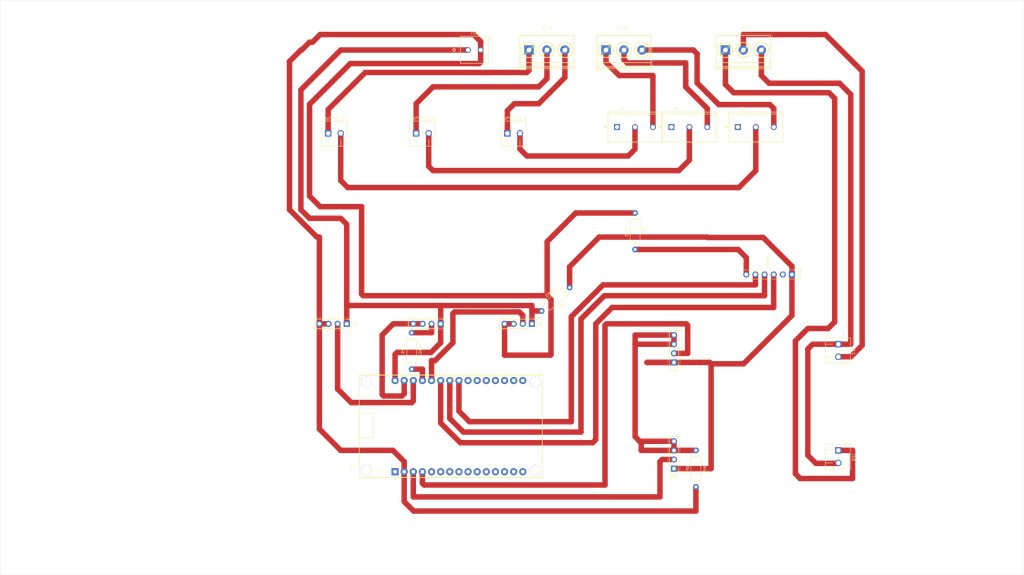
<source format=kicad_pcb>
(kicad_pcb (version 4) (generator gerbview)
  (layers (0 F.Cu signal) (31 B.Cu signal) (34 B.Paste user) (35 F.Paste user) (36 B.SilkS user) (37 F.SilkS user) (38 B.Mask user) (39 F.Mask user) (44 Edge.Cuts user))
  (gr_line (start -142.5 80) (end -142.5 -80) (layer Edge.Cuts) (width 0.05))
  (gr_line (start -142.5 -80) (end 142.5 -80) (layer Edge.Cuts) (width 0.05))
  (gr_line (start 142.5 -80) (end 142.5 80) (layer Edge.Cuts) (width 0.05))
  (gr_line (start 142.5 80) (end -142.5 80) (layer Edge.Cuts) (width 0.05))
  (gr_line (start -11.21762 -71.34184) (end -11.21762 -70.77042) (layer F.SilkS) (width 0.095))
  (gr_line (start -11.21762 -70.77042) (end -11.25571 -70.65613) (layer F.SilkS) (width 0.095))
  (gr_line (start -11.25571 -70.65613) (end -11.33191 -70.57994) (layer F.SilkS) (width 0.095))
  (gr_line (start -11.33191 -70.57994) (end -11.44619 -70.54184) (layer F.SilkS) (width 0.095))
  (gr_line (start -11.44619 -70.54184) (end -11.52238 -70.54184) (layer F.SilkS) (width 0.095))
  (gr_line (start -10.41762 -70.54184) (end -10.87476 -70.54184) (layer F.SilkS) (width 0.095))
  (gr_line (start -10.64619 -70.54184) (end -10.64619 -71.34184) (layer F.SilkS) (width 0.095))
  (gr_line (start -10.64619 -71.34184) (end -10.72238 -71.22756) (layer F.SilkS) (width 0.095))
  (gr_line (start -10.72238 -71.22756) (end -10.79857 -71.15137) (layer F.SilkS) (width 0.095))
  (gr_line (start -10.79857 -71.15137) (end -10.87476 -71.11327) (layer F.SilkS) (width 0.095))
  (gr_line (start -10.11286 -71.26565) (end -10.07476 -71.30375) (layer F.SilkS) (width 0.095))
  (gr_line (start -10.07476 -71.30375) (end -9.99857 -71.34184) (layer F.SilkS) (width 0.095))
  (gr_line (start -9.99857 -71.34184) (end -9.8081 -71.34184) (layer F.SilkS) (width 0.095))
  (gr_line (start -9.8081 -71.34184) (end -9.7319 -71.30375) (layer F.SilkS) (width 0.095))
  (gr_line (start -9.7319 -71.30375) (end -9.69381 -71.26565) (layer F.SilkS) (width 0.095))
  (gr_line (start -9.69381 -71.26565) (end -9.65571 -71.18946) (layer F.SilkS) (width 0.095))
  (gr_line (start -9.65571 -71.18946) (end -9.65571 -71.11327) (layer F.SilkS) (width 0.095))
  (gr_line (start -9.65571 -71.11327) (end -9.69381 -70.99899) (layer F.SilkS) (width 0.095))
  (gr_line (start -9.69381 -70.99899) (end -10.15095 -70.54184) (layer F.SilkS) (width 0.095))
  (gr_line (start -10.15095 -70.54184) (end -9.65571 -70.54184) (layer F.SilkS) (width 0.095))
  (gr_line (start 48.44645 49.48867) (end 48.44645 49.03153) (layer F.SilkS) (width 0.095))
  (gr_line (start 48.44645 49.2601) (end 49.24645 49.2601) (layer F.SilkS) (width 0.095))
  (gr_line (start 49.24645 49.2601) (end 49.13216 49.18391) (layer F.SilkS) (width 0.095))
  (gr_line (start 49.13216 49.18391) (end 49.05597 49.10772) (layer F.SilkS) (width 0.095))
  (gr_line (start 49.05597 49.10772) (end 49.01788 49.03153) (layer F.SilkS) (width 0.095))
  (gr_line (start 49.24645 49.98391) (end 49.24645 50.0601) (layer F.SilkS) (width 0.095))
  (gr_line (start 49.24645 50.0601) (end 49.20835 50.13629) (layer F.SilkS) (width 0.095))
  (gr_line (start 49.20835 50.13629) (end 49.17026 50.17438) (layer F.SilkS) (width 0.095))
  (gr_line (start 49.17026 50.17438) (end 49.09407 50.21248) (layer F.SilkS) (width 0.095))
  (gr_line (start 49.09407 50.21248) (end 48.94169 50.25057) (layer F.SilkS) (width 0.095))
  (gr_line (start 48.94169 50.25057) (end 48.75121 50.25057) (layer F.SilkS) (width 0.095))
  (gr_line (start 48.75121 50.25057) (end 48.59883 50.21248) (layer F.SilkS) (width 0.095))
  (gr_line (start 48.59883 50.21248) (end 48.52264 50.17438) (layer F.SilkS) (width 0.095))
  (gr_line (start 48.52264 50.17438) (end 48.48455 50.13629) (layer F.SilkS) (width 0.095))
  (gr_line (start 48.48455 50.13629) (end 48.44645 50.0601) (layer F.SilkS) (width 0.095))
  (gr_line (start 48.44645 50.0601) (end 48.44645 49.98391) (layer F.SilkS) (width 0.095))
  (gr_line (start 48.44645 49.98391) (end 48.48455 49.90772) (layer F.SilkS) (width 0.095))
  (gr_line (start 48.48455 49.90772) (end 48.52264 49.86962) (layer F.SilkS) (width 0.095))
  (gr_line (start 48.52264 49.86962) (end 48.59883 49.83153) (layer F.SilkS) (width 0.095))
  (gr_line (start 48.59883 49.83153) (end 48.75121 49.79343) (layer F.SilkS) (width 0.095))
  (gr_line (start 48.75121 49.79343) (end 48.94169 49.79343) (layer F.SilkS) (width 0.095))
  (gr_line (start 48.94169 49.79343) (end 49.09407 49.83153) (layer F.SilkS) (width 0.095))
  (gr_line (start 49.09407 49.83153) (end 49.17026 49.86962) (layer F.SilkS) (width 0.095))
  (gr_line (start 49.17026 49.86962) (end 49.20835 49.90772) (layer F.SilkS) (width 0.095))
  (gr_line (start 49.20835 49.90772) (end 49.24645 49.98391) (layer F.SilkS) (width 0.095))
  (gr_line (start 48.44645 50.59343) (end 49.24645 50.59343) (layer F.SilkS) (width 0.095))
  (gr_line (start 48.75121 50.66962) (end 48.44645 50.89819) (layer F.SilkS) (width 0.095))
  (gr_line (start 48.97978 50.89819) (end 48.67502 50.59343) (layer F.SilkS) (width 0.095))
  (gr_line (start 48.44645 51.20295) (end 48.44645 51.39343) (layer F.SilkS) (width 0.095))
  (gr_line (start 48.44645 51.39343) (end 48.59883 51.39343) (layer F.SilkS) (width 0.095))
  (gr_line (start 48.59883 51.39343) (end 48.63693 51.31724) (layer F.SilkS) (width 0.095))
  (gr_line (start 48.63693 51.31724) (end 48.71312 51.24105) (layer F.SilkS) (width 0.095))
  (gr_line (start 48.71312 51.24105) (end 48.8274 51.20295) (layer F.SilkS) (width 0.095))
  (gr_line (start 48.8274 51.20295) (end 49.01788 51.20295) (layer F.SilkS) (width 0.095))
  (gr_line (start 49.01788 51.20295) (end 49.13216 51.24105) (layer F.SilkS) (width 0.095))
  (gr_line (start 49.13216 51.24105) (end 49.20835 51.31724) (layer F.SilkS) (width 0.095))
  (gr_line (start 49.20835 51.31724) (end 49.24645 51.43153) (layer F.SilkS) (width 0.095))
  (gr_line (start 49.24645 51.43153) (end 49.24645 51.58391) (layer F.SilkS) (width 0.095))
  (gr_line (start 49.24645 51.58391) (end 49.20835 51.69819) (layer F.SilkS) (width 0.095))
  (gr_line (start 49.20835 51.69819) (end 49.13216 51.77438) (layer F.SilkS) (width 0.095))
  (gr_line (start 49.13216 51.77438) (end 49.01788 51.81248) (layer F.SilkS) (width 0.095))
  (gr_line (start 49.01788 51.81248) (end 48.8274 51.81248) (layer F.SilkS) (width 0.095))
  (gr_line (start 48.8274 51.81248) (end 48.71312 51.77438) (layer F.SilkS) (width 0.095))
  (gr_line (start 48.71312 51.77438) (end 48.63693 51.69819) (layer F.SilkS) (width 0.095))
  (gr_line (start 48.63693 51.69819) (end 48.59883 51.622) (layer F.SilkS) (width 0.095))
  (gr_line (start 48.59883 51.622) (end 48.44645 51.622) (layer F.SilkS) (width 0.095))
  (gr_line (start 48.44645 51.622) (end 48.44645 51.81248) (layer F.SilkS) (width 0.095))
  (gr_line (start 53.18645 50.28867) (end 53.5674 50.022) (layer F.SilkS) (width 0.095))
  (gr_line (start 53.18645 49.83152) (end 53.98645 49.83152) (layer F.SilkS) (width 0.095))
  (gr_line (start 53.98645 49.83152) (end 53.98645 50.13628) (layer F.SilkS) (width 0.095))
  (gr_line (start 53.98645 50.13628) (end 53.94835 50.21247) (layer F.SilkS) (width 0.095))
  (gr_line (start 53.94835 50.21247) (end 53.91026 50.25057) (layer F.SilkS) (width 0.095))
  (gr_line (start 53.91026 50.25057) (end 53.83407 50.28867) (layer F.SilkS) (width 0.095))
  (gr_line (start 53.83407 50.28867) (end 53.71978 50.28867) (layer F.SilkS) (width 0.095))
  (gr_line (start 53.71978 50.28867) (end 53.64359 50.25057) (layer F.SilkS) (width 0.095))
  (gr_line (start 53.64359 50.25057) (end 53.6055 50.21247) (layer F.SilkS) (width 0.095))
  (gr_line (start 53.6055 50.21247) (end 53.5674 50.13628) (layer F.SilkS) (width 0.095))
  (gr_line (start 53.5674 50.13628) (end 53.5674 49.83152) (layer F.SilkS) (width 0.095))
  (gr_line (start 53.71978 50.97438) (end 53.18645 50.97438) (layer F.SilkS) (width 0.095))
  (gr_line (start 54.02455 50.7839) (end 53.45312 50.59343) (layer F.SilkS) (width 0.095))
  (gr_line (start 53.45312 50.59343) (end 53.45312 51.08867) (layer F.SilkS) (width 0.095))
  (gr_line (start 8.71677 -71.94324) (end 8.67868 -71.90514) (layer F.SilkS) (width 0.095))
  (gr_line (start 8.67868 -71.90514) (end 8.56439 -71.86704) (layer F.SilkS) (width 0.095))
  (gr_line (start 8.56439 -71.86704) (end 8.4882 -71.86704) (layer F.SilkS) (width 0.095))
  (gr_line (start 8.4882 -71.86704) (end 8.37391 -71.90514) (layer F.SilkS) (width 0.095))
  (gr_line (start 8.37391 -71.90514) (end 8.29772 -71.98133) (layer F.SilkS) (width 0.095))
  (gr_line (start 8.29772 -71.98133) (end 8.25963 -72.05752) (layer F.SilkS) (width 0.095))
  (gr_line (start 8.25963 -72.05752) (end 8.22153 -72.2099) (layer F.SilkS) (width 0.095))
  (gr_line (start 8.22153 -72.2099) (end 8.22153 -72.32419) (layer F.SilkS) (width 0.095))
  (gr_line (start 8.22153 -72.32419) (end 8.25963 -72.47657) (layer F.SilkS) (width 0.095))
  (gr_line (start 8.25963 -72.47657) (end 8.29772 -72.55276) (layer F.SilkS) (width 0.095))
  (gr_line (start 8.29772 -72.55276) (end 8.37391 -72.62895) (layer F.SilkS) (width 0.095))
  (gr_line (start 8.37391 -72.62895) (end 8.4882 -72.66704) (layer F.SilkS) (width 0.095))
  (gr_line (start 8.4882 -72.66704) (end 8.56439 -72.66704) (layer F.SilkS) (width 0.095))
  (gr_line (start 8.56439 -72.66704) (end 8.67868 -72.62895) (layer F.SilkS) (width 0.095))
  (gr_line (start 8.67868 -72.62895) (end 8.71677 -72.59085) (layer F.SilkS) (width 0.095))
  (gr_line (start 8.94534 -72.66704) (end 9.40249 -72.66704) (layer F.SilkS) (width 0.095))
  (gr_line (start 9.17391 -71.86704) (end 9.17391 -72.66704) (layer F.SilkS) (width 0.095))
  (gr_line (start 9.47868 -71.79085) (end 10.0882 -71.79085) (layer F.SilkS) (width 0.095))
  (gr_line (start 10.27868 -71.86704) (end 10.27868 -72.66704) (layer F.SilkS) (width 0.095))
  (gr_line (start 10.65963 -71.86704) (end 10.65963 -72.66704) (layer F.SilkS) (width 0.095))
  (gr_line (start 10.65963 -72.66704) (end 11.11677 -71.86704) (layer F.SilkS) (width 0.095))
  (gr_line (start 11.11677 -71.86704) (end 11.11677 -72.66704) (layer F.SilkS) (width 0.095))
  (gr_line (start 45.85776 17.22398) (end 45.85776 16.42398) (layer F.SilkS) (width 0.095))
  (gr_line (start 45.85776 17.18588) (end 45.78157 17.22398) (layer F.SilkS) (width 0.095))
  (gr_line (start 45.78157 17.22398) (end 45.62919 17.22398) (layer F.SilkS) (width 0.095))
  (gr_line (start 45.62919 17.22398) (end 45.553 17.18588) (layer F.SilkS) (width 0.095))
  (gr_line (start 45.553 17.18588) (end 45.51491 17.14779) (layer F.SilkS) (width 0.095))
  (gr_line (start 45.51491 17.14779) (end 45.47681 17.0716) (layer F.SilkS) (width 0.095))
  (gr_line (start 45.47681 17.0716) (end 45.47681 16.84303) (layer F.SilkS) (width 0.095))
  (gr_line (start 45.47681 16.84303) (end 45.51491 16.76684) (layer F.SilkS) (width 0.095))
  (gr_line (start 45.51491 16.76684) (end 45.553 16.72874) (layer F.SilkS) (width 0.095))
  (gr_line (start 45.553 16.72874) (end 45.62919 16.69064) (layer F.SilkS) (width 0.095))
  (gr_line (start 45.62919 16.69064) (end 45.78157 16.69064) (layer F.SilkS) (width 0.095))
  (gr_line (start 45.78157 16.69064) (end 45.85776 16.72874) (layer F.SilkS) (width 0.095))
  (gr_line (start 45.24824 17.22398) (end 44.94348 17.22398) (layer F.SilkS) (width 0.095))
  (gr_line (start 45.13395 17.49064) (end 45.13395 16.80493) (layer F.SilkS) (width 0.095))
  (gr_line (start 45.13395 16.80493) (end 45.09586 16.72874) (layer F.SilkS) (width 0.095))
  (gr_line (start 45.09586 16.72874) (end 45.01967 16.69064) (layer F.SilkS) (width 0.095))
  (gr_line (start 45.01967 16.69064) (end 44.94348 16.69064) (layer F.SilkS) (width 0.095))
  (gr_line (start 44.71491 17.41445) (end 44.67681 17.45255) (layer F.SilkS) (width 0.095))
  (gr_line (start 44.67681 17.45255) (end 44.60062 17.49064) (layer F.SilkS) (width 0.095))
  (gr_line (start 44.60062 17.49064) (end 44.41014 17.49064) (layer F.SilkS) (width 0.095))
  (gr_line (start 44.41014 17.49064) (end 44.33395 17.45255) (layer F.SilkS) (width 0.095))
  (gr_line (start 44.33395 17.45255) (end 44.29586 17.41445) (layer F.SilkS) (width 0.095))
  (gr_line (start 44.29586 17.41445) (end 44.25776 17.33826) (layer F.SilkS) (width 0.095))
  (gr_line (start 44.25776 17.33826) (end 44.25776 17.26207) (layer F.SilkS) (width 0.095))
  (gr_line (start 44.25776 17.26207) (end 44.29586 17.14779) (layer F.SilkS) (width 0.095))
  (gr_line (start 44.29586 17.14779) (end 44.753 16.69064) (layer F.SilkS) (width 0.095))
  (gr_line (start 44.753 16.69064) (end 44.25776 16.69064) (layer F.SilkS) (width 0.095))
  (gr_line (start 45.85775 23.36398) (end 45.85775 22.56398) (layer F.SilkS) (width 0.095))
  (gr_line (start 45.85775 23.32588) (end 45.78156 23.36398) (layer F.SilkS) (width 0.095))
  (gr_line (start 45.78156 23.36398) (end 45.62918 23.36398) (layer F.SilkS) (width 0.095))
  (gr_line (start 45.62918 23.36398) (end 45.55298 23.32588) (layer F.SilkS) (width 0.095))
  (gr_line (start 45.55298 23.32588) (end 45.51489 23.28779) (layer F.SilkS) (width 0.095))
  (gr_line (start 45.51489 23.28779) (end 45.47679 23.2116) (layer F.SilkS) (width 0.095))
  (gr_line (start 45.47679 23.2116) (end 45.47679 22.98303) (layer F.SilkS) (width 0.095))
  (gr_line (start 45.47679 22.98303) (end 45.51489 22.90684) (layer F.SilkS) (width 0.095))
  (gr_line (start 45.51489 22.90684) (end 45.55298 22.86874) (layer F.SilkS) (width 0.095))
  (gr_line (start 45.55298 22.86874) (end 45.62918 22.83064) (layer F.SilkS) (width 0.095))
  (gr_line (start 45.62918 22.83064) (end 45.78156 22.83064) (layer F.SilkS) (width 0.095))
  (gr_line (start 45.78156 22.83064) (end 45.85775 22.86874) (layer F.SilkS) (width 0.095))
  (gr_line (start 45.24822 23.36398) (end 44.94346 23.36398) (layer F.SilkS) (width 0.095))
  (gr_line (start 45.13394 23.63064) (end 45.13394 22.94493) (layer F.SilkS) (width 0.095))
  (gr_line (start 45.13394 22.94493) (end 45.09584 22.86874) (layer F.SilkS) (width 0.095))
  (gr_line (start 45.09584 22.86874) (end 45.01965 22.83064) (layer F.SilkS) (width 0.095))
  (gr_line (start 45.01965 22.83064) (end 44.94346 22.83064) (layer F.SilkS) (width 0.095))
  (gr_line (start 44.71489 23.55445) (end 44.67679 23.59255) (layer F.SilkS) (width 0.095))
  (gr_line (start 44.67679 23.59255) (end 44.6006 23.63064) (layer F.SilkS) (width 0.095))
  (gr_line (start 44.6006 23.63064) (end 44.41013 23.63064) (layer F.SilkS) (width 0.095))
  (gr_line (start 44.41013 23.63064) (end 44.33394 23.59255) (layer F.SilkS) (width 0.095))
  (gr_line (start 44.33394 23.59255) (end 44.29584 23.55445) (layer F.SilkS) (width 0.095))
  (gr_line (start 44.29584 23.55445) (end 44.25775 23.47826) (layer F.SilkS) (width 0.095))
  (gr_line (start 44.25775 23.47826) (end 44.25775 23.40207) (layer F.SilkS) (width 0.095))
  (gr_line (start 44.25775 23.40207) (end 44.29584 23.28779) (layer F.SilkS) (width 0.095))
  (gr_line (start 44.29584 23.28779) (end 44.75298 22.83064) (layer F.SilkS) (width 0.095))
  (gr_line (start 44.75298 22.83064) (end 44.25775 22.83064) (layer F.SilkS) (width 0.095))
  (gr_line (start 29.83256 -71.94424) (end 29.79447 -71.90614) (layer F.SilkS) (width 0.095))
  (gr_line (start 29.79447 -71.90614) (end 29.68018 -71.86804) (layer F.SilkS) (width 0.095))
  (gr_line (start 29.68018 -71.86804) (end 29.60399 -71.86804) (layer F.SilkS) (width 0.095))
  (gr_line (start 29.60399 -71.86804) (end 29.4897 -71.90614) (layer F.SilkS) (width 0.095))
  (gr_line (start 29.4897 -71.90614) (end 29.41351 -71.98233) (layer F.SilkS) (width 0.095))
  (gr_line (start 29.41351 -71.98233) (end 29.37542 -72.05852) (layer F.SilkS) (width 0.095))
  (gr_line (start 29.37542 -72.05852) (end 29.33732 -72.2109) (layer F.SilkS) (width 0.095))
  (gr_line (start 29.33732 -72.2109) (end 29.33732 -72.32519) (layer F.SilkS) (width 0.095))
  (gr_line (start 29.33732 -72.32519) (end 29.37542 -72.47757) (layer F.SilkS) (width 0.095))
  (gr_line (start 29.37542 -72.47757) (end 29.41351 -72.55376) (layer F.SilkS) (width 0.095))
  (gr_line (start 29.41351 -72.55376) (end 29.4897 -72.62995) (layer F.SilkS) (width 0.095))
  (gr_line (start 29.4897 -72.62995) (end 29.60399 -72.66804) (layer F.SilkS) (width 0.095))
  (gr_line (start 29.60399 -72.66804) (end 29.68018 -72.66804) (layer F.SilkS) (width 0.095))
  (gr_line (start 29.68018 -72.66804) (end 29.79447 -72.62995) (layer F.SilkS) (width 0.095))
  (gr_line (start 29.79447 -72.62995) (end 29.83256 -72.59185) (layer F.SilkS) (width 0.095))
  (gr_line (start 30.06113 -72.40138) (end 30.3659 -72.40138) (layer F.SilkS) (width 0.095))
  (gr_line (start 30.17542 -72.66804) (end 30.17542 -71.98233) (layer F.SilkS) (width 0.095))
  (gr_line (start 30.17542 -71.98233) (end 30.21351 -71.90614) (layer F.SilkS) (width 0.095))
  (gr_line (start 30.21351 -71.90614) (end 30.2897 -71.86804) (layer F.SilkS) (width 0.095))
  (gr_line (start 30.2897 -71.86804) (end 30.3659 -71.86804) (layer F.SilkS) (width 0.095))
  (gr_line (start 30.44209 -71.79185) (end 31.05161 -71.79185) (layer F.SilkS) (width 0.095))
  (gr_line (start 31.39447 -72.66804) (end 31.54685 -72.66804) (layer F.SilkS) (width 0.095))
  (gr_line (start 31.54685 -72.66804) (end 31.62304 -72.62995) (layer F.SilkS) (width 0.095))
  (gr_line (start 31.62304 -72.62995) (end 31.69923 -72.55376) (layer F.SilkS) (width 0.095))
  (gr_line (start 31.69923 -72.55376) (end 31.73732 -72.40138) (layer F.SilkS) (width 0.095))
  (gr_line (start 31.73732 -72.40138) (end 31.73732 -72.13471) (layer F.SilkS) (width 0.095))
  (gr_line (start 31.73732 -72.13471) (end 31.69923 -71.98233) (layer F.SilkS) (width 0.095))
  (gr_line (start 31.69923 -71.98233) (end 31.62304 -71.90614) (layer F.SilkS) (width 0.095))
  (gr_line (start 31.62304 -71.90614) (end 31.54685 -71.86804) (layer F.SilkS) (width 0.095))
  (gr_line (start 31.54685 -71.86804) (end 31.39447 -71.86804) (layer F.SilkS) (width 0.095))
  (gr_line (start 31.39447 -71.86804) (end 31.31828 -71.90614) (layer F.SilkS) (width 0.095))
  (gr_line (start 31.31828 -71.90614) (end 31.24209 -71.98233) (layer F.SilkS) (width 0.095))
  (gr_line (start 31.24209 -71.98233) (end 31.20399 -72.13471) (layer F.SilkS) (width 0.095))
  (gr_line (start 31.20399 -72.13471) (end 31.20399 -72.40138) (layer F.SilkS) (width 0.095))
  (gr_line (start 31.20399 -72.40138) (end 31.24209 -72.55376) (layer F.SilkS) (width 0.095))
  (gr_line (start 31.24209 -72.55376) (end 31.31828 -72.62995) (layer F.SilkS) (width 0.095))
  (gr_line (start 31.31828 -72.62995) (end 31.39447 -72.66804) (layer F.SilkS) (width 0.095))
  (gr_line (start 32.42304 -72.40138) (end 32.42304 -71.86804) (layer F.SilkS) (width 0.095))
  (gr_line (start 32.08018 -72.40138) (end 32.08018 -71.98233) (layer F.SilkS) (width 0.095))
  (gr_line (start 32.08018 -71.98233) (end 32.11828 -71.90614) (layer F.SilkS) (width 0.095))
  (gr_line (start 32.11828 -71.90614) (end 32.19447 -71.86804) (layer F.SilkS) (width 0.095))
  (gr_line (start 32.19447 -71.86804) (end 32.30875 -71.86804) (layer F.SilkS) (width 0.095))
  (gr_line (start 32.30875 -71.86804) (end 32.38494 -71.90614) (layer F.SilkS) (width 0.095))
  (gr_line (start 32.38494 -71.90614) (end 32.42304 -71.94424) (layer F.SilkS) (width 0.095))
  (gr_line (start 32.68971 -72.40138) (end 32.99447 -72.40138) (layer F.SilkS) (width 0.095))
  (gr_line (start 32.80399 -72.66804) (end 32.80399 -71.98233) (layer F.SilkS) (width 0.095))
  (gr_line (start 32.80399 -71.98233) (end 32.84209 -71.90614) (layer F.SilkS) (width 0.095))
  (gr_line (start 32.84209 -71.90614) (end 32.91828 -71.86804) (layer F.SilkS) (width 0.095))
  (gr_line (start 32.91828 -71.86804) (end 32.99447 -71.86804) (layer F.SilkS) (width 0.095))
  (gr_line (start 45.85776 46.78018) (end 45.85776 45.98018) (layer F.SilkS) (width 0.095))
  (gr_line (start 45.85776 46.74208) (end 45.78157 46.78018) (layer F.SilkS) (width 0.095))
  (gr_line (start 45.78157 46.78018) (end 45.62919 46.78018) (layer F.SilkS) (width 0.095))
  (gr_line (start 45.62919 46.78018) (end 45.553 46.74208) (layer F.SilkS) (width 0.095))
  (gr_line (start 45.553 46.74208) (end 45.51491 46.70399) (layer F.SilkS) (width 0.095))
  (gr_line (start 45.51491 46.70399) (end 45.47681 46.6278) (layer F.SilkS) (width 0.095))
  (gr_line (start 45.47681 46.6278) (end 45.47681 46.39923) (layer F.SilkS) (width 0.095))
  (gr_line (start 45.47681 46.39923) (end 45.51491 46.32304) (layer F.SilkS) (width 0.095))
  (gr_line (start 45.51491 46.32304) (end 45.553 46.28494) (layer F.SilkS) (width 0.095))
  (gr_line (start 45.553 46.28494) (end 45.62919 46.24684) (layer F.SilkS) (width 0.095))
  (gr_line (start 45.62919 46.24684) (end 45.78157 46.24684) (layer F.SilkS) (width 0.095))
  (gr_line (start 45.78157 46.24684) (end 45.85776 46.28494) (layer F.SilkS) (width 0.095))
  (gr_line (start 45.24824 46.78018) (end 44.94348 46.78018) (layer F.SilkS) (width 0.095))
  (gr_line (start 45.13395 47.04684) (end 45.13395 46.36113) (layer F.SilkS) (width 0.095))
  (gr_line (start 45.13395 46.36113) (end 45.09586 46.28494) (layer F.SilkS) (width 0.095))
  (gr_line (start 45.09586 46.28494) (end 45.01967 46.24684) (layer F.SilkS) (width 0.095))
  (gr_line (start 45.01967 46.24684) (end 44.94348 46.24684) (layer F.SilkS) (width 0.095))
  (gr_line (start 44.25776 46.24684) (end 44.71491 46.24684) (layer F.SilkS) (width 0.095))
  (gr_line (start 44.48633 46.24684) (end 44.48633 47.04684) (layer F.SilkS) (width 0.095))
  (gr_line (start 44.48633 47.04684) (end 44.56252 46.93256) (layer F.SilkS) (width 0.095))
  (gr_line (start 44.56252 46.93256) (end 44.63871 46.85637) (layer F.SilkS) (width 0.095))
  (gr_line (start 44.63871 46.85637) (end 44.71491 46.81827) (layer F.SilkS) (width 0.095))
  (gr_line (start 45.85775 52.92018) (end 45.85775 52.12018) (layer F.SilkS) (width 0.095))
  (gr_line (start 45.85775 52.88208) (end 45.78156 52.92018) (layer F.SilkS) (width 0.095))
  (gr_line (start 45.78156 52.92018) (end 45.62918 52.92018) (layer F.SilkS) (width 0.095))
  (gr_line (start 45.62918 52.92018) (end 45.55298 52.88208) (layer F.SilkS) (width 0.095))
  (gr_line (start 45.55298 52.88208) (end 45.51489 52.84399) (layer F.SilkS) (width 0.095))
  (gr_line (start 45.51489 52.84399) (end 45.47679 52.7678) (layer F.SilkS) (width 0.095))
  (gr_line (start 45.47679 52.7678) (end 45.47679 52.53923) (layer F.SilkS) (width 0.095))
  (gr_line (start 45.47679 52.53923) (end 45.51489 52.46304) (layer F.SilkS) (width 0.095))
  (gr_line (start 45.51489 52.46304) (end 45.55298 52.42494) (layer F.SilkS) (width 0.095))
  (gr_line (start 45.55298 52.42494) (end 45.62918 52.38684) (layer F.SilkS) (width 0.095))
  (gr_line (start 45.62918 52.38684) (end 45.78156 52.38684) (layer F.SilkS) (width 0.095))
  (gr_line (start 45.78156 52.38684) (end 45.85775 52.42494) (layer F.SilkS) (width 0.095))
  (gr_line (start 45.24822 52.92018) (end 44.94346 52.92018) (layer F.SilkS) (width 0.095))
  (gr_line (start 45.13394 53.18684) (end 45.13394 52.50113) (layer F.SilkS) (width 0.095))
  (gr_line (start 45.13394 52.50113) (end 45.09584 52.42494) (layer F.SilkS) (width 0.095))
  (gr_line (start 45.09584 52.42494) (end 45.01965 52.38684) (layer F.SilkS) (width 0.095))
  (gr_line (start 45.01965 52.38684) (end 44.94346 52.38684) (layer F.SilkS) (width 0.095))
  (gr_line (start 44.25775 52.38684) (end 44.71489 52.38684) (layer F.SilkS) (width 0.095))
  (gr_line (start 44.48632 52.38684) (end 44.48632 53.18684) (layer F.SilkS) (width 0.095))
  (gr_line (start 44.48632 53.18684) (end 44.56251 53.07256) (layer F.SilkS) (width 0.095))
  (gr_line (start 44.56251 53.07256) (end 44.6387 52.99637) (layer F.SilkS) (width 0.095))
  (gr_line (start 44.6387 52.99637) (end 44.71489 52.95827) (layer F.SilkS) (width 0.095))
  (gr_line (start -2.6255 -46.72922) (end -2.6255 -47.53058) (layer F.SilkS) (width 0.09516))
  (gr_line (start -2.2439 -46.72922) (end -2.2439 -47.53058) (layer F.SilkS) (width 0.09516))
  (gr_line (start -2.2439 -47.53058) (end -1.78598 -46.72922) (layer F.SilkS) (width 0.09516))
  (gr_line (start -1.78598 -46.72922) (end -1.78598 -47.53058) (layer F.SilkS) (width 0.09516))
  (gr_line (start -1.40438 -46.72922) (end -1.40438 -47.53058) (layer F.SilkS) (width 0.09516))
  (gr_line (start -1.40438 -47.53058) (end -1.0991 -47.53058) (layer F.SilkS) (width 0.09516))
  (gr_line (start -1.0991 -47.53058) (end -1.02278 -47.49242) (layer F.SilkS) (width 0.09516))
  (gr_line (start -1.02278 -47.49242) (end -0.98462 -47.45426) (layer F.SilkS) (width 0.09516))
  (gr_line (start -0.98462 -47.45426) (end -0.94646 -47.37794) (layer F.SilkS) (width 0.09516))
  (gr_line (start -0.94646 -47.37794) (end -0.94646 -47.26346) (layer F.SilkS) (width 0.09516))
  (gr_line (start -0.94646 -47.26346) (end -0.98462 -47.18714) (layer F.SilkS) (width 0.09516))
  (gr_line (start -0.98462 -47.18714) (end -1.02278 -47.14898) (layer F.SilkS) (width 0.09516))
  (gr_line (start -1.02278 -47.14898) (end -1.0991 -47.11082) (layer F.SilkS) (width 0.09516))
  (gr_line (start -1.0991 -47.11082) (end -1.40438 -47.11082) (layer F.SilkS) (width 0.09516))
  (gr_line (start -0.60302 -47.53058) (end -0.60302 -46.88186) (layer F.SilkS) (width 0.09516))
  (gr_line (start -0.60302 -46.88186) (end -0.56486 -46.80554) (layer F.SilkS) (width 0.09516))
  (gr_line (start -0.56486 -46.80554) (end -0.5267 -46.76738) (layer F.SilkS) (width 0.09516))
  (gr_line (start -0.5267 -46.76738) (end -0.45038 -46.72922) (layer F.SilkS) (width 0.09516))
  (gr_line (start -0.45038 -46.72922) (end -0.29774 -46.72922) (layer F.SilkS) (width 0.09516))
  (gr_line (start -0.29774 -46.72922) (end -0.22142 -46.76738) (layer F.SilkS) (width 0.09516))
  (gr_line (start -0.22142 -46.76738) (end -0.18326 -46.80554) (layer F.SilkS) (width 0.09516))
  (gr_line (start -0.18326 -46.80554) (end -0.1451 -46.88186) (layer F.SilkS) (width 0.09516))
  (gr_line (start -0.1451 -46.88186) (end -0.1451 -47.53058) (layer F.SilkS) (width 0.09516))
  (gr_line (start 0.12202 -47.53058) (end 0.57994 -47.53058) (layer F.SilkS) (width 0.09516))
  (gr_line (start 0.35098 -46.72922) (end 0.35098 -47.53058) (layer F.SilkS) (width 0.09516))
  (gr_line (start 0.65626 -46.6529) (end 1.26682 -46.6529) (layer F.SilkS) (width 0.09516))
  (gr_line (start 1.91554 -46.80554) (end 1.87738 -46.76738) (layer F.SilkS) (width 0.09516))
  (gr_line (start 1.87738 -46.76738) (end 1.7629 -46.72922) (layer F.SilkS) (width 0.09516))
  (gr_line (start 1.7629 -46.72922) (end 1.68658 -46.72922) (layer F.SilkS) (width 0.09516))
  (gr_line (start 1.68658 -46.72922) (end 1.5721 -46.76738) (layer F.SilkS) (width 0.09516))
  (gr_line (start 1.5721 -46.76738) (end 1.49578 -46.8437) (layer F.SilkS) (width 0.09516))
  (gr_line (start 1.49578 -46.8437) (end 1.45762 -46.92002) (layer F.SilkS) (width 0.09516))
  (gr_line (start 1.45762 -46.92002) (end 1.41946 -47.07266) (layer F.SilkS) (width 0.09516))
  (gr_line (start 1.41946 -47.07266) (end 1.41946 -47.18714) (layer F.SilkS) (width 0.09516))
  (gr_line (start 1.41946 -47.18714) (end 1.45762 -47.33978) (layer F.SilkS) (width 0.09516))
  (gr_line (start 1.45762 -47.33978) (end 1.49578 -47.4161) (layer F.SilkS) (width 0.09516))
  (gr_line (start 1.49578 -47.4161) (end 1.5721 -47.49242) (layer F.SilkS) (width 0.09516))
  (gr_line (start 1.5721 -47.49242) (end 1.68658 -47.53058) (layer F.SilkS) (width 0.09516))
  (gr_line (start 1.68658 -47.53058) (end 1.7629 -47.53058) (layer F.SilkS) (width 0.09516))
  (gr_line (start 1.7629 -47.53058) (end 1.87738 -47.49242) (layer F.SilkS) (width 0.09516))
  (gr_line (start 1.87738 -47.49242) (end 1.91554 -47.45426) (layer F.SilkS) (width 0.09516))
  (gr_line (start 2.1445 -47.53058) (end 2.60242 -47.53058) (layer F.SilkS) (width 0.09516))
  (gr_line (start 2.37346 -46.72922) (end 2.37346 -47.53058) (layer F.SilkS) (width 0.09516))
  (gr_line (start 2.67874 -46.6529) (end 3.2893 -46.6529) (layer F.SilkS) (width 0.09516))
  (gr_line (start 3.89986 -46.72922) (end 3.44194 -46.72922) (layer F.SilkS) (width 0.09516))
  (gr_line (start 3.6709 -46.72922) (end 3.6709 -47.53058) (layer F.SilkS) (width 0.09516))
  (gr_line (start 3.6709 -47.53058) (end 3.59458 -47.4161) (layer F.SilkS) (width 0.09516))
  (gr_line (start 3.59458 -47.4161) (end 3.51826 -47.33978) (layer F.SilkS) (width 0.09516))
  (gr_line (start 3.51826 -47.33978) (end 3.44194 -47.30162) (layer F.SilkS) (width 0.09516))
  (gr_line (start -49.38166 9.84674) (end -49.95308 9.84674) (layer F.SilkS) (width 0.095))
  (gr_line (start -49.95308 9.84674) (end -50.06737 9.80864) (layer F.SilkS) (width 0.095))
  (gr_line (start -50.06737 9.80864) (end -50.14356 9.73245) (layer F.SilkS) (width 0.095))
  (gr_line (start -50.14356 9.73245) (end -50.18166 9.61817) (layer F.SilkS) (width 0.095))
  (gr_line (start -50.18166 9.61817) (end -50.18166 9.54198) (layer F.SilkS) (width 0.095))
  (gr_line (start -49.38166 10.60864) (end -49.38166 10.22769) (layer F.SilkS) (width 0.095))
  (gr_line (start -49.38166 10.22769) (end -49.76261 10.18959) (layer F.SilkS) (width 0.095))
  (gr_line (start -49.76261 10.18959) (end -49.72451 10.22769) (layer F.SilkS) (width 0.095))
  (gr_line (start -49.72451 10.22769) (end -49.68642 10.30388) (layer F.SilkS) (width 0.095))
  (gr_line (start -49.68642 10.30388) (end -49.68642 10.49436) (layer F.SilkS) (width 0.095))
  (gr_line (start -49.68642 10.49436) (end -49.72451 10.57055) (layer F.SilkS) (width 0.095))
  (gr_line (start -49.72451 10.57055) (end -49.76261 10.60864) (layer F.SilkS) (width 0.095))
  (gr_line (start -49.76261 10.60864) (end -49.8388 10.64674) (layer F.SilkS) (width 0.095))
  (gr_line (start -49.8388 10.64674) (end -50.02927 10.64674) (layer F.SilkS) (width 0.095))
  (gr_line (start -50.02927 10.64674) (end -50.10546 10.60864) (layer F.SilkS) (width 0.095))
  (gr_line (start -50.10546 10.60864) (end -50.14356 10.57055) (layer F.SilkS) (width 0.095))
  (gr_line (start -50.14356 10.57055) (end -50.18166 10.49436) (layer F.SilkS) (width 0.095))
  (gr_line (start -50.18166 10.49436) (end -50.18166 10.30388) (layer F.SilkS) (width 0.095))
  (gr_line (start -50.18166 10.30388) (end -50.14356 10.22769) (layer F.SilkS) (width 0.095))
  (gr_line (start -50.14356 10.22769) (end -50.10546 10.18959) (layer F.SilkS) (width 0.095))
  (gr_line (start -43.24166 9.84673) (end -43.81308 9.84673) (layer F.SilkS) (width 0.095))
  (gr_line (start -43.81308 9.84673) (end -43.92737 9.80864) (layer F.SilkS) (width 0.095))
  (gr_line (start -43.92737 9.80864) (end -44.00356 9.73245) (layer F.SilkS) (width 0.095))
  (gr_line (start -44.00356 9.73245) (end -44.04166 9.61816) (layer F.SilkS) (width 0.095))
  (gr_line (start -44.04166 9.61816) (end -44.04166 9.54197) (layer F.SilkS) (width 0.095))
  (gr_line (start -43.24166 10.60864) (end -43.24166 10.22768) (layer F.SilkS) (width 0.095))
  (gr_line (start -43.24166 10.22768) (end -43.62261 10.18959) (layer F.SilkS) (width 0.095))
  (gr_line (start -43.62261 10.18959) (end -43.58451 10.22768) (layer F.SilkS) (width 0.095))
  (gr_line (start -43.58451 10.22768) (end -43.54642 10.30387) (layer F.SilkS) (width 0.095))
  (gr_line (start -43.54642 10.30387) (end -43.54642 10.49435) (layer F.SilkS) (width 0.095))
  (gr_line (start -43.54642 10.49435) (end -43.58451 10.57054) (layer F.SilkS) (width 0.095))
  (gr_line (start -43.58451 10.57054) (end -43.62261 10.60864) (layer F.SilkS) (width 0.095))
  (gr_line (start -43.62261 10.60864) (end -43.6988 10.64673) (layer F.SilkS) (width 0.095))
  (gr_line (start -43.6988 10.64673) (end -43.88927 10.64673) (layer F.SilkS) (width 0.095))
  (gr_line (start -43.88927 10.64673) (end -43.96546 10.60864) (layer F.SilkS) (width 0.095))
  (gr_line (start -43.96546 10.60864) (end -44.00356 10.57054) (layer F.SilkS) (width 0.095))
  (gr_line (start -44.00356 10.57054) (end -44.04166 10.49435) (layer F.SilkS) (width 0.095))
  (gr_line (start -44.04166 10.49435) (end -44.04166 10.30387) (layer F.SilkS) (width 0.095))
  (gr_line (start -44.04166 10.30387) (end -44.00356 10.22768) (layer F.SilkS) (width 0.095))
  (gr_line (start -44.00356 10.22768) (end -43.96546 10.18959) (layer F.SilkS) (width 0.095))
  (gr_line (start -23.23206 9.84674) (end -23.80348 9.84674) (layer F.SilkS) (width 0.095))
  (gr_line (start -23.80348 9.84674) (end -23.91777 9.80864) (layer F.SilkS) (width 0.095))
  (gr_line (start -23.91777 9.80864) (end -23.99396 9.73245) (layer F.SilkS) (width 0.095))
  (gr_line (start -23.99396 9.73245) (end -24.03206 9.61817) (layer F.SilkS) (width 0.095))
  (gr_line (start -24.03206 9.61817) (end -24.03206 9.54198) (layer F.SilkS) (width 0.095))
  (gr_line (start -24.03206 10.64674) (end -24.03206 10.18959) (layer F.SilkS) (width 0.095))
  (gr_line (start -24.03206 10.41817) (end -23.23206 10.41817) (layer F.SilkS) (width 0.095))
  (gr_line (start -23.23206 10.41817) (end -23.34634 10.34198) (layer F.SilkS) (width 0.095))
  (gr_line (start -23.34634 10.34198) (end -23.42253 10.26579) (layer F.SilkS) (width 0.095))
  (gr_line (start -23.42253 10.26579) (end -23.46063 10.18959) (layer F.SilkS) (width 0.095))
  (gr_line (start -17.09206 9.84673) (end -17.66348 9.84673) (layer F.SilkS) (width 0.095))
  (gr_line (start -17.66348 9.84673) (end -17.77777 9.80864) (layer F.SilkS) (width 0.095))
  (gr_line (start -17.77777 9.80864) (end -17.85396 9.73245) (layer F.SilkS) (width 0.095))
  (gr_line (start -17.85396 9.73245) (end -17.89206 9.61816) (layer F.SilkS) (width 0.095))
  (gr_line (start -17.89206 9.61816) (end -17.89206 9.54197) (layer F.SilkS) (width 0.095))
  (gr_line (start -17.89206 10.64673) (end -17.89206 10.18959) (layer F.SilkS) (width 0.095))
  (gr_line (start -17.89206 10.41816) (end -17.09206 10.41816) (layer F.SilkS) (width 0.095))
  (gr_line (start -17.09206 10.41816) (end -17.20634 10.34197) (layer F.SilkS) (width 0.095))
  (gr_line (start -17.20634 10.34197) (end -17.28253 10.26578) (layer F.SilkS) (width 0.095))
  (gr_line (start -17.28253 10.26578) (end -17.32063 10.18959) (layer F.SilkS) (width 0.095))
  (gr_line (start -52.21052 -47.53058) (end -52.05788 -47.53058) (layer F.SilkS) (width 0.09516))
  (gr_line (start -52.05788 -47.53058) (end -51.98156 -47.49242) (layer F.SilkS) (width 0.09516))
  (gr_line (start -51.98156 -47.49242) (end -51.90524 -47.4161) (layer F.SilkS) (width 0.09516))
  (gr_line (start -51.90524 -47.4161) (end -51.86708 -47.26346) (layer F.SilkS) (width 0.09516))
  (gr_line (start -51.86708 -47.26346) (end -51.86708 -46.99634) (layer F.SilkS) (width 0.09516))
  (gr_line (start -51.86708 -46.99634) (end -51.90524 -46.8437) (layer F.SilkS) (width 0.09516))
  (gr_line (start -51.90524 -46.8437) (end -51.98156 -46.76738) (layer F.SilkS) (width 0.09516))
  (gr_line (start -51.98156 -46.76738) (end -52.05788 -46.72922) (layer F.SilkS) (width 0.09516))
  (gr_line (start -52.05788 -46.72922) (end -52.21052 -46.72922) (layer F.SilkS) (width 0.09516))
  (gr_line (start -52.21052 -46.72922) (end -52.28684 -46.76738) (layer F.SilkS) (width 0.09516))
  (gr_line (start -52.28684 -46.76738) (end -52.36316 -46.8437) (layer F.SilkS) (width 0.09516))
  (gr_line (start -52.36316 -46.8437) (end -52.40132 -46.99634) (layer F.SilkS) (width 0.09516))
  (gr_line (start -52.40132 -46.99634) (end -52.40132 -47.26346) (layer F.SilkS) (width 0.09516))
  (gr_line (start -52.40132 -47.26346) (end -52.36316 -47.4161) (layer F.SilkS) (width 0.09516))
  (gr_line (start -52.36316 -47.4161) (end -52.28684 -47.49242) (layer F.SilkS) (width 0.09516))
  (gr_line (start -52.28684 -47.49242) (end -52.21052 -47.53058) (layer F.SilkS) (width 0.09516))
  (gr_line (start -51.52364 -47.53058) (end -51.52364 -46.88186) (layer F.SilkS) (width 0.09516))
  (gr_line (start -51.52364 -46.88186) (end -51.48548 -46.80554) (layer F.SilkS) (width 0.09516))
  (gr_line (start -51.48548 -46.80554) (end -51.44732 -46.76738) (layer F.SilkS) (width 0.09516))
  (gr_line (start -51.44732 -46.76738) (end -51.371 -46.72922) (layer F.SilkS) (width 0.09516))
  (gr_line (start -51.371 -46.72922) (end -51.21836 -46.72922) (layer F.SilkS) (width 0.09516))
  (gr_line (start -51.21836 -46.72922) (end -51.14204 -46.76738) (layer F.SilkS) (width 0.09516))
  (gr_line (start -51.14204 -46.76738) (end -51.10388 -46.80554) (layer F.SilkS) (width 0.09516))
  (gr_line (start -51.10388 -46.80554) (end -51.06572 -46.88186) (layer F.SilkS) (width 0.09516))
  (gr_line (start -51.06572 -46.88186) (end -51.06572 -47.53058) (layer F.SilkS) (width 0.09516))
  (gr_line (start -50.7986 -47.53058) (end -50.34068 -47.53058) (layer F.SilkS) (width 0.09516))
  (gr_line (start -50.56964 -46.72922) (end -50.56964 -47.53058) (layer F.SilkS) (width 0.09516))
  (gr_line (start -50.07356 -46.72922) (end -50.07356 -47.53058) (layer F.SilkS) (width 0.09516))
  (gr_line (start -50.07356 -47.53058) (end -49.76828 -47.53058) (layer F.SilkS) (width 0.09516))
  (gr_line (start -49.76828 -47.53058) (end -49.69196 -47.49242) (layer F.SilkS) (width 0.09516))
  (gr_line (start -49.69196 -47.49242) (end -49.6538 -47.45426) (layer F.SilkS) (width 0.09516))
  (gr_line (start -49.6538 -47.45426) (end -49.61564 -47.37794) (layer F.SilkS) (width 0.09516))
  (gr_line (start -49.61564 -47.37794) (end -49.61564 -47.26346) (layer F.SilkS) (width 0.09516))
  (gr_line (start -49.61564 -47.26346) (end -49.6538 -47.18714) (layer F.SilkS) (width 0.09516))
  (gr_line (start -49.6538 -47.18714) (end -49.69196 -47.14898) (layer F.SilkS) (width 0.09516))
  (gr_line (start -49.69196 -47.14898) (end -49.76828 -47.11082) (layer F.SilkS) (width 0.09516))
  (gr_line (start -49.76828 -47.11082) (end -50.07356 -47.11082) (layer F.SilkS) (width 0.09516))
  (gr_line (start -49.2722 -47.53058) (end -49.2722 -46.88186) (layer F.SilkS) (width 0.09516))
  (gr_line (start -49.2722 -46.88186) (end -49.23404 -46.80554) (layer F.SilkS) (width 0.09516))
  (gr_line (start -49.23404 -46.80554) (end -49.19588 -46.76738) (layer F.SilkS) (width 0.09516))
  (gr_line (start -49.19588 -46.76738) (end -49.11956 -46.72922) (layer F.SilkS) (width 0.09516))
  (gr_line (start -49.11956 -46.72922) (end -48.96692 -46.72922) (layer F.SilkS) (width 0.09516))
  (gr_line (start -48.96692 -46.72922) (end -48.8906 -46.76738) (layer F.SilkS) (width 0.09516))
  (gr_line (start -48.8906 -46.76738) (end -48.85244 -46.80554) (layer F.SilkS) (width 0.09516))
  (gr_line (start -48.85244 -46.80554) (end -48.81428 -46.88186) (layer F.SilkS) (width 0.09516))
  (gr_line (start -48.81428 -46.88186) (end -48.81428 -47.53058) (layer F.SilkS) (width 0.09516))
  (gr_line (start -48.54716 -47.53058) (end -48.08924 -47.53058) (layer F.SilkS) (width 0.09516))
  (gr_line (start -48.3182 -46.72922) (end -48.3182 -47.53058) (layer F.SilkS) (width 0.09516))
  (gr_line (start -48.01292 -46.6529) (end -47.40236 -46.6529) (layer F.SilkS) (width 0.09516))
  (gr_line (start -46.75364 -46.80554) (end -46.7918 -46.76738) (layer F.SilkS) (width 0.09516))
  (gr_line (start -46.7918 -46.76738) (end -46.90628 -46.72922) (layer F.SilkS) (width 0.09516))
  (gr_line (start -46.90628 -46.72922) (end -46.9826 -46.72922) (layer F.SilkS) (width 0.09516))
  (gr_line (start -46.9826 -46.72922) (end -47.09708 -46.76738) (layer F.SilkS) (width 0.09516))
  (gr_line (start -47.09708 -46.76738) (end -47.1734 -46.8437) (layer F.SilkS) (width 0.09516))
  (gr_line (start -47.1734 -46.8437) (end -47.21156 -46.92002) (layer F.SilkS) (width 0.09516))
  (gr_line (start -47.21156 -46.92002) (end -47.24972 -47.07266) (layer F.SilkS) (width 0.09516))
  (gr_line (start -47.24972 -47.07266) (end -47.24972 -47.18714) (layer F.SilkS) (width 0.09516))
  (gr_line (start -47.24972 -47.18714) (end -47.21156 -47.33978) (layer F.SilkS) (width 0.09516))
  (gr_line (start -47.21156 -47.33978) (end -47.1734 -47.4161) (layer F.SilkS) (width 0.09516))
  (gr_line (start -47.1734 -47.4161) (end -47.09708 -47.49242) (layer F.SilkS) (width 0.09516))
  (gr_line (start -47.09708 -47.49242) (end -46.9826 -47.53058) (layer F.SilkS) (width 0.09516))
  (gr_line (start -46.9826 -47.53058) (end -46.90628 -47.53058) (layer F.SilkS) (width 0.09516))
  (gr_line (start -46.90628 -47.53058) (end -46.7918 -47.49242) (layer F.SilkS) (width 0.09516))
  (gr_line (start -46.7918 -47.49242) (end -46.75364 -47.45426) (layer F.SilkS) (width 0.09516))
  (gr_line (start -46.52468 -47.53058) (end -46.06676 -47.53058) (layer F.SilkS) (width 0.09516))
  (gr_line (start -46.29572 -46.72922) (end -46.29572 -47.53058) (layer F.SilkS) (width 0.09516))
  (gr_line (start -25.19526 18.59212) (end -25.19526 19.04927) (layer F.SilkS) (width 0.095))
  (gr_line (start -25.19526 18.8207) (end -25.99526 18.8207) (layer F.SilkS) (width 0.095))
  (gr_line (start -25.99526 18.8207) (end -25.88098 18.89689) (layer F.SilkS) (width 0.095))
  (gr_line (start -25.88098 18.89689) (end -25.80479 18.97308) (layer F.SilkS) (width 0.095))
  (gr_line (start -25.80479 18.97308) (end -25.76669 19.04927) (layer F.SilkS) (width 0.095))
  (gr_line (start -25.99526 18.09689) (end -25.99526 18.0207) (layer F.SilkS) (width 0.095))
  (gr_line (start -25.99526 18.0207) (end -25.95717 17.9445) (layer F.SilkS) (width 0.095))
  (gr_line (start -25.95717 17.9445) (end -25.91907 17.90641) (layer F.SilkS) (width 0.095))
  (gr_line (start -25.91907 17.90641) (end -25.84288 17.86831) (layer F.SilkS) (width 0.095))
  (gr_line (start -25.84288 17.86831) (end -25.6905 17.83022) (layer F.SilkS) (width 0.095))
  (gr_line (start -25.6905 17.83022) (end -25.50003 17.83022) (layer F.SilkS) (width 0.095))
  (gr_line (start -25.50003 17.83022) (end -25.34764 17.86831) (layer F.SilkS) (width 0.095))
  (gr_line (start -25.34764 17.86831) (end -25.27145 17.90641) (layer F.SilkS) (width 0.095))
  (gr_line (start -25.27145 17.90641) (end -25.23336 17.9445) (layer F.SilkS) (width 0.095))
  (gr_line (start -25.23336 17.9445) (end -25.19526 18.0207) (layer F.SilkS) (width 0.095))
  (gr_line (start -25.19526 18.0207) (end -25.19526 18.09689) (layer F.SilkS) (width 0.095))
  (gr_line (start -25.19526 18.09689) (end -25.23336 18.17308) (layer F.SilkS) (width 0.095))
  (gr_line (start -25.23336 18.17308) (end -25.27145 18.21117) (layer F.SilkS) (width 0.095))
  (gr_line (start -25.27145 18.21117) (end -25.34764 18.24927) (layer F.SilkS) (width 0.095))
  (gr_line (start -25.34764 18.24927) (end -25.50003 18.28736) (layer F.SilkS) (width 0.095))
  (gr_line (start -25.50003 18.28736) (end -25.6905 18.28736) (layer F.SilkS) (width 0.095))
  (gr_line (start -25.6905 18.28736) (end -25.84288 18.24927) (layer F.SilkS) (width 0.095))
  (gr_line (start -25.84288 18.24927) (end -25.91907 18.21117) (layer F.SilkS) (width 0.095))
  (gr_line (start -25.91907 18.21117) (end -25.95717 18.17308) (layer F.SilkS) (width 0.095))
  (gr_line (start -25.95717 18.17308) (end -25.99526 18.09689) (layer F.SilkS) (width 0.095))
  (gr_line (start -25.19526 17.48736) (end -25.99526 17.48736) (layer F.SilkS) (width 0.095))
  (gr_line (start -25.50003 17.41117) (end -25.19526 17.1826) (layer F.SilkS) (width 0.095))
  (gr_line (start -25.7286 17.1826) (end -25.42384 17.48736) (layer F.SilkS) (width 0.095))
  (gr_line (start -25.19526 16.87784) (end -25.19526 16.68736) (layer F.SilkS) (width 0.095))
  (gr_line (start -25.19526 16.68736) (end -25.34764 16.68736) (layer F.SilkS) (width 0.095))
  (gr_line (start -25.34764 16.68736) (end -25.38574 16.76355) (layer F.SilkS) (width 0.095))
  (gr_line (start -25.38574 16.76355) (end -25.46193 16.83974) (layer F.SilkS) (width 0.095))
  (gr_line (start -25.46193 16.83974) (end -25.57622 16.87784) (layer F.SilkS) (width 0.095))
  (gr_line (start -25.57622 16.87784) (end -25.76669 16.87784) (layer F.SilkS) (width 0.095))
  (gr_line (start -25.76669 16.87784) (end -25.88098 16.83974) (layer F.SilkS) (width 0.095))
  (gr_line (start -25.88098 16.83974) (end -25.95717 16.76355) (layer F.SilkS) (width 0.095))
  (gr_line (start -25.95717 16.76355) (end -25.99526 16.64927) (layer F.SilkS) (width 0.095))
  (gr_line (start -25.99526 16.64927) (end -25.99526 16.49689) (layer F.SilkS) (width 0.095))
  (gr_line (start -25.99526 16.49689) (end -25.95717 16.3826) (layer F.SilkS) (width 0.095))
  (gr_line (start -25.95717 16.3826) (end -25.88098 16.30641) (layer F.SilkS) (width 0.095))
  (gr_line (start -25.88098 16.30641) (end -25.76669 16.26831) (layer F.SilkS) (width 0.095))
  (gr_line (start -25.76669 16.26831) (end -25.57622 16.26831) (layer F.SilkS) (width 0.095))
  (gr_line (start -25.57622 16.26831) (end -25.46193 16.30641) (layer F.SilkS) (width 0.095))
  (gr_line (start -25.46193 16.30641) (end -25.38574 16.3826) (layer F.SilkS) (width 0.095))
  (gr_line (start -25.38574 16.3826) (end -25.34764 16.45879) (layer F.SilkS) (width 0.095))
  (gr_line (start -25.34764 16.45879) (end -25.19526 16.45879) (layer F.SilkS) (width 0.095))
  (gr_line (start -25.19526 16.45879) (end -25.19526 16.26831) (layer F.SilkS) (width 0.095))
  (gr_line (start -29.93526 17.79214) (end -30.31622 18.05881) (layer F.SilkS) (width 0.095))
  (gr_line (start -29.93526 18.24928) (end -30.73526 18.24928) (layer F.SilkS) (width 0.095))
  (gr_line (start -30.73526 18.24928) (end -30.73526 17.94452) (layer F.SilkS) (width 0.095))
  (gr_line (start -30.73526 17.94452) (end -30.69717 17.86833) (layer F.SilkS) (width 0.095))
  (gr_line (start -30.69717 17.86833) (end -30.65907 17.83024) (layer F.SilkS) (width 0.095))
  (gr_line (start -30.65907 17.83024) (end -30.58288 17.79214) (layer F.SilkS) (width 0.095))
  (gr_line (start -30.58288 17.79214) (end -30.4686 17.79214) (layer F.SilkS) (width 0.095))
  (gr_line (start -30.4686 17.79214) (end -30.39241 17.83024) (layer F.SilkS) (width 0.095))
  (gr_line (start -30.39241 17.83024) (end -30.35431 17.86833) (layer F.SilkS) (width 0.095))
  (gr_line (start -30.35431 17.86833) (end -30.31622 17.94452) (layer F.SilkS) (width 0.095))
  (gr_line (start -30.31622 17.94452) (end -30.31622 18.24928) (layer F.SilkS) (width 0.095))
  (gr_line (start -29.93526 17.03024) (end -29.93526 17.48738) (layer F.SilkS) (width 0.095))
  (gr_line (start -29.93526 17.25881) (end -30.73526 17.25881) (layer F.SilkS) (width 0.095))
  (gr_line (start -30.73526 17.25881) (end -30.62098 17.335) (layer F.SilkS) (width 0.095))
  (gr_line (start -30.62098 17.335) (end -30.54479 17.41119) (layer F.SilkS) (width 0.095))
  (gr_line (start -30.54479 17.41119) (end -30.50669 17.48738) (layer F.SilkS) (width 0.095))
  (gr_line (start 95.45799 17.04208) (end 94.88559 17.04208) (layer F.SilkS) (width 0.09516))
  (gr_line (start 94.88559 17.04208) (end 94.77111 17.00392) (layer F.SilkS) (width 0.09516))
  (gr_line (start 94.77111 17.00392) (end 94.69479 16.9276) (layer F.SilkS) (width 0.09516))
  (gr_line (start 94.69479 16.9276) (end 94.65663 16.81312) (layer F.SilkS) (width 0.09516))
  (gr_line (start 94.65663 16.81312) (end 94.65663 16.7368) (layer F.SilkS) (width 0.09516))
  (gr_line (start 94.65663 17.84344) (end 94.65663 17.38552) (layer F.SilkS) (width 0.09516))
  (gr_line (start 94.65663 17.61448) (end 95.45799 17.61448) (layer F.SilkS) (width 0.09516))
  (gr_line (start 95.45799 17.61448) (end 95.34351 17.53816) (layer F.SilkS) (width 0.09516))
  (gr_line (start 95.34351 17.53816) (end 95.26719 17.46184) (layer F.SilkS) (width 0.09516))
  (gr_line (start 95.26719 17.46184) (end 95.22903 17.38552) (layer F.SilkS) (width 0.09516))
  (gr_line (start 94.65663 18.60664) (end 94.65663 18.14872) (layer F.SilkS) (width 0.09516))
  (gr_line (start 94.65663 18.37768) (end 95.45799 18.37768) (layer F.SilkS) (width 0.09516))
  (gr_line (start 95.45799 18.37768) (end 95.34351 18.30136) (layer F.SilkS) (width 0.09516))
  (gr_line (start 95.34351 18.30136) (end 95.26719 18.22504) (layer F.SilkS) (width 0.09516))
  (gr_line (start 95.26719 18.22504) (end 95.22903 18.14872) (layer F.SilkS) (width 0.09516))
  (gr_line (start 11.09664 0.57015) (end 11.44683 0.27631) (layer F.SilkS) (width 0.095))
  (gr_line (start 11.27173 0.42323) (end 11.78596 1.03606) (layer F.SilkS) (width 0.095))
  (gr_line (start 11.78596 1.03606) (end 11.77087 0.89954) (layer F.SilkS) (width 0.095))
  (gr_line (start 11.77087 0.89954) (end 11.78026 0.7922) (layer F.SilkS) (width 0.095))
  (gr_line (start 11.78026 0.7922) (end 11.81414 0.71405) (layer F.SilkS) (width 0.095))
  (gr_line (start 11.23149 1.50132) (end 11.17313 1.55029) (layer F.SilkS) (width 0.095))
  (gr_line (start 11.17313 1.55029) (end 11.09028 1.57009) (layer F.SilkS) (width 0.095))
  (gr_line (start 11.09028 1.57009) (end 11.03661 1.56539) (layer F.SilkS) (width 0.095))
  (gr_line (start 11.03661 1.56539) (end 10.95845 1.53151) (layer F.SilkS) (width 0.095))
  (gr_line (start 10.95845 1.53151) (end 10.83132 1.43927) (layer F.SilkS) (width 0.095))
  (gr_line (start 10.83132 1.43927) (end 10.70888 1.29336) (layer F.SilkS) (width 0.095))
  (gr_line (start 10.70888 1.29336) (end 10.64012 1.15214) (layer F.SilkS) (width 0.095))
  (gr_line (start 10.64012 1.15214) (end 10.62032 1.06929) (layer F.SilkS) (width 0.095))
  (gr_line (start 10.62032 1.06929) (end 10.62502 1.01562) (layer F.SilkS) (width 0.095))
  (gr_line (start 10.62502 1.01562) (end 10.6589 0.93746) (layer F.SilkS) (width 0.095))
  (gr_line (start 10.6589 0.93746) (end 10.71726 0.88848) (layer F.SilkS) (width 0.095))
  (gr_line (start 10.71726 0.88848) (end 10.80012 0.86869) (layer F.SilkS) (width 0.095))
  (gr_line (start 10.80012 0.86869) (end 10.85379 0.87339) (layer F.SilkS) (width 0.095))
  (gr_line (start 10.85379 0.87339) (end 10.93194 0.90727) (layer F.SilkS) (width 0.095))
  (gr_line (start 10.93194 0.90727) (end 11.05907 0.99951) (layer F.SilkS) (width 0.095))
  (gr_line (start 11.05907 0.99951) (end 11.18151 1.14542) (layer F.SilkS) (width 0.095))
  (gr_line (start 11.18151 1.14542) (end 11.25028 1.28664) (layer F.SilkS) (width 0.095))
  (gr_line (start 11.25028 1.28664) (end 11.27007 1.36949) (layer F.SilkS) (width 0.095))
  (gr_line (start 11.27007 1.36949) (end 11.26537 1.42316) (layer F.SilkS) (width 0.095))
  (gr_line (start 11.26537 1.42316) (end 11.23149 1.50132) (layer F.SilkS) (width 0.095))
  (gr_line (start 10.25034 1.28028) (end 10.76457 1.89311) (layer F.SilkS) (width 0.095))
  (gr_line (start 10.38787 1.56271) (end 10.01688 1.47618) (layer F.SilkS) (width 0.095))
  (gr_line (start 10.3597 1.88473) (end 10.39726 1.45538) (layer F.SilkS) (width 0.095))
  (gr_line (start 9.78342 1.67207) (end 9.63751 1.79451) (layer F.SilkS) (width 0.095))
  (gr_line (start 9.63751 1.79451) (end 9.73545 1.91124) (layer F.SilkS) (width 0.095))
  (gr_line (start 9.73545 1.91124) (end 9.81831 1.89145) (layer F.SilkS) (width 0.095))
  (gr_line (start 9.81831 1.89145) (end 9.92565 1.90084) (layer F.SilkS) (width 0.095))
  (gr_line (start 9.92565 1.90084) (end 10.02829 1.9639) (layer F.SilkS) (width 0.095))
  (gr_line (start 10.02829 1.9639) (end 10.15073 2.10981) (layer F.SilkS) (width 0.095))
  (gr_line (start 10.15073 2.10981) (end 10.19501 2.22185) (layer F.SilkS) (width 0.095))
  (gr_line (start 10.19501 2.22185) (end 10.18561 2.32919) (layer F.SilkS) (width 0.095))
  (gr_line (start 10.18561 2.32919) (end 10.12255 2.43183) (layer F.SilkS) (width 0.095))
  (gr_line (start 10.12255 2.43183) (end 10.00582 2.52978) (layer F.SilkS) (width 0.095))
  (gr_line (start 10.00582 2.52978) (end 9.89379 2.57406) (layer F.SilkS) (width 0.095))
  (gr_line (start 9.89379 2.57406) (end 9.78645 2.56467) (layer F.SilkS) (width 0.095))
  (gr_line (start 9.78645 2.56467) (end 9.6838 2.50161) (layer F.SilkS) (width 0.095))
  (gr_line (start 9.6838 2.50161) (end 9.56137 2.35569) (layer F.SilkS) (width 0.095))
  (gr_line (start 9.56137 2.35569) (end 9.51709 2.24366) (layer F.SilkS) (width 0.095))
  (gr_line (start 9.51709 2.24366) (end 9.52648 2.13632) (layer F.SilkS) (width 0.095))
  (gr_line (start 9.52648 2.13632) (end 9.56036 2.05816) (layer F.SilkS) (width 0.095))
  (gr_line (start 9.56036 2.05816) (end 9.46241 1.94143) (layer F.SilkS) (width 0.095))
  (gr_line (start 9.46241 1.94143) (end 9.3165 2.06387) (layer F.SilkS) (width 0.095))
  (gr_line (start 13.5306 4.71545) (end 13.97975 4.83586) (layer F.SilkS) (width 0.095))
  (gr_line (start 13.88079 4.4216) (end 14.39502 5.03444) (layer F.SilkS) (width 0.095))
  (gr_line (start 14.39502 5.03444) (end 14.16156 5.23033) (layer F.SilkS) (width 0.095))
  (gr_line (start 14.16156 5.23033) (end 14.07871 5.25012) (layer F.SilkS) (width 0.095))
  (gr_line (start 14.07871 5.25012) (end 14.02504 5.24543) (layer F.SilkS) (width 0.095))
  (gr_line (start 14.02504 5.24543) (end 13.94688 5.21155) (layer F.SilkS) (width 0.095))
  (gr_line (start 13.94688 5.21155) (end 13.87342 5.124) (layer F.SilkS) (width 0.095))
  (gr_line (start 13.87342 5.124) (end 13.85363 5.04115) (layer F.SilkS) (width 0.095))
  (gr_line (start 13.85363 5.04115) (end 13.85832 4.98748) (layer F.SilkS) (width 0.095))
  (gr_line (start 13.85832 4.98748) (end 13.8922 4.90932) (layer F.SilkS) (width 0.095))
  (gr_line (start 13.8922 4.90932) (end 14.12566 4.71343) (layer F.SilkS) (width 0.095))
  (gr_line (start 13.49036 5.79354) (end 13.78219 5.54867) (layer F.SilkS) (width 0.095))
  (gr_line (start 13.78219 5.54867) (end 13.5665 5.23235) (layer F.SilkS) (width 0.095))
  (gr_line (start 13.5665 5.23235) (end 13.5618 5.28602) (layer F.SilkS) (width 0.095))
  (gr_line (start 13.5618 5.28602) (end 13.52792 5.36418) (layer F.SilkS) (width 0.095))
  (gr_line (start 13.52792 5.36418) (end 13.38201 5.48661) (layer F.SilkS) (width 0.095))
  (gr_line (start 13.38201 5.48661) (end 13.29916 5.50641) (layer F.SilkS) (width 0.095))
  (gr_line (start 13.29916 5.50641) (end 13.24549 5.50171) (layer F.SilkS) (width 0.095))
  (gr_line (start 13.24549 5.50171) (end 13.16733 5.46783) (layer F.SilkS) (width 0.095))
  (gr_line (start 13.16733 5.46783) (end 13.0449 5.32192) (layer F.SilkS) (width 0.095))
  (gr_line (start 13.0449 5.32192) (end 13.0251 5.23907) (layer F.SilkS) (width 0.095))
  (gr_line (start 13.0251 5.23907) (end 13.0298 5.1854) (layer F.SilkS) (width 0.095))
  (gr_line (start 13.0298 5.1854) (end 13.06368 5.10724) (layer F.SilkS) (width 0.095))
  (gr_line (start 13.06368 5.10724) (end 13.20959 4.9848) (layer F.SilkS) (width 0.095))
  (gr_line (start 13.20959 4.9848) (end 13.29244 4.96501) (layer F.SilkS) (width 0.095))
  (gr_line (start 13.29244 4.96501) (end 13.34611 4.96971) (layer F.SilkS) (width 0.095))
  (gr_line (start 63.76581 -50.23274) (end 63.76581 -49.6604) (layer F.SilkS) (width 0.09515))
  (gr_line (start 63.76581 -49.6604) (end 63.72765 -49.54593) (layer F.SilkS) (width 0.09515))
  (gr_line (start 63.72765 -49.54593) (end 63.65134 -49.46962) (layer F.SilkS) (width 0.09515))
  (gr_line (start 63.65134 -49.46962) (end 63.53687 -49.43146) (layer F.SilkS) (width 0.09515))
  (gr_line (start 63.53687 -49.43146) (end 63.46056 -49.43146) (layer F.SilkS) (width 0.09515))
  (gr_line (start 64.26184 -49.88933) (end 64.18553 -49.92749) (layer F.SilkS) (width 0.09515))
  (gr_line (start 64.18553 -49.92749) (end 64.14737 -49.96565) (layer F.SilkS) (width 0.09515))
  (gr_line (start 64.14737 -49.96565) (end 64.10921 -50.04196) (layer F.SilkS) (width 0.09515))
  (gr_line (start 64.10921 -50.04196) (end 64.10921 -50.08012) (layer F.SilkS) (width 0.09515))
  (gr_line (start 64.10921 -50.08012) (end 64.14737 -50.15643) (layer F.SilkS) (width 0.09515))
  (gr_line (start 64.14737 -50.15643) (end 64.18553 -50.19458) (layer F.SilkS) (width 0.09515))
  (gr_line (start 64.18553 -50.19458) (end 64.26184 -50.23274) (layer F.SilkS) (width 0.09515))
  (gr_line (start 64.26184 -50.23274) (end 64.41446 -50.23274) (layer F.SilkS) (width 0.09515))
  (gr_line (start 64.41446 -50.23274) (end 64.49077 -50.19458) (layer F.SilkS) (width 0.09515))
  (gr_line (start 64.49077 -50.19458) (end 64.52893 -50.15643) (layer F.SilkS) (width 0.09515))
  (gr_line (start 64.52893 -50.15643) (end 64.56709 -50.08012) (layer F.SilkS) (width 0.09515))
  (gr_line (start 64.56709 -50.08012) (end 64.56709 -50.04196) (layer F.SilkS) (width 0.09515))
  (gr_line (start 64.56709 -50.04196) (end 64.52893 -49.96565) (layer F.SilkS) (width 0.09515))
  (gr_line (start 64.52893 -49.96565) (end 64.49077 -49.92749) (layer F.SilkS) (width 0.09515))
  (gr_line (start 64.49077 -49.92749) (end 64.41446 -49.88933) (layer F.SilkS) (width 0.09515))
  (gr_line (start 64.41446 -49.88933) (end 64.26184 -49.88933) (layer F.SilkS) (width 0.09515))
  (gr_line (start 64.26184 -49.88933) (end 64.18553 -49.85118) (layer F.SilkS) (width 0.09515))
  (gr_line (start 64.18553 -49.85118) (end 64.14737 -49.81302) (layer F.SilkS) (width 0.09515))
  (gr_line (start 64.14737 -49.81302) (end 64.10921 -49.73671) (layer F.SilkS) (width 0.09515))
  (gr_line (start 64.10921 -49.73671) (end 64.10921 -49.58408) (layer F.SilkS) (width 0.09515))
  (gr_line (start 64.10921 -49.58408) (end 64.14737 -49.50777) (layer F.SilkS) (width 0.09515))
  (gr_line (start 64.14737 -49.50777) (end 64.18553 -49.46962) (layer F.SilkS) (width 0.09515))
  (gr_line (start 64.18553 -49.46962) (end 64.26184 -49.43146) (layer F.SilkS) (width 0.09515))
  (gr_line (start 64.26184 -49.43146) (end 64.41446 -49.43146) (layer F.SilkS) (width 0.09515))
  (gr_line (start 64.41446 -49.43146) (end 64.49077 -49.46962) (layer F.SilkS) (width 0.09515))
  (gr_line (start 64.49077 -49.46962) (end 64.52893 -49.50777) (layer F.SilkS) (width 0.09515))
  (gr_line (start 64.52893 -49.50777) (end 64.56709 -49.58408) (layer F.SilkS) (width 0.09515))
  (gr_line (start 64.56709 -49.58408) (end 64.56709 -49.73671) (layer F.SilkS) (width 0.09515))
  (gr_line (start 64.56709 -49.73671) (end 64.52893 -49.81302) (layer F.SilkS) (width 0.09515))
  (gr_line (start 64.52893 -49.81302) (end 64.49077 -49.85118) (layer F.SilkS) (width 0.09515))
  (gr_line (start 64.49077 -49.85118) (end 64.41446 -49.88933) (layer F.SilkS) (width 0.09515))
  (gr_line (start 95.45799 46.59828) (end 94.88559 46.59828) (layer F.SilkS) (width 0.09516))
  (gr_line (start 94.88559 46.59828) (end 94.77111 46.56012) (layer F.SilkS) (width 0.09516))
  (gr_line (start 94.77111 46.56012) (end 94.69479 46.4838) (layer F.SilkS) (width 0.09516))
  (gr_line (start 94.69479 46.4838) (end 94.65663 46.36932) (layer F.SilkS) (width 0.09516))
  (gr_line (start 94.65663 46.36932) (end 94.65663 46.293) (layer F.SilkS) (width 0.09516))
  (gr_line (start 94.65663 47.39964) (end 94.65663 46.94172) (layer F.SilkS) (width 0.09516))
  (gr_line (start 94.65663 47.17068) (end 95.45799 47.17068) (layer F.SilkS) (width 0.09516))
  (gr_line (start 95.45799 47.17068) (end 95.34351 47.09436) (layer F.SilkS) (width 0.09516))
  (gr_line (start 95.34351 47.09436) (end 95.26719 47.01804) (layer F.SilkS) (width 0.09516))
  (gr_line (start 95.26719 47.01804) (end 95.22903 46.94172) (layer F.SilkS) (width 0.09516))
  (gr_line (start 95.45799 47.89572) (end 95.45799 47.97204) (layer F.SilkS) (width 0.09516))
  (gr_line (start 95.45799 47.97204) (end 95.41983 48.04836) (layer F.SilkS) (width 0.09516))
  (gr_line (start 95.41983 48.04836) (end 95.38167 48.08652) (layer F.SilkS) (width 0.09516))
  (gr_line (start 95.38167 48.08652) (end 95.30535 48.12468) (layer F.SilkS) (width 0.09516))
  (gr_line (start 95.30535 48.12468) (end 95.15271 48.16284) (layer F.SilkS) (width 0.09516))
  (gr_line (start 95.15271 48.16284) (end 94.96191 48.16284) (layer F.SilkS) (width 0.09516))
  (gr_line (start 94.96191 48.16284) (end 94.80927 48.12468) (layer F.SilkS) (width 0.09516))
  (gr_line (start 94.80927 48.12468) (end 94.73295 48.08652) (layer F.SilkS) (width 0.09516))
  (gr_line (start 94.73295 48.08652) (end 94.69479 48.04836) (layer F.SilkS) (width 0.09516))
  (gr_line (start 94.69479 48.04836) (end 94.65663 47.97204) (layer F.SilkS) (width 0.09516))
  (gr_line (start 94.65663 47.97204) (end 94.65663 47.89572) (layer F.SilkS) (width 0.09516))
  (gr_line (start 94.65663 47.89572) (end 94.69479 47.8194) (layer F.SilkS) (width 0.09516))
  (gr_line (start 94.69479 47.8194) (end 94.73295 47.78124) (layer F.SilkS) (width 0.09516))
  (gr_line (start 94.73295 47.78124) (end 94.80927 47.74308) (layer F.SilkS) (width 0.09516))
  (gr_line (start 94.80927 47.74308) (end 94.96191 47.70492) (layer F.SilkS) (width 0.09516))
  (gr_line (start 94.96191 47.70492) (end 95.15271 47.70492) (layer F.SilkS) (width 0.09516))
  (gr_line (start 95.15271 47.70492) (end 95.30535 47.74308) (layer F.SilkS) (width 0.09516))
  (gr_line (start 95.30535 47.74308) (end 95.38167 47.78124) (layer F.SilkS) (width 0.09516))
  (gr_line (start 95.38167 47.78124) (end 95.41983 47.8194) (layer F.SilkS) (width 0.09516))
  (gr_line (start 95.41983 47.8194) (end 95.45799 47.89572) (layer F.SilkS) (width 0.09516))
  (gr_line (start -28.0255 -46.72922) (end -28.0255 -47.53058) (layer F.SilkS) (width 0.09516))
  (gr_line (start -27.6439 -46.72922) (end -27.6439 -47.53058) (layer F.SilkS) (width 0.09516))
  (gr_line (start -27.6439 -47.53058) (end -27.18598 -46.72922) (layer F.SilkS) (width 0.09516))
  (gr_line (start -27.18598 -46.72922) (end -27.18598 -47.53058) (layer F.SilkS) (width 0.09516))
  (gr_line (start -26.80438 -46.72922) (end -26.80438 -47.53058) (layer F.SilkS) (width 0.09516))
  (gr_line (start -26.80438 -47.53058) (end -26.4991 -47.53058) (layer F.SilkS) (width 0.09516))
  (gr_line (start -26.4991 -47.53058) (end -26.42278 -47.49242) (layer F.SilkS) (width 0.09516))
  (gr_line (start -26.42278 -47.49242) (end -26.38462 -47.45426) (layer F.SilkS) (width 0.09516))
  (gr_line (start -26.38462 -47.45426) (end -26.34646 -47.37794) (layer F.SilkS) (width 0.09516))
  (gr_line (start -26.34646 -47.37794) (end -26.34646 -47.26346) (layer F.SilkS) (width 0.09516))
  (gr_line (start -26.34646 -47.26346) (end -26.38462 -47.18714) (layer F.SilkS) (width 0.09516))
  (gr_line (start -26.38462 -47.18714) (end -26.42278 -47.14898) (layer F.SilkS) (width 0.09516))
  (gr_line (start -26.42278 -47.14898) (end -26.4991 -47.11082) (layer F.SilkS) (width 0.09516))
  (gr_line (start -26.4991 -47.11082) (end -26.80438 -47.11082) (layer F.SilkS) (width 0.09516))
  (gr_line (start -26.00302 -47.53058) (end -26.00302 -46.88186) (layer F.SilkS) (width 0.09516))
  (gr_line (start -26.00302 -46.88186) (end -25.96486 -46.80554) (layer F.SilkS) (width 0.09516))
  (gr_line (start -25.96486 -46.80554) (end -25.9267 -46.76738) (layer F.SilkS) (width 0.09516))
  (gr_line (start -25.9267 -46.76738) (end -25.85038 -46.72922) (layer F.SilkS) (width 0.09516))
  (gr_line (start -25.85038 -46.72922) (end -25.69774 -46.72922) (layer F.SilkS) (width 0.09516))
  (gr_line (start -25.69774 -46.72922) (end -25.62142 -46.76738) (layer F.SilkS) (width 0.09516))
  (gr_line (start -25.62142 -46.76738) (end -25.58326 -46.80554) (layer F.SilkS) (width 0.09516))
  (gr_line (start -25.58326 -46.80554) (end -25.5451 -46.88186) (layer F.SilkS) (width 0.09516))
  (gr_line (start -25.5451 -46.88186) (end -25.5451 -47.53058) (layer F.SilkS) (width 0.09516))
  (gr_line (start -25.27798 -47.53058) (end -24.82006 -47.53058) (layer F.SilkS) (width 0.09516))
  (gr_line (start -25.04902 -46.72922) (end -25.04902 -47.53058) (layer F.SilkS) (width 0.09516))
  (gr_line (start -24.74374 -46.6529) (end -24.13318 -46.6529) (layer F.SilkS) (width 0.09516))
  (gr_line (start -23.48446 -46.80554) (end -23.52262 -46.76738) (layer F.SilkS) (width 0.09516))
  (gr_line (start -23.52262 -46.76738) (end -23.6371 -46.72922) (layer F.SilkS) (width 0.09516))
  (gr_line (start -23.6371 -46.72922) (end -23.71342 -46.72922) (layer F.SilkS) (width 0.09516))
  (gr_line (start -23.71342 -46.72922) (end -23.8279 -46.76738) (layer F.SilkS) (width 0.09516))
  (gr_line (start -23.8279 -46.76738) (end -23.90422 -46.8437) (layer F.SilkS) (width 0.09516))
  (gr_line (start -23.90422 -46.8437) (end -23.94238 -46.92002) (layer F.SilkS) (width 0.09516))
  (gr_line (start -23.94238 -46.92002) (end -23.98054 -47.07266) (layer F.SilkS) (width 0.09516))
  (gr_line (start -23.98054 -47.07266) (end -23.98054 -47.18714) (layer F.SilkS) (width 0.09516))
  (gr_line (start -23.98054 -47.18714) (end -23.94238 -47.33978) (layer F.SilkS) (width 0.09516))
  (gr_line (start -23.94238 -47.33978) (end -23.90422 -47.4161) (layer F.SilkS) (width 0.09516))
  (gr_line (start -23.90422 -47.4161) (end -23.8279 -47.49242) (layer F.SilkS) (width 0.09516))
  (gr_line (start -23.8279 -47.49242) (end -23.71342 -47.53058) (layer F.SilkS) (width 0.09516))
  (gr_line (start -23.71342 -47.53058) (end -23.6371 -47.53058) (layer F.SilkS) (width 0.09516))
  (gr_line (start -23.6371 -47.53058) (end -23.52262 -47.49242) (layer F.SilkS) (width 0.09516))
  (gr_line (start -23.52262 -47.49242) (end -23.48446 -47.45426) (layer F.SilkS) (width 0.09516))
  (gr_line (start -23.2555 -47.53058) (end -22.79758 -47.53058) (layer F.SilkS) (width 0.09516))
  (gr_line (start -23.02654 -46.72922) (end -23.02654 -47.53058) (layer F.SilkS) (width 0.09516))
  (gr_line (start -22.72126 -46.6529) (end -22.1107 -46.6529) (layer F.SilkS) (width 0.09516))
  (gr_line (start -21.95806 -47.45426) (end -21.9199 -47.49242) (layer F.SilkS) (width 0.09516))
  (gr_line (start -21.9199 -47.49242) (end -21.84358 -47.53058) (layer F.SilkS) (width 0.09516))
  (gr_line (start -21.84358 -47.53058) (end -21.65278 -47.53058) (layer F.SilkS) (width 0.09516))
  (gr_line (start -21.65278 -47.53058) (end -21.57646 -47.49242) (layer F.SilkS) (width 0.09516))
  (gr_line (start -21.57646 -47.49242) (end -21.5383 -47.45426) (layer F.SilkS) (width 0.09516))
  (gr_line (start -21.5383 -47.45426) (end -21.50014 -47.37794) (layer F.SilkS) (width 0.09516))
  (gr_line (start -21.50014 -47.37794) (end -21.50014 -47.30162) (layer F.SilkS) (width 0.09516))
  (gr_line (start -21.50014 -47.30162) (end -21.5383 -47.18714) (layer F.SilkS) (width 0.09516))
  (gr_line (start -21.5383 -47.18714) (end -21.99622 -46.72922) (layer F.SilkS) (width 0.09516))
  (gr_line (start -21.99622 -46.72922) (end -21.50014 -46.72922) (layer F.SilkS) (width 0.09516))
  (gr_line (start 2.16794 9.84674) (end 1.59652 9.84674) (layer F.SilkS) (width 0.095))
  (gr_line (start 1.59652 9.84674) (end 1.48223 9.80864) (layer F.SilkS) (width 0.095))
  (gr_line (start 1.48223 9.80864) (end 1.40604 9.73245) (layer F.SilkS) (width 0.095))
  (gr_line (start 1.40604 9.73245) (end 1.36794 9.61817) (layer F.SilkS) (width 0.095))
  (gr_line (start 1.36794 9.61817) (end 1.36794 9.54198) (layer F.SilkS) (width 0.095))
  (gr_line (start 2.16794 10.1515) (end 2.16794 10.64674) (layer F.SilkS) (width 0.095))
  (gr_line (start 2.16794 10.64674) (end 1.86318 10.38007) (layer F.SilkS) (width 0.095))
  (gr_line (start 1.86318 10.38007) (end 1.86318 10.49436) (layer F.SilkS) (width 0.095))
  (gr_line (start 1.86318 10.49436) (end 1.82509 10.57055) (layer F.SilkS) (width 0.095))
  (gr_line (start 1.82509 10.57055) (end 1.78699 10.60864) (layer F.SilkS) (width 0.095))
  (gr_line (start 1.78699 10.60864) (end 1.7108 10.64674) (layer F.SilkS) (width 0.095))
  (gr_line (start 1.7108 10.64674) (end 1.52033 10.64674) (layer F.SilkS) (width 0.095))
  (gr_line (start 1.52033 10.64674) (end 1.44414 10.60864) (layer F.SilkS) (width 0.095))
  (gr_line (start 1.44414 10.60864) (end 1.40604 10.57055) (layer F.SilkS) (width 0.095))
  (gr_line (start 1.40604 10.57055) (end 1.36794 10.49436) (layer F.SilkS) (width 0.095))
  (gr_line (start 1.36794 10.49436) (end 1.36794 10.26579) (layer F.SilkS) (width 0.095))
  (gr_line (start 1.36794 10.26579) (end 1.40604 10.18959) (layer F.SilkS) (width 0.095))
  (gr_line (start 1.40604 10.18959) (end 1.44414 10.1515) (layer F.SilkS) (width 0.095))
  (gr_line (start 8.30794 9.84673) (end 7.73652 9.84673) (layer F.SilkS) (width 0.095))
  (gr_line (start 7.73652 9.84673) (end 7.62223 9.80864) (layer F.SilkS) (width 0.095))
  (gr_line (start 7.62223 9.80864) (end 7.54604 9.73245) (layer F.SilkS) (width 0.095))
  (gr_line (start 7.54604 9.73245) (end 7.50794 9.61816) (layer F.SilkS) (width 0.095))
  (gr_line (start 7.50794 9.61816) (end 7.50794 9.54197) (layer F.SilkS) (width 0.095))
  (gr_line (start 8.30794 10.15149) (end 8.30794 10.64673) (layer F.SilkS) (width 0.095))
  (gr_line (start 8.30794 10.64673) (end 8.00318 10.38007) (layer F.SilkS) (width 0.095))
  (gr_line (start 8.00318 10.38007) (end 8.00318 10.49435) (layer F.SilkS) (width 0.095))
  (gr_line (start 8.00318 10.49435) (end 7.96509 10.57054) (layer F.SilkS) (width 0.095))
  (gr_line (start 7.96509 10.57054) (end 7.92699 10.60864) (layer F.SilkS) (width 0.095))
  (gr_line (start 7.92699 10.60864) (end 7.8508 10.64673) (layer F.SilkS) (width 0.095))
  (gr_line (start 7.8508 10.64673) (end 7.66033 10.64673) (layer F.SilkS) (width 0.095))
  (gr_line (start 7.66033 10.64673) (end 7.58414 10.60864) (layer F.SilkS) (width 0.095))
  (gr_line (start 7.58414 10.60864) (end 7.54604 10.57054) (layer F.SilkS) (width 0.095))
  (gr_line (start 7.54604 10.57054) (end 7.50794 10.49435) (layer F.SilkS) (width 0.095))
  (gr_line (start 7.50794 10.49435) (end 7.50794 10.26578) (layer F.SilkS) (width 0.095))
  (gr_line (start 7.50794 10.26578) (end 7.54604 10.18959) (layer F.SilkS) (width 0.095))
  (gr_line (start 7.54604 10.18959) (end 7.58414 10.15149) (layer F.SilkS) (width 0.095))
  (gr_line (start 64.10323 -72.66694) (end 64.10323 -72.09552) (layer F.SilkS) (width 0.095))
  (gr_line (start 64.10323 -72.09552) (end 64.06514 -71.98123) (layer F.SilkS) (width 0.095))
  (gr_line (start 64.06514 -71.98123) (end 63.98895 -71.90504) (layer F.SilkS) (width 0.095))
  (gr_line (start 63.98895 -71.90504) (end 63.87466 -71.86694) (layer F.SilkS) (width 0.095))
  (gr_line (start 63.87466 -71.86694) (end 63.79847 -71.86694) (layer F.SilkS) (width 0.095))
  (gr_line (start 64.82704 -72.40028) (end 64.82704 -71.86694) (layer F.SilkS) (width 0.095))
  (gr_line (start 64.63657 -72.70504) (end 64.44609 -72.13361) (layer F.SilkS) (width 0.095))
  (gr_line (start 64.44609 -72.13361) (end 64.94133 -72.13361) (layer F.SilkS) (width 0.095))
  (gr_line (start 45.25881 -50.23274) (end 45.25881 -49.6604) (layer F.SilkS) (width 0.09515))
  (gr_line (start 45.25881 -49.6604) (end 45.22065 -49.54593) (layer F.SilkS) (width 0.09515))
  (gr_line (start 45.22065 -49.54593) (end 45.14434 -49.46962) (layer F.SilkS) (width 0.09515))
  (gr_line (start 45.14434 -49.46962) (end 45.02987 -49.43146) (layer F.SilkS) (width 0.09515))
  (gr_line (start 45.02987 -49.43146) (end 44.95356 -49.43146) (layer F.SilkS) (width 0.09515))
  (gr_line (start 45.67853 -49.43146) (end 45.83115 -49.43146) (layer F.SilkS) (width 0.09515))
  (gr_line (start 45.83115 -49.43146) (end 45.90746 -49.46962) (layer F.SilkS) (width 0.09515))
  (gr_line (start 45.90746 -49.46962) (end 45.94562 -49.50777) (layer F.SilkS) (width 0.09515))
  (gr_line (start 45.94562 -49.50777) (end 46.02193 -49.62224) (layer F.SilkS) (width 0.09515))
  (gr_line (start 46.02193 -49.62224) (end 46.06009 -49.77487) (layer F.SilkS) (width 0.09515))
  (gr_line (start 46.06009 -49.77487) (end 46.06009 -50.08012) (layer F.SilkS) (width 0.09515))
  (gr_line (start 46.06009 -50.08012) (end 46.02193 -50.15643) (layer F.SilkS) (width 0.09515))
  (gr_line (start 46.02193 -50.15643) (end 45.98377 -50.19458) (layer F.SilkS) (width 0.09515))
  (gr_line (start 45.98377 -50.19458) (end 45.90746 -50.23274) (layer F.SilkS) (width 0.09515))
  (gr_line (start 45.90746 -50.23274) (end 45.75484 -50.23274) (layer F.SilkS) (width 0.09515))
  (gr_line (start 45.75484 -50.23274) (end 45.67853 -50.19458) (layer F.SilkS) (width 0.09515))
  (gr_line (start 45.67853 -50.19458) (end 45.64037 -50.15643) (layer F.SilkS) (width 0.09515))
  (gr_line (start 45.64037 -50.15643) (end 45.60221 -50.08012) (layer F.SilkS) (width 0.09515))
  (gr_line (start 45.60221 -50.08012) (end 45.60221 -49.88933) (layer F.SilkS) (width 0.09515))
  (gr_line (start 45.60221 -49.88933) (end 45.64037 -49.81302) (layer F.SilkS) (width 0.09515))
  (gr_line (start 45.64037 -49.81302) (end 45.67853 -49.77487) (layer F.SilkS) (width 0.09515))
  (gr_line (start 45.67853 -49.77487) (end 45.75484 -49.73671) (layer F.SilkS) (width 0.09515))
  (gr_line (start 45.75484 -49.73671) (end 45.90746 -49.73671) (layer F.SilkS) (width 0.09515))
  (gr_line (start 45.90746 -49.73671) (end 45.98377 -49.77487) (layer F.SilkS) (width 0.09515))
  (gr_line (start 45.98377 -49.77487) (end 46.02193 -49.81302) (layer F.SilkS) (width 0.09515))
  (gr_line (start 46.02193 -49.81302) (end 46.06009 -49.88933) (layer F.SilkS) (width 0.09515))
  (gr_line (start -44.8367 50.56102) (end -44.18908 50.56102) (layer F.SilkS) (width 0.095))
  (gr_line (start -44.18908 50.56102) (end -44.11289 50.52293) (layer F.SilkS) (width 0.095))
  (gr_line (start -44.11289 50.52293) (end -44.0748 50.48483) (layer F.SilkS) (width 0.095))
  (gr_line (start -44.0748 50.48483) (end -44.0367 50.40864) (layer F.SilkS) (width 0.095))
  (gr_line (start -44.0367 50.40864) (end -44.0367 50.25626) (layer F.SilkS) (width 0.095))
  (gr_line (start -44.0367 50.25626) (end -44.0748 50.18007) (layer F.SilkS) (width 0.095))
  (gr_line (start -44.0748 50.18007) (end -44.11289 50.14198) (layer F.SilkS) (width 0.095))
  (gr_line (start -44.11289 50.14198) (end -44.18908 50.10388) (layer F.SilkS) (width 0.095))
  (gr_line (start -44.18908 50.10388) (end -44.8367 50.10388) (layer F.SilkS) (width 0.095))
  (gr_line (start -44.0367 49.30388) (end -44.0367 49.76102) (layer F.SilkS) (width 0.095))
  (gr_line (start -44.0367 49.53245) (end -44.8367 49.53245) (layer F.SilkS) (width 0.095))
  (gr_line (start -44.8367 49.53245) (end -44.72242 49.60864) (layer F.SilkS) (width 0.095))
  (gr_line (start -44.72242 49.60864) (end -44.64623 49.68483) (layer F.SilkS) (width 0.095))
  (gr_line (start -44.64623 49.68483) (end -44.60813 49.76102) (layer F.SilkS) (width 0.095))
  (gr_line (start 30.12611 -50.23274) (end 30.12611 -49.6604) (layer F.SilkS) (width 0.09515))
  (gr_line (start 30.12611 -49.6604) (end 30.08795 -49.54593) (layer F.SilkS) (width 0.09515))
  (gr_line (start 30.08795 -49.54593) (end 30.01164 -49.46962) (layer F.SilkS) (width 0.09515))
  (gr_line (start 30.01164 -49.46962) (end 29.89717 -49.43146) (layer F.SilkS) (width 0.09515))
  (gr_line (start 29.89717 -49.43146) (end 29.82086 -49.43146) (layer F.SilkS) (width 0.09515))
  (gr_line (start 30.43136 -50.23274) (end 30.96554 -50.23274) (layer F.SilkS) (width 0.09515))
  (gr_line (start 30.96554 -50.23274) (end 30.62214 -49.43146) (layer F.SilkS) (width 0.09515))
  (gr_line (start 70.84734 -8.72739) (end 71.38067 -8.72739) (layer F.SilkS) (width 0.095))
  (gr_line (start 71.22829 -8.72739) (end 71.30448 -8.6893) (layer F.SilkS) (width 0.095))
  (gr_line (start 71.30448 -8.6893) (end 71.34258 -8.6512) (layer F.SilkS) (width 0.095))
  (gr_line (start 71.34258 -8.6512) (end 71.38067 -8.57501) (layer F.SilkS) (width 0.095))
  (gr_line (start 71.38067 -8.57501) (end 71.38067 -8.49882) (layer F.SilkS) (width 0.095))
  (gr_line (start 70.88544 -7.92739) (end 70.84734 -8.00358) (layer F.SilkS) (width 0.095))
  (gr_line (start 70.84734 -8.00358) (end 70.84734 -8.15596) (layer F.SilkS) (width 0.095))
  (gr_line (start 70.84734 -8.15596) (end 70.88544 -8.23215) (layer F.SilkS) (width 0.095))
  (gr_line (start 70.88544 -8.23215) (end 70.96163 -8.27025) (layer F.SilkS) (width 0.095))
  (gr_line (start 70.96163 -8.27025) (end 71.26639 -8.27025) (layer F.SilkS) (width 0.095))
  (gr_line (start 71.26639 -8.27025) (end 71.34258 -8.23215) (layer F.SilkS) (width 0.095))
  (gr_line (start 71.34258 -8.23215) (end 71.38067 -8.15596) (layer F.SilkS) (width 0.095))
  (gr_line (start 71.38067 -8.15596) (end 71.38067 -8.00358) (layer F.SilkS) (width 0.095))
  (gr_line (start 71.38067 -8.00358) (end 71.34258 -7.92739) (layer F.SilkS) (width 0.095))
  (gr_line (start 71.34258 -7.92739) (end 71.26639 -7.8893) (layer F.SilkS) (width 0.095))
  (gr_line (start 71.26639 -7.8893) (end 71.1902 -7.8893) (layer F.SilkS) (width 0.095))
  (gr_line (start 71.1902 -7.8893) (end 71.11401 -8.27025) (layer F.SilkS) (width 0.095))
  (gr_line (start 70.84734 -7.43216) (end 70.88544 -7.50835) (layer F.SilkS) (width 0.095))
  (gr_line (start 70.88544 -7.50835) (end 70.96163 -7.54644) (layer F.SilkS) (width 0.095))
  (gr_line (start 70.96163 -7.54644) (end 71.64734 -7.54644) (layer F.SilkS) (width 0.095))
  (gr_line (start 70.84734 -6.78454) (end 71.26639 -6.78454) (layer F.SilkS) (width 0.095))
  (gr_line (start 71.26639 -6.78454) (end 71.34258 -6.82263) (layer F.SilkS) (width 0.095))
  (gr_line (start 71.34258 -6.82263) (end 71.38067 -6.89882) (layer F.SilkS) (width 0.095))
  (gr_line (start 71.38067 -6.89882) (end 71.38067 -7.0512) (layer F.SilkS) (width 0.095))
  (gr_line (start 71.38067 -7.0512) (end 71.34258 -7.12739) (layer F.SilkS) (width 0.095))
  (gr_line (start 70.88544 -6.78454) (end 70.84734 -6.86073) (layer F.SilkS) (width 0.095))
  (gr_line (start 70.84734 -6.86073) (end 70.84734 -7.0512) (layer F.SilkS) (width 0.095))
  (gr_line (start 70.84734 -7.0512) (end 70.88544 -7.12739) (layer F.SilkS) (width 0.095))
  (gr_line (start 70.88544 -7.12739) (end 70.96163 -7.16549) (layer F.SilkS) (width 0.095))
  (gr_line (start 70.96163 -7.16549) (end 71.03782 -7.16549) (layer F.SilkS) (width 0.095))
  (gr_line (start 71.03782 -7.16549) (end 71.11401 -7.12739) (layer F.SilkS) (width 0.095))
  (gr_line (start 71.11401 -7.12739) (end 71.1521 -7.0512) (layer F.SilkS) (width 0.095))
  (gr_line (start 71.1521 -7.0512) (end 71.1521 -6.86073) (layer F.SilkS) (width 0.095))
  (gr_line (start 71.1521 -6.86073) (end 71.1902 -6.78454) (layer F.SilkS) (width 0.095))
  (gr_line (start 71.38067 -6.47977) (end 70.84734 -6.2893) (layer F.SilkS) (width 0.095))
  (gr_line (start 71.38067 -6.09882) (end 70.84734 -6.2893) (layer F.SilkS) (width 0.095))
  (gr_line (start 70.84734 -6.2893) (end 70.65686 -6.36549) (layer F.SilkS) (width 0.095))
  (gr_line (start 70.65686 -6.36549) (end 70.61877 -6.40358) (layer F.SilkS) (width 0.095))
  (gr_line (start 70.61877 -6.40358) (end 70.58067 -6.47977) (layer F.SilkS) (width 0.095))
  (gr_line (start 70.88544 -5.83215) (end 70.84734 -5.75596) (layer F.SilkS) (width 0.095))
  (gr_line (start 70.84734 -5.75596) (end 70.84734 -5.60358) (layer F.SilkS) (width 0.095))
  (gr_line (start 70.84734 -5.60358) (end 70.88544 -5.52739) (layer F.SilkS) (width 0.095))
  (gr_line (start 70.88544 -5.52739) (end 70.96163 -5.4893) (layer F.SilkS) (width 0.095))
  (gr_line (start 70.96163 -5.4893) (end 70.99972 -5.4893) (layer F.SilkS) (width 0.095))
  (gr_line (start 70.99972 -5.4893) (end 71.07591 -5.52739) (layer F.SilkS) (width 0.095))
  (gr_line (start 71.07591 -5.52739) (end 71.11401 -5.60358) (layer F.SilkS) (width 0.095))
  (gr_line (start 71.11401 -5.60358) (end 71.11401 -5.71787) (layer F.SilkS) (width 0.095))
  (gr_line (start 71.11401 -5.71787) (end 71.1521 -5.79406) (layer F.SilkS) (width 0.095))
  (gr_line (start 71.1521 -5.79406) (end 71.22829 -5.83215) (layer F.SilkS) (width 0.095))
  (gr_line (start 71.22829 -5.83215) (end 71.26639 -5.83215) (layer F.SilkS) (width 0.095))
  (gr_line (start 71.26639 -5.83215) (end 71.34258 -5.79406) (layer F.SilkS) (width 0.095))
  (gr_line (start 71.34258 -5.79406) (end 71.38067 -5.71787) (layer F.SilkS) (width 0.095))
  (gr_line (start 71.38067 -5.71787) (end 71.38067 -5.60358) (layer F.SilkS) (width 0.095))
  (gr_line (start 71.38067 -5.60358) (end 71.34258 -5.52739) (layer F.SilkS) (width 0.095))
  (gr_line (start 79.88124 -5.2198) (end 80.41458 -5.2198) (layer F.SilkS) (width 0.095))
  (gr_line (start 80.2622 -5.2198) (end 80.33839 -5.18171) (layer F.SilkS) (width 0.095))
  (gr_line (start 80.33839 -5.18171) (end 80.37648 -5.14361) (layer F.SilkS) (width 0.095))
  (gr_line (start 80.37648 -5.14361) (end 80.41458 -5.06742) (layer F.SilkS) (width 0.095))
  (gr_line (start 80.41458 -5.06742) (end 80.41458 -4.99123) (layer F.SilkS) (width 0.095))
  (gr_line (start 79.91934 -4.4198) (end 79.88124 -4.49599) (layer F.SilkS) (width 0.095))
  (gr_line (start 79.88124 -4.49599) (end 79.88124 -4.64837) (layer F.SilkS) (width 0.095))
  (gr_line (start 79.88124 -4.64837) (end 79.91934 -4.72456) (layer F.SilkS) (width 0.095))
  (gr_line (start 79.91934 -4.72456) (end 79.99553 -4.76266) (layer F.SilkS) (width 0.095))
  (gr_line (start 79.99553 -4.76266) (end 80.30029 -4.76266) (layer F.SilkS) (width 0.095))
  (gr_line (start 80.30029 -4.76266) (end 80.37648 -4.72456) (layer F.SilkS) (width 0.095))
  (gr_line (start 80.37648 -4.72456) (end 80.41458 -4.64837) (layer F.SilkS) (width 0.095))
  (gr_line (start 80.41458 -4.64837) (end 80.41458 -4.49599) (layer F.SilkS) (width 0.095))
  (gr_line (start 80.41458 -4.49599) (end 80.37648 -4.4198) (layer F.SilkS) (width 0.095))
  (gr_line (start 80.37648 -4.4198) (end 80.30029 -4.38171) (layer F.SilkS) (width 0.095))
  (gr_line (start 80.30029 -4.38171) (end 80.2241 -4.38171) (layer F.SilkS) (width 0.095))
  (gr_line (start 80.2241 -4.38171) (end 80.14791 -4.76266) (layer F.SilkS) (width 0.095))
  (gr_line (start 79.88124 -3.92456) (end 79.91934 -4.00075) (layer F.SilkS) (width 0.095))
  (gr_line (start 79.91934 -4.00075) (end 79.99553 -4.03885) (layer F.SilkS) (width 0.095))
  (gr_line (start 79.99553 -4.03885) (end 80.68124 -4.03885) (layer F.SilkS) (width 0.095))
  (gr_line (start 79.88124 -3.27694) (end 80.30029 -3.27694) (layer F.SilkS) (width 0.095))
  (gr_line (start 80.30029 -3.27694) (end 80.37648 -3.31504) (layer F.SilkS) (width 0.095))
  (gr_line (start 80.37648 -3.31504) (end 80.41458 -3.39123) (layer F.SilkS) (width 0.095))
  (gr_line (start 80.41458 -3.39123) (end 80.41458 -3.54361) (layer F.SilkS) (width 0.095))
  (gr_line (start 80.41458 -3.54361) (end 80.37648 -3.6198) (layer F.SilkS) (width 0.095))
  (gr_line (start 79.91934 -3.27694) (end 79.88124 -3.35314) (layer F.SilkS) (width 0.095))
  (gr_line (start 79.88124 -3.35314) (end 79.88124 -3.54361) (layer F.SilkS) (width 0.095))
  (gr_line (start 79.88124 -3.54361) (end 79.91934 -3.6198) (layer F.SilkS) (width 0.095))
  (gr_line (start 79.91934 -3.6198) (end 79.99553 -3.6579) (layer F.SilkS) (width 0.095))
  (gr_line (start 79.99553 -3.6579) (end 80.07172 -3.6579) (layer F.SilkS) (width 0.095))
  (gr_line (start 80.07172 -3.6579) (end 80.14791 -3.6198) (layer F.SilkS) (width 0.095))
  (gr_line (start 80.14791 -3.6198) (end 80.18601 -3.54361) (layer F.SilkS) (width 0.095))
  (gr_line (start 80.18601 -3.54361) (end 80.18601 -3.35314) (layer F.SilkS) (width 0.095))
  (gr_line (start 80.18601 -3.35314) (end 80.2241 -3.27694) (layer F.SilkS) (width 0.095))
  (gr_line (start 80.41458 -2.97218) (end 79.88124 -2.78171) (layer F.SilkS) (width 0.095))
  (gr_line (start 80.41458 -2.59123) (end 79.88124 -2.78171) (layer F.SilkS) (width 0.095))
  (gr_line (start 79.88124 -2.78171) (end 79.69077 -2.8579) (layer F.SilkS) (width 0.095))
  (gr_line (start 79.69077 -2.8579) (end 79.65267 -2.89599) (layer F.SilkS) (width 0.095))
  (gr_line (start 79.65267 -2.89599) (end 79.61458 -2.97218) (layer F.SilkS) (width 0.095))
  (gr_line (start 79.91934 -2.32456) (end 79.88124 -2.24837) (layer F.SilkS) (width 0.095))
  (gr_line (start 79.88124 -2.24837) (end 79.88124 -2.09599) (layer F.SilkS) (width 0.095))
  (gr_line (start 79.88124 -2.09599) (end 79.91934 -2.0198) (layer F.SilkS) (width 0.095))
  (gr_line (start 79.91934 -2.0198) (end 79.99553 -1.98171) (layer F.SilkS) (width 0.095))
  (gr_line (start 79.99553 -1.98171) (end 80.03363 -1.98171) (layer F.SilkS) (width 0.095))
  (gr_line (start 80.03363 -1.98171) (end 80.10982 -2.0198) (layer F.SilkS) (width 0.095))
  (gr_line (start 80.10982 -2.0198) (end 80.14791 -2.09599) (layer F.SilkS) (width 0.095))
  (gr_line (start 80.14791 -2.09599) (end 80.14791 -2.21028) (layer F.SilkS) (width 0.095))
  (gr_line (start 80.14791 -2.21028) (end 80.18601 -2.28647) (layer F.SilkS) (width 0.095))
  (gr_line (start 80.18601 -2.28647) (end 80.2622 -2.32456) (layer F.SilkS) (width 0.095))
  (gr_line (start 80.2622 -2.32456) (end 80.30029 -2.32456) (layer F.SilkS) (width 0.095))
  (gr_line (start 80.30029 -2.32456) (end 80.37648 -2.28647) (layer F.SilkS) (width 0.095))
  (gr_line (start 80.37648 -2.28647) (end 80.41458 -2.21028) (layer F.SilkS) (width 0.095))
  (gr_line (start 80.41458 -2.21028) (end 80.41458 -2.09599) (layer F.SilkS) (width 0.095))
  (gr_line (start 80.41458 -2.09599) (end 80.37648 -2.0198) (layer F.SilkS) (width 0.095))
  (gr_line (start 31.53385 -16.59293) (end 31.53385 -17.05007) (layer F.SilkS) (width 0.095))
  (gr_line (start 31.53385 -16.8215) (end 32.33385 -16.8215) (layer F.SilkS) (width 0.095))
  (gr_line (start 32.33385 -16.8215) (end 32.21956 -16.89769) (layer F.SilkS) (width 0.095))
  (gr_line (start 32.21956 -16.89769) (end 32.14337 -16.97388) (layer F.SilkS) (width 0.095))
  (gr_line (start 32.14337 -16.97388) (end 32.10528 -17.05007) (layer F.SilkS) (width 0.095))
  (gr_line (start 32.33385 -16.09769) (end 32.33385 -16.0215) (layer F.SilkS) (width 0.095))
  (gr_line (start 32.33385 -16.0215) (end 32.29575 -15.94531) (layer F.SilkS) (width 0.095))
  (gr_line (start 32.29575 -15.94531) (end 32.25766 -15.90722) (layer F.SilkS) (width 0.095))
  (gr_line (start 32.25766 -15.90722) (end 32.18147 -15.86912) (layer F.SilkS) (width 0.095))
  (gr_line (start 32.18147 -15.86912) (end 32.02909 -15.83103) (layer F.SilkS) (width 0.095))
  (gr_line (start 32.02909 -15.83103) (end 31.83861 -15.83103) (layer F.SilkS) (width 0.095))
  (gr_line (start 31.83861 -15.83103) (end 31.68623 -15.86912) (layer F.SilkS) (width 0.095))
  (gr_line (start 31.68623 -15.86912) (end 31.61004 -15.90722) (layer F.SilkS) (width 0.095))
  (gr_line (start 31.61004 -15.90722) (end 31.57195 -15.94531) (layer F.SilkS) (width 0.095))
  (gr_line (start 31.57195 -15.94531) (end 31.53385 -16.0215) (layer F.SilkS) (width 0.095))
  (gr_line (start 31.53385 -16.0215) (end 31.53385 -16.09769) (layer F.SilkS) (width 0.095))
  (gr_line (start 31.53385 -16.09769) (end 31.57195 -16.17388) (layer F.SilkS) (width 0.095))
  (gr_line (start 31.57195 -16.17388) (end 31.61004 -16.21198) (layer F.SilkS) (width 0.095))
  (gr_line (start 31.61004 -16.21198) (end 31.68623 -16.25007) (layer F.SilkS) (width 0.095))
  (gr_line (start 31.68623 -16.25007) (end 31.83861 -16.28817) (layer F.SilkS) (width 0.095))
  (gr_line (start 31.83861 -16.28817) (end 32.02909 -16.28817) (layer F.SilkS) (width 0.095))
  (gr_line (start 32.02909 -16.28817) (end 32.18147 -16.25007) (layer F.SilkS) (width 0.095))
  (gr_line (start 32.18147 -16.25007) (end 32.25766 -16.21198) (layer F.SilkS) (width 0.095))
  (gr_line (start 32.25766 -16.21198) (end 32.29575 -16.17388) (layer F.SilkS) (width 0.095))
  (gr_line (start 32.29575 -16.17388) (end 32.33385 -16.09769) (layer F.SilkS) (width 0.095))
  (gr_line (start 31.53385 -15.48817) (end 32.33385 -15.48817) (layer F.SilkS) (width 0.095))
  (gr_line (start 31.83861 -15.41198) (end 31.53385 -15.18341) (layer F.SilkS) (width 0.095))
  (gr_line (start 32.06718 -15.18341) (end 31.76242 -15.48817) (layer F.SilkS) (width 0.095))
  (gr_line (start 31.53385 -14.87865) (end 31.53385 -14.68817) (layer F.SilkS) (width 0.095))
  (gr_line (start 31.53385 -14.68817) (end 31.68623 -14.68817) (layer F.SilkS) (width 0.095))
  (gr_line (start 31.68623 -14.68817) (end 31.72433 -14.76436) (layer F.SilkS) (width 0.095))
  (gr_line (start 31.72433 -14.76436) (end 31.80052 -14.84055) (layer F.SilkS) (width 0.095))
  (gr_line (start 31.80052 -14.84055) (end 31.9148 -14.87865) (layer F.SilkS) (width 0.095))
  (gr_line (start 31.9148 -14.87865) (end 32.10528 -14.87865) (layer F.SilkS) (width 0.095))
  (gr_line (start 32.10528 -14.87865) (end 32.21956 -14.84055) (layer F.SilkS) (width 0.095))
  (gr_line (start 32.21956 -14.84055) (end 32.29575 -14.76436) (layer F.SilkS) (width 0.095))
  (gr_line (start 32.29575 -14.76436) (end 32.33385 -14.65007) (layer F.SilkS) (width 0.095))
  (gr_line (start 32.33385 -14.65007) (end 32.33385 -14.49769) (layer F.SilkS) (width 0.095))
  (gr_line (start 32.33385 -14.49769) (end 32.29575 -14.38341) (layer F.SilkS) (width 0.095))
  (gr_line (start 32.29575 -14.38341) (end 32.21956 -14.30722) (layer F.SilkS) (width 0.095))
  (gr_line (start 32.21956 -14.30722) (end 32.10528 -14.26912) (layer F.SilkS) (width 0.095))
  (gr_line (start 32.10528 -14.26912) (end 31.9148 -14.26912) (layer F.SilkS) (width 0.095))
  (gr_line (start 31.9148 -14.26912) (end 31.80052 -14.30722) (layer F.SilkS) (width 0.095))
  (gr_line (start 31.80052 -14.30722) (end 31.72433 -14.38341) (layer F.SilkS) (width 0.095))
  (gr_line (start 31.72433 -14.38341) (end 31.68623 -14.4596) (layer F.SilkS) (width 0.095))
  (gr_line (start 31.68623 -14.4596) (end 31.53385 -14.4596) (layer F.SilkS) (width 0.095))
  (gr_line (start 31.53385 -14.4596) (end 31.53385 -14.26912) (layer F.SilkS) (width 0.095))
  (gr_line (start 36.27385 -15.79293) (end 36.6548 -16.0596) (layer F.SilkS) (width 0.095))
  (gr_line (start 36.27385 -16.25008) (end 37.07385 -16.25008) (layer F.SilkS) (width 0.095))
  (gr_line (start 37.07385 -16.25008) (end 37.07385 -15.94532) (layer F.SilkS) (width 0.095))
  (gr_line (start 37.07385 -15.94532) (end 37.03575 -15.86913) (layer F.SilkS) (width 0.095))
  (gr_line (start 37.03575 -15.86913) (end 36.99766 -15.83103) (layer F.SilkS) (width 0.095))
  (gr_line (start 36.99766 -15.83103) (end 36.92147 -15.79293) (layer F.SilkS) (width 0.095))
  (gr_line (start 36.92147 -15.79293) (end 36.80718 -15.79293) (layer F.SilkS) (width 0.095))
  (gr_line (start 36.80718 -15.79293) (end 36.73099 -15.83103) (layer F.SilkS) (width 0.095))
  (gr_line (start 36.73099 -15.83103) (end 36.6929 -15.86913) (layer F.SilkS) (width 0.095))
  (gr_line (start 36.6929 -15.86913) (end 36.6548 -15.94532) (layer F.SilkS) (width 0.095))
  (gr_line (start 36.6548 -15.94532) (end 36.6548 -16.25008) (layer F.SilkS) (width 0.095))
  (gr_line (start 36.99766 -15.48817) (end 37.03575 -15.45008) (layer F.SilkS) (width 0.095))
  (gr_line (start 37.03575 -15.45008) (end 37.07385 -15.37389) (layer F.SilkS) (width 0.095))
  (gr_line (start 37.07385 -15.37389) (end 37.07385 -15.18341) (layer F.SilkS) (width 0.095))
  (gr_line (start 37.07385 -15.18341) (end 37.03575 -15.10722) (layer F.SilkS) (width 0.095))
  (gr_line (start 37.03575 -15.10722) (end 36.99766 -15.06913) (layer F.SilkS) (width 0.095))
  (gr_line (start 36.99766 -15.06913) (end 36.92147 -15.03103) (layer F.SilkS) (width 0.095))
  (gr_line (start 36.92147 -15.03103) (end 36.84528 -15.03103) (layer F.SilkS) (width 0.095))
  (gr_line (start 36.84528 -15.03103) (end 36.73099 -15.06913) (layer F.SilkS) (width 0.095))
  (gr_line (start 36.73099 -15.06913) (end 36.27385 -15.52627) (layer F.SilkS) (width 0.095))
  (gr_line (start 36.27385 -15.52627) (end 36.27385 -15.03103) (layer F.SilkS) (width 0.095))
  (gr_line (start -15.7619 -66.1039) (end -15.77485 -66.00555) (layer F.SilkS) (width 0.1524))
  (gr_line (start -15.77485 -66.00555) (end -15.81281 -65.9139) (layer F.SilkS) (width 0.1524))
  (gr_line (start -15.81281 -65.9139) (end -15.8732 -65.8352) (layer F.SilkS) (width 0.1524))
  (gr_line (start -15.8732 -65.8352) (end -15.9519 -65.77481) (layer F.SilkS) (width 0.1524))
  (gr_line (start -15.9519 -65.77481) (end -16.04355 -65.73685) (layer F.SilkS) (width 0.1524))
  (gr_line (start -16.04355 -65.73685) (end -16.1419 -65.7239) (layer F.SilkS) (width 0.1524))
  (gr_line (start -16.1419 -65.7239) (end -16.24025 -65.73685) (layer F.SilkS) (width 0.1524))
  (gr_line (start -16.24025 -65.73685) (end -16.3319 -65.77481) (layer F.SilkS) (width 0.1524))
  (gr_line (start -16.3319 -65.77481) (end -16.4106 -65.8352) (layer F.SilkS) (width 0.1524))
  (gr_line (start -16.4106 -65.8352) (end -16.47099 -65.9139) (layer F.SilkS) (width 0.1524))
  (gr_line (start -16.47099 -65.9139) (end -16.50895 -66.00555) (layer F.SilkS) (width 0.1524))
  (gr_line (start -16.50895 -66.00555) (end -16.5219 -66.1039) (layer F.SilkS) (width 0.1524))
  (gr_line (start -16.5219 -66.1039) (end -16.50895 -66.20225) (layer F.SilkS) (width 0.1524))
  (gr_line (start -16.50895 -66.20225) (end -16.47099 -66.2939) (layer F.SilkS) (width 0.1524))
  (gr_line (start -16.47099 -66.2939) (end -16.4106 -66.3726) (layer F.SilkS) (width 0.1524))
  (gr_line (start -16.4106 -66.3726) (end -16.3319 -66.43299) (layer F.SilkS) (width 0.1524))
  (gr_line (start -16.3319 -66.43299) (end -16.24025 -66.47095) (layer F.SilkS) (width 0.1524))
  (gr_line (start -16.24025 -66.47095) (end -16.1419 -66.4839) (layer F.SilkS) (width 0.1524))
  (gr_line (start -16.1419 -66.4839) (end -16.04355 -66.47095) (layer F.SilkS) (width 0.1524))
  (gr_line (start -16.04355 -66.47095) (end -15.9519 -66.43299) (layer F.SilkS) (width 0.1524))
  (gr_line (start -15.9519 -66.43299) (end -15.8732 -66.3726) (layer F.SilkS) (width 0.1524))
  (gr_line (start -15.8732 -66.3726) (end -15.81281 -66.2939) (layer F.SilkS) (width 0.1524))
  (gr_line (start -15.81281 -66.2939) (end -15.77485 -66.20225) (layer F.SilkS) (width 0.1524))
  (gr_line (start -15.77485 -66.20225) (end -15.7619 -66.1039) (layer F.SilkS) (width 0.1524))
  (gr_line (start -14.3639 -69.9309) (end -14.3639 -62.3769) (layer F.SilkS) (width 0.1524))
  (gr_line (start -6.6099 -69.9309) (end -14.3639 -69.9309) (layer F.SilkS) (width 0.1524))
  (gr_line (start -6.6099 -62.3769) (end -6.6099 -69.9309) (layer F.SilkS) (width 0.1524))
  (gr_line (start -14.3639 -62.3769) (end -6.6099 -62.3769) (layer F.SilkS) (width 0.1524))
  (gr_line (start 52.5516 47.152) (end 49.8116 47.152) (layer F.SilkS) (width 0.12))
  (gr_line (start 49.8116 47.152) (end 49.81161 53.692) (layer F.SilkS) (width 0.12))
  (gr_line (start 49.81161 53.692) (end 52.55161 53.692) (layer F.SilkS) (width 0.12))
  (gr_line (start 52.55161 53.692) (end 52.5516 47.152) (layer F.SilkS) (width 0.12))
  (gr_line (start 51.1816 46.382) (end 51.1816 47.152) (layer F.SilkS) (width 0.12))
  (gr_line (start 51.18161 54.462) (end 51.18161 53.692) (layer F.SilkS) (width 0.12))
  (gr_line (start 6.7223 -66.1039) (end 6.65415 -65.58626) (layer F.SilkS) (width 0.1))
  (gr_line (start 6.65415 -65.58626) (end 6.45435 -65.1039) (layer F.SilkS) (width 0.1))
  (gr_line (start 6.45435 -65.1039) (end 6.13651 -64.68969) (layer F.SilkS) (width 0.1))
  (gr_line (start 6.13651 -64.68969) (end 5.7223 -64.37185) (layer F.SilkS) (width 0.1))
  (gr_line (start 5.7223 -64.37185) (end 5.23994 -64.17205) (layer F.SilkS) (width 0.1))
  (gr_line (start 5.23994 -64.17205) (end 4.7223 -64.1039) (layer F.SilkS) (width 0.1))
  (gr_line (start 4.7223 -64.1039) (end 4.20466 -64.17205) (layer F.SilkS) (width 0.1))
  (gr_line (start 4.20466 -64.17205) (end 3.7223 -64.37185) (layer F.SilkS) (width 0.1))
  (gr_line (start 3.7223 -64.37185) (end 3.30809 -64.68969) (layer F.SilkS) (width 0.1))
  (gr_line (start 3.30809 -64.68969) (end 2.99025 -65.1039) (layer F.SilkS) (width 0.1))
  (gr_line (start 2.99025 -65.1039) (end 2.79045 -65.58626) (layer F.SilkS) (width 0.1))
  (gr_line (start 2.79045 -65.58626) (end 2.7223 -66.1039) (layer F.SilkS) (width 0.1))
  (gr_line (start 2.7223 -66.1039) (end 2.79045 -66.62154) (layer F.SilkS) (width 0.1))
  (gr_line (start 2.79045 -66.62154) (end 2.99025 -67.1039) (layer F.SilkS) (width 0.1))
  (gr_line (start 2.99025 -67.1039) (end 3.30809 -67.51811) (layer F.SilkS) (width 0.1))
  (gr_line (start 3.30809 -67.51811) (end 3.7223 -67.83595) (layer F.SilkS) (width 0.1))
  (gr_line (start 3.7223 -67.83595) (end 4.20466 -68.03575) (layer F.SilkS) (width 0.1))
  (gr_line (start 4.20466 -68.03575) (end 4.7223 -68.1039) (layer F.SilkS) (width 0.1))
  (gr_line (start 4.7223 -68.1039) (end 5.23994 -68.03575) (layer F.SilkS) (width 0.1))
  (gr_line (start 5.23994 -68.03575) (end 5.7223 -67.83595) (layer F.SilkS) (width 0.1))
  (gr_line (start 5.7223 -67.83595) (end 6.13651 -67.51811) (layer F.SilkS) (width 0.1))
  (gr_line (start 6.13651 -67.51811) (end 6.45435 -67.1039) (layer F.SilkS) (width 0.1))
  (gr_line (start 6.45435 -67.1039) (end 6.65415 -66.62154) (layer F.SilkS) (width 0.1))
  (gr_line (start 6.65415 -66.62154) (end 6.7223 -66.1039) (layer F.SilkS) (width 0.1))
  (gr_line (start 11.7223 -66.1039) (end 11.65415 -65.58626) (layer F.SilkS) (width 0.1))
  (gr_line (start 11.65415 -65.58626) (end 11.45435 -65.1039) (layer F.SilkS) (width 0.1))
  (gr_line (start 11.45435 -65.1039) (end 11.13651 -64.68969) (layer F.SilkS) (width 0.1))
  (gr_line (start 11.13651 -64.68969) (end 10.7223 -64.37185) (layer F.SilkS) (width 0.1))
  (gr_line (start 10.7223 -64.37185) (end 10.23994 -64.17205) (layer F.SilkS) (width 0.1))
  (gr_line (start 10.23994 -64.17205) (end 9.7223 -64.1039) (layer F.SilkS) (width 0.1))
  (gr_line (start 9.7223 -64.1039) (end 9.20466 -64.17205) (layer F.SilkS) (width 0.1))
  (gr_line (start 9.20466 -64.17205) (end 8.7223 -64.37185) (layer F.SilkS) (width 0.1))
  (gr_line (start 8.7223 -64.37185) (end 8.30809 -64.68969) (layer F.SilkS) (width 0.1))
  (gr_line (start 8.30809 -64.68969) (end 7.99025 -65.1039) (layer F.SilkS) (width 0.1))
  (gr_line (start 7.99025 -65.1039) (end 7.79045 -65.58626) (layer F.SilkS) (width 0.1))
  (gr_line (start 7.79045 -65.58626) (end 7.7223 -66.1039) (layer F.SilkS) (width 0.1))
  (gr_line (start 7.7223 -66.1039) (end 7.79045 -66.62154) (layer F.SilkS) (width 0.1))
  (gr_line (start 7.79045 -66.62154) (end 7.99025 -67.1039) (layer F.SilkS) (width 0.1))
  (gr_line (start 7.99025 -67.1039) (end 8.30809 -67.51811) (layer F.SilkS) (width 0.1))
  (gr_line (start 8.30809 -67.51811) (end 8.7223 -67.83595) (layer F.SilkS) (width 0.1))
  (gr_line (start 8.7223 -67.83595) (end 9.20466 -68.03575) (layer F.SilkS) (width 0.1))
  (gr_line (start 9.20466 -68.03575) (end 9.7223 -68.1039) (layer F.SilkS) (width 0.1))
  (gr_line (start 9.7223 -68.1039) (end 10.23994 -68.03575) (layer F.SilkS) (width 0.1))
  (gr_line (start 10.23994 -68.03575) (end 10.7223 -67.83595) (layer F.SilkS) (width 0.1))
  (gr_line (start 10.7223 -67.83595) (end 11.13651 -67.51811) (layer F.SilkS) (width 0.1))
  (gr_line (start 11.13651 -67.51811) (end 11.45435 -67.1039) (layer F.SilkS) (width 0.1))
  (gr_line (start 11.45435 -67.1039) (end 11.65415 -66.62154) (layer F.SilkS) (width 0.1))
  (gr_line (start 11.65415 -66.62154) (end 11.7223 -66.1039) (layer F.SilkS) (width 0.1))
  (gr_line (start 16.7223 -66.1039) (end 16.65415 -65.58626) (layer F.SilkS) (width 0.1))
  (gr_line (start 16.65415 -65.58626) (end 16.45435 -65.1039) (layer F.SilkS) (width 0.1))
  (gr_line (start 16.45435 -65.1039) (end 16.13651 -64.68969) (layer F.SilkS) (width 0.1))
  (gr_line (start 16.13651 -64.68969) (end 15.7223 -64.37185) (layer F.SilkS) (width 0.1))
  (gr_line (start 15.7223 -64.37185) (end 15.23994 -64.17205) (layer F.SilkS) (width 0.1))
  (gr_line (start 15.23994 -64.17205) (end 14.7223 -64.1039) (layer F.SilkS) (width 0.1))
  (gr_line (start 14.7223 -64.1039) (end 14.20466 -64.17205) (layer F.SilkS) (width 0.1))
  (gr_line (start 14.20466 -64.17205) (end 13.7223 -64.37185) (layer F.SilkS) (width 0.1))
  (gr_line (start 13.7223 -64.37185) (end 13.30809 -64.68969) (layer F.SilkS) (width 0.1))
  (gr_line (start 13.30809 -64.68969) (end 12.99025 -65.1039) (layer F.SilkS) (width 0.1))
  (gr_line (start 12.99025 -65.1039) (end 12.79045 -65.58626) (layer F.SilkS) (width 0.1))
  (gr_line (start 12.79045 -65.58626) (end 12.7223 -66.1039) (layer F.SilkS) (width 0.1))
  (gr_line (start 12.7223 -66.1039) (end 12.79045 -66.62154) (layer F.SilkS) (width 0.1))
  (gr_line (start 12.79045 -66.62154) (end 12.99025 -67.1039) (layer F.SilkS) (width 0.1))
  (gr_line (start 12.99025 -67.1039) (end 13.30809 -67.51811) (layer F.SilkS) (width 0.1))
  (gr_line (start 13.30809 -67.51811) (end 13.7223 -67.83595) (layer F.SilkS) (width 0.1))
  (gr_line (start 13.7223 -67.83595) (end 14.20466 -68.03575) (layer F.SilkS) (width 0.1))
  (gr_line (start 14.20466 -68.03575) (end 14.7223 -68.1039) (layer F.SilkS) (width 0.1))
  (gr_line (start 14.7223 -68.1039) (end 15.23994 -68.03575) (layer F.SilkS) (width 0.1))
  (gr_line (start 15.23994 -68.03575) (end 15.7223 -67.83595) (layer F.SilkS) (width 0.1))
  (gr_line (start 15.7223 -67.83595) (end 16.13651 -67.51811) (layer F.SilkS) (width 0.1))
  (gr_line (start 16.13651 -67.51811) (end 16.45435 -67.1039) (layer F.SilkS) (width 0.1))
  (gr_line (start 16.45435 -67.1039) (end 16.65415 -66.62154) (layer F.SilkS) (width 0.1))
  (gr_line (start 16.65415 -66.62154) (end 16.7223 -66.1039) (layer F.SilkS) (width 0.1))
  (gr_line (start 2.2223 -70.1039) (end 17.2223 -70.1039) (layer F.SilkS) (width 0.1))
  (gr_line (start 17.2223 -70.1039) (end 17.2223 -61.1039) (layer F.SilkS) (width 0.1))
  (gr_line (start 17.2223 -61.1039) (end 2.6223 -61.1039) (layer F.SilkS) (width 0.1))
  (gr_line (start 2.6223 -61.1039) (end 2.2223 -61.5039) (layer F.SilkS) (width 0.1))
  (gr_line (start 2.2223 -61.5039) (end 2.2223 -70.1039) (layer F.SilkS) (width 0.1))
  (gr_line (start 2.2223 -61.5039) (end 17.2223 -61.5039) (layer F.SilkS) (width 0.1))
  (gr_line (start 2.2223 -62.6039) (end 17.2223 -62.6039) (layer F.SilkS) (width 0.1))
  (gr_line (start 6.2393 -67.3769) (end 3.4493 -64.5869) (layer F.SilkS) (width 0.1))
  (gr_line (start 5.9953 -67.6209) (end 3.2053 -64.8309) (layer F.SilkS) (width 0.1))
  (gr_line (start 11.2393 -67.3769) (end 8.4503 -64.5869) (layer F.SilkS) (width 0.1))
  (gr_line (start 10.9953 -67.6209) (end 8.2063 -64.8309) (layer F.SilkS) (width 0.1))
  (gr_line (start 16.2393 -67.3769) (end 13.4503 -64.5869) (layer F.SilkS) (width 0.1))
  (gr_line (start 15.9953 -67.6209) (end 13.2063 -64.8309) (layer F.SilkS) (width 0.1))
  (gr_line (start 6.9023 -66.1039) (end 6.82802 -65.53967) (layer F.SilkS) (width 0.12))
  (gr_line (start 6.82802 -65.53967) (end 6.61024 -65.0139) (layer F.SilkS) (width 0.12))
  (gr_line (start 6.61024 -65.0139) (end 6.26379 -64.56241) (layer F.SilkS) (width 0.12))
  (gr_line (start 6.26379 -64.56241) (end 5.8123 -64.21597) (layer F.SilkS) (width 0.12))
  (gr_line (start 5.8123 -64.21597) (end 5.28653 -63.99818) (layer F.SilkS) (width 0.12))
  (gr_line (start 5.28653 -63.99818) (end 4.7223 -63.9239) (layer F.SilkS) (width 0.12))
  (gr_line (start 4.7223 -63.9239) (end 4.15807 -63.99818) (layer F.SilkS) (width 0.12))
  (gr_line (start 4.15807 -63.99818) (end 3.6323 -64.21597) (layer F.SilkS) (width 0.12))
  (gr_line (start 3.6323 -64.21597) (end 3.18081 -64.56241) (layer F.SilkS) (width 0.12))
  (gr_line (start 3.18081 -64.56241) (end 2.83437 -65.0139) (layer F.SilkS) (width 0.12))
  (gr_line (start 2.83437 -65.0139) (end 2.61658 -65.53967) (layer F.SilkS) (width 0.12))
  (gr_line (start 2.61658 -65.53967) (end 2.5423 -66.1039) (layer F.SilkS) (width 0.12))
  (gr_line (start 2.5423 -66.1039) (end 2.61658 -66.66813) (layer F.SilkS) (width 0.12))
  (gr_line (start 2.61658 -66.66813) (end 2.83437 -67.1939) (layer F.SilkS) (width 0.12))
  (gr_line (start 2.83437 -67.1939) (end 3.18081 -67.64539) (layer F.SilkS) (width 0.12))
  (gr_line (start 3.18081 -67.64539) (end 3.6323 -67.99184) (layer F.SilkS) (width 0.12))
  (gr_line (start 3.6323 -67.99184) (end 4.15807 -68.20962) (layer F.SilkS) (width 0.12))
  (gr_line (start 4.15807 -68.20962) (end 4.7223 -68.2839) (layer F.SilkS) (width 0.12))
  (gr_line (start 4.7223 -68.2839) (end 5.28653 -68.20962) (layer F.SilkS) (width 0.12))
  (gr_line (start 5.28653 -68.20962) (end 5.8123 -67.99184) (layer F.SilkS) (width 0.12))
  (gr_line (start 5.8123 -67.99184) (end 6.26379 -67.64539) (layer F.SilkS) (width 0.12))
  (gr_line (start 6.26379 -67.64539) (end 6.61024 -67.1939) (layer F.SilkS) (width 0.12))
  (gr_line (start 6.61024 -67.1939) (end 6.82802 -66.66813) (layer F.SilkS) (width 0.12))
  (gr_line (start 6.82802 -66.66813) (end 6.9023 -66.1039) (layer F.SilkS) (width 0.12))
  (gr_line (start 11.9023 -66.1039) (end 11.82802 -65.53967) (layer F.SilkS) (width 0.12))
  (gr_line (start 11.82802 -65.53967) (end 11.61024 -65.0139) (layer F.SilkS) (width 0.12))
  (gr_line (start 11.61024 -65.0139) (end 11.26379 -64.56241) (layer F.SilkS) (width 0.12))
  (gr_line (start 11.26379 -64.56241) (end 10.8123 -64.21597) (layer F.SilkS) (width 0.12))
  (gr_line (start 10.8123 -64.21597) (end 10.28653 -63.99818) (layer F.SilkS) (width 0.12))
  (gr_line (start 10.28653 -63.99818) (end 9.7223 -63.9239) (layer F.SilkS) (width 0.12))
  (gr_line (start 9.7223 -63.9239) (end 9.15807 -63.99818) (layer F.SilkS) (width 0.12))
  (gr_line (start 9.15807 -63.99818) (end 8.6323 -64.21597) (layer F.SilkS) (width 0.12))
  (gr_line (start 8.6323 -64.21597) (end 8.18081 -64.56241) (layer F.SilkS) (width 0.12))
  (gr_line (start 8.18081 -64.56241) (end 7.83437 -65.0139) (layer F.SilkS) (width 0.12))
  (gr_line (start 7.83437 -65.0139) (end 7.61658 -65.53967) (layer F.SilkS) (width 0.12))
  (gr_line (start 7.61658 -65.53967) (end 7.5423 -66.1039) (layer F.SilkS) (width 0.12))
  (gr_line (start 7.5423 -66.1039) (end 7.61658 -66.66813) (layer F.SilkS) (width 0.12))
  (gr_line (start 7.61658 -66.66813) (end 7.83437 -67.1939) (layer F.SilkS) (width 0.12))
  (gr_line (start 7.83437 -67.1939) (end 8.18081 -67.64539) (layer F.SilkS) (width 0.12))
  (gr_line (start 8.18081 -67.64539) (end 8.6323 -67.99184) (layer F.SilkS) (width 0.12))
  (gr_line (start 8.6323 -67.99184) (end 9.15807 -68.20962) (layer F.SilkS) (width 0.12))
  (gr_line (start 9.15807 -68.20962) (end 9.7223 -68.2839) (layer F.SilkS) (width 0.12))
  (gr_line (start 9.7223 -68.2839) (end 10.28653 -68.20962) (layer F.SilkS) (width 0.12))
  (gr_line (start 10.28653 -68.20962) (end 10.8123 -67.99184) (layer F.SilkS) (width 0.12))
  (gr_line (start 10.8123 -67.99184) (end 11.26379 -67.64539) (layer F.SilkS) (width 0.12))
  (gr_line (start 11.26379 -67.64539) (end 11.61024 -67.1939) (layer F.SilkS) (width 0.12))
  (gr_line (start 11.61024 -67.1939) (end 11.82802 -66.66813) (layer F.SilkS) (width 0.12))
  (gr_line (start 11.82802 -66.66813) (end 11.9023 -66.1039) (layer F.SilkS) (width 0.12))
  (gr_line (start 16.9023 -66.1039) (end 16.82802 -65.53967) (layer F.SilkS) (width 0.12))
  (gr_line (start 16.82802 -65.53967) (end 16.61024 -65.0139) (layer F.SilkS) (width 0.12))
  (gr_line (start 16.61024 -65.0139) (end 16.26379 -64.56241) (layer F.SilkS) (width 0.12))
  (gr_line (start 16.26379 -64.56241) (end 15.8123 -64.21597) (layer F.SilkS) (width 0.12))
  (gr_line (start 15.8123 -64.21597) (end 15.28653 -63.99818) (layer F.SilkS) (width 0.12))
  (gr_line (start 15.28653 -63.99818) (end 14.7223 -63.9239) (layer F.SilkS) (width 0.12))
  (gr_line (start 14.7223 -63.9239) (end 14.15807 -63.99818) (layer F.SilkS) (width 0.12))
  (gr_line (start 14.15807 -63.99818) (end 13.6323 -64.21597) (layer F.SilkS) (width 0.12))
  (gr_line (start 13.6323 -64.21597) (end 13.18081 -64.56241) (layer F.SilkS) (width 0.12))
  (gr_line (start 13.18081 -64.56241) (end 12.83437 -65.0139) (layer F.SilkS) (width 0.12))
  (gr_line (start 12.83437 -65.0139) (end 12.61658 -65.53967) (layer F.SilkS) (width 0.12))
  (gr_line (start 12.61658 -65.53967) (end 12.5423 -66.1039) (layer F.SilkS) (width 0.12))
  (gr_line (start 12.5423 -66.1039) (end 12.61658 -66.66813) (layer F.SilkS) (width 0.12))
  (gr_line (start 12.61658 -66.66813) (end 12.83437 -67.1939) (layer F.SilkS) (width 0.12))
  (gr_line (start 12.83437 -67.1939) (end 13.18081 -67.64539) (layer F.SilkS) (width 0.12))
  (gr_line (start 13.18081 -67.64539) (end 13.6323 -67.99184) (layer F.SilkS) (width 0.12))
  (gr_line (start 13.6323 -67.99184) (end 14.15807 -68.20962) (layer F.SilkS) (width 0.12))
  (gr_line (start 14.15807 -68.20962) (end 14.7223 -68.2839) (layer F.SilkS) (width 0.12))
  (gr_line (start 14.7223 -68.2839) (end 15.28653 -68.20962) (layer F.SilkS) (width 0.12))
  (gr_line (start 15.28653 -68.20962) (end 15.8123 -67.99184) (layer F.SilkS) (width 0.12))
  (gr_line (start 15.8123 -67.99184) (end 16.26379 -67.64539) (layer F.SilkS) (width 0.12))
  (gr_line (start 16.26379 -67.64539) (end 16.61024 -67.1939) (layer F.SilkS) (width 0.12))
  (gr_line (start 16.61024 -67.1939) (end 16.82802 -66.66813) (layer F.SilkS) (width 0.12))
  (gr_line (start 16.82802 -66.66813) (end 16.9023 -66.1039) (layer F.SilkS) (width 0.12))
  (gr_line (start 2.1623 -61.5039) (end 17.2823 -61.5039) (layer F.SilkS) (width 0.12))
  (gr_line (start 2.1623 -62.6039) (end 17.2823 -62.6039) (layer F.SilkS) (width 0.12))
  (gr_line (start 2.1623 -70.1639) (end 17.2823 -70.1639) (layer F.SilkS) (width 0.12))
  (gr_line (start 2.1623 -61.0439) (end 17.2823 -61.0439) (layer F.SilkS) (width 0.12))
  (gr_line (start 2.1623 -70.1639) (end 2.1623 -61.0439) (layer F.SilkS) (width 0.12))
  (gr_line (start 17.2823 -70.1639) (end 17.2823 -61.0439) (layer F.SilkS) (width 0.12))
  (gr_line (start 6.3763 -67.4919) (end 6.2693 -67.3849) (layer F.SilkS) (width 0.12))
  (gr_line (start 3.4403 -64.5569) (end 3.3343 -64.4499) (layer F.SilkS) (width 0.12))
  (gr_line (start 6.1103 -67.7579) (end 6.0033 -67.6509) (layer F.SilkS) (width 0.12))
  (gr_line (start 3.1743 -64.8229) (end 3.0683 -64.7159) (layer F.SilkS) (width 0.12))
  (gr_line (start 11.3763 -67.4919) (end 10.9813 -67.0959) (layer F.SilkS) (width 0.12))
  (gr_line (start 8.7153 -64.8299) (end 8.3353 -64.4499) (layer F.SilkS) (width 0.12))
  (gr_line (start 11.1103 -67.7579) (end 10.7303 -67.3779) (layer F.SilkS) (width 0.12))
  (gr_line (start 8.4643 -65.1119) (end 8.0693 -64.7159) (layer F.SilkS) (width 0.12))
  (gr_line (start 16.3763 -67.4919) (end 15.9813 -67.0959) (layer F.SilkS) (width 0.12))
  (gr_line (start 13.7153 -64.8299) (end 13.3353 -64.4499) (layer F.SilkS) (width 0.12))
  (gr_line (start 16.1103 -67.7579) (end 15.7303 -67.3779) (layer F.SilkS) (width 0.12))
  (gr_line (start 13.4643 -65.1119) (end 13.0693 -64.7159) (layer F.SilkS) (width 0.12))
  (gr_line (start 1.9223 -61.4439) (end 1.9223 -60.8039) (layer F.SilkS) (width 0.12))
  (gr_line (start 1.9223 -60.8039) (end 2.3223 -60.8039) (layer F.SilkS) (width 0.12))
  (gr_line (start 1.7223 -70.6039) (end 1.7223 -60.6039) (layer F.SilkS) (width 0.05))
  (gr_line (start 1.7223 -60.6039) (end 17.7223 -60.6039) (layer F.SilkS) (width 0.05))
  (gr_line (start 17.7223 -60.6039) (end 17.7223 -70.6039) (layer F.SilkS) (width 0.05))
  (gr_line (start 17.7223 -70.6039) (end 1.7223 -70.6039) (layer F.SilkS) (width 0.05))
  (gr_line (start 45.7118 22.1358) (end 43.8068 22.1358) (layer F.SilkS) (width 0.1))
  (gr_line (start 43.8068 22.1358) (end 43.80682 11.9758) (layer F.SilkS) (width 0.1))
  (gr_line (start 43.80682 11.9758) (end 46.34682 11.9758) (layer F.SilkS) (width 0.1))
  (gr_line (start 46.34682 11.9758) (end 46.3468 21.5008) (layer F.SilkS) (width 0.1))
  (gr_line (start 46.3468 21.5008) (end 45.7118 22.1358) (layer F.SilkS) (width 0.1))
  (gr_line (start 46.40682 11.9158) (end 43.74682 11.9158) (layer F.SilkS) (width 0.12))
  (gr_line (start 46.4068 19.5958) (end 46.40682 11.9158) (layer F.SilkS) (width 0.12))
  (gr_line (start 43.7468 19.5958) (end 43.74682 11.9158) (layer F.SilkS) (width 0.12))
  (gr_line (start 46.4068 19.5958) (end 43.7468 19.5958) (layer F.SilkS) (width 0.12))
  (gr_line (start 46.4068 20.8658) (end 46.4068 22.1958) (layer F.SilkS) (width 0.12))
  (gr_line (start 46.4068 22.1958) (end 45.0768 22.1958) (layer F.SilkS) (width 0.12))
  (gr_line (start 46.8768 22.66581) (end 46.87683 11.46581) (layer F.SilkS) (width 0.05))
  (gr_line (start 46.87683 11.46581) (end 43.27683 11.4658) (layer F.SilkS) (width 0.05))
  (gr_line (start 43.27683 11.4658) (end 43.2768 22.6658) (layer F.SilkS) (width 0.05))
  (gr_line (start 43.2768 22.6658) (end 46.8768 22.66581) (layer F.SilkS) (width 0.05))
  (gr_line (start 28.1619 -66.1049) (end 28.09375 -65.58726) (layer F.SilkS) (width 0.1))
  (gr_line (start 28.09375 -65.58726) (end 27.89395 -65.1049) (layer F.SilkS) (width 0.1))
  (gr_line (start 27.89395 -65.1049) (end 27.57611 -64.69069) (layer F.SilkS) (width 0.1))
  (gr_line (start 27.57611 -64.69069) (end 27.1619 -64.37285) (layer F.SilkS) (width 0.1))
  (gr_line (start 27.1619 -64.37285) (end 26.67954 -64.17305) (layer F.SilkS) (width 0.1))
  (gr_line (start 26.67954 -64.17305) (end 26.1619 -64.1049) (layer F.SilkS) (width 0.1))
  (gr_line (start 26.1619 -64.1049) (end 25.64426 -64.17305) (layer F.SilkS) (width 0.1))
  (gr_line (start 25.64426 -64.17305) (end 25.1619 -64.37285) (layer F.SilkS) (width 0.1))
  (gr_line (start 25.1619 -64.37285) (end 24.74769 -64.69069) (layer F.SilkS) (width 0.1))
  (gr_line (start 24.74769 -64.69069) (end 24.42985 -65.1049) (layer F.SilkS) (width 0.1))
  (gr_line (start 24.42985 -65.1049) (end 24.23005 -65.58726) (layer F.SilkS) (width 0.1))
  (gr_line (start 24.23005 -65.58726) (end 24.1619 -66.1049) (layer F.SilkS) (width 0.1))
  (gr_line (start 24.1619 -66.1049) (end 24.23005 -66.62254) (layer F.SilkS) (width 0.1))
  (gr_line (start 24.23005 -66.62254) (end 24.42985 -67.1049) (layer F.SilkS) (width 0.1))
  (gr_line (start 24.42985 -67.1049) (end 24.74769 -67.51911) (layer F.SilkS) (width 0.1))
  (gr_line (start 24.74769 -67.51911) (end 25.1619 -67.83695) (layer F.SilkS) (width 0.1))
  (gr_line (start 25.1619 -67.83695) (end 25.64426 -68.03675) (layer F.SilkS) (width 0.1))
  (gr_line (start 25.64426 -68.03675) (end 26.1619 -68.1049) (layer F.SilkS) (width 0.1))
  (gr_line (start 26.1619 -68.1049) (end 26.67954 -68.03675) (layer F.SilkS) (width 0.1))
  (gr_line (start 26.67954 -68.03675) (end 27.1619 -67.83695) (layer F.SilkS) (width 0.1))
  (gr_line (start 27.1619 -67.83695) (end 27.57611 -67.51911) (layer F.SilkS) (width 0.1))
  (gr_line (start 27.57611 -67.51911) (end 27.89395 -67.1049) (layer F.SilkS) (width 0.1))
  (gr_line (start 27.89395 -67.1049) (end 28.09375 -66.62254) (layer F.SilkS) (width 0.1))
  (gr_line (start 28.09375 -66.62254) (end 28.1619 -66.1049) (layer F.SilkS) (width 0.1))
  (gr_line (start 33.1619 -66.1049) (end 33.09375 -65.58726) (layer F.SilkS) (width 0.1))
  (gr_line (start 33.09375 -65.58726) (end 32.89395 -65.1049) (layer F.SilkS) (width 0.1))
  (gr_line (start 32.89395 -65.1049) (end 32.57611 -64.69069) (layer F.SilkS) (width 0.1))
  (gr_line (start 32.57611 -64.69069) (end 32.1619 -64.37285) (layer F.SilkS) (width 0.1))
  (gr_line (start 32.1619 -64.37285) (end 31.67954 -64.17305) (layer F.SilkS) (width 0.1))
  (gr_line (start 31.67954 -64.17305) (end 31.1619 -64.1049) (layer F.SilkS) (width 0.1))
  (gr_line (start 31.1619 -64.1049) (end 30.64426 -64.17305) (layer F.SilkS) (width 0.1))
  (gr_line (start 30.64426 -64.17305) (end 30.1619 -64.37285) (layer F.SilkS) (width 0.1))
  (gr_line (start 30.1619 -64.37285) (end 29.74769 -64.69069) (layer F.SilkS) (width 0.1))
  (gr_line (start 29.74769 -64.69069) (end 29.42985 -65.1049) (layer F.SilkS) (width 0.1))
  (gr_line (start 29.42985 -65.1049) (end 29.23005 -65.58726) (layer F.SilkS) (width 0.1))
  (gr_line (start 29.23005 -65.58726) (end 29.1619 -66.1049) (layer F.SilkS) (width 0.1))
  (gr_line (start 29.1619 -66.1049) (end 29.23005 -66.62254) (layer F.SilkS) (width 0.1))
  (gr_line (start 29.23005 -66.62254) (end 29.42985 -67.1049) (layer F.SilkS) (width 0.1))
  (gr_line (start 29.42985 -67.1049) (end 29.74769 -67.51911) (layer F.SilkS) (width 0.1))
  (gr_line (start 29.74769 -67.51911) (end 30.1619 -67.83695) (layer F.SilkS) (width 0.1))
  (gr_line (start 30.1619 -67.83695) (end 30.64426 -68.03675) (layer F.SilkS) (width 0.1))
  (gr_line (start 30.64426 -68.03675) (end 31.1619 -68.1049) (layer F.SilkS) (width 0.1))
  (gr_line (start 31.1619 -68.1049) (end 31.67954 -68.03675) (layer F.SilkS) (width 0.1))
  (gr_line (start 31.67954 -68.03675) (end 32.1619 -67.83695) (layer F.SilkS) (width 0.1))
  (gr_line (start 32.1619 -67.83695) (end 32.57611 -67.51911) (layer F.SilkS) (width 0.1))
  (gr_line (start 32.57611 -67.51911) (end 32.89395 -67.1049) (layer F.SilkS) (width 0.1))
  (gr_line (start 32.89395 -67.1049) (end 33.09375 -66.62254) (layer F.SilkS) (width 0.1))
  (gr_line (start 33.09375 -66.62254) (end 33.1619 -66.1049) (layer F.SilkS) (width 0.1))
  (gr_line (start 38.1619 -66.1049) (end 38.09375 -65.58726) (layer F.SilkS) (width 0.1))
  (gr_line (start 38.09375 -65.58726) (end 37.89395 -65.1049) (layer F.SilkS) (width 0.1))
  (gr_line (start 37.89395 -65.1049) (end 37.57611 -64.69069) (layer F.SilkS) (width 0.1))
  (gr_line (start 37.57611 -64.69069) (end 37.1619 -64.37285) (layer F.SilkS) (width 0.1))
  (gr_line (start 37.1619 -64.37285) (end 36.67954 -64.17305) (layer F.SilkS) (width 0.1))
  (gr_line (start 36.67954 -64.17305) (end 36.1619 -64.1049) (layer F.SilkS) (width 0.1))
  (gr_line (start 36.1619 -64.1049) (end 35.64426 -64.17305) (layer F.SilkS) (width 0.1))
  (gr_line (start 35.64426 -64.17305) (end 35.1619 -64.37285) (layer F.SilkS) (width 0.1))
  (gr_line (start 35.1619 -64.37285) (end 34.74769 -64.69069) (layer F.SilkS) (width 0.1))
  (gr_line (start 34.74769 -64.69069) (end 34.42985 -65.1049) (layer F.SilkS) (width 0.1))
  (gr_line (start 34.42985 -65.1049) (end 34.23005 -65.58726) (layer F.SilkS) (width 0.1))
  (gr_line (start 34.23005 -65.58726) (end 34.1619 -66.1049) (layer F.SilkS) (width 0.1))
  (gr_line (start 34.1619 -66.1049) (end 34.23005 -66.62254) (layer F.SilkS) (width 0.1))
  (gr_line (start 34.23005 -66.62254) (end 34.42985 -67.1049) (layer F.SilkS) (width 0.1))
  (gr_line (start 34.42985 -67.1049) (end 34.74769 -67.51911) (layer F.SilkS) (width 0.1))
  (gr_line (start 34.74769 -67.51911) (end 35.1619 -67.83695) (layer F.SilkS) (width 0.1))
  (gr_line (start 35.1619 -67.83695) (end 35.64426 -68.03675) (layer F.SilkS) (width 0.1))
  (gr_line (start 35.64426 -68.03675) (end 36.1619 -68.1049) (layer F.SilkS) (width 0.1))
  (gr_line (start 36.1619 -68.1049) (end 36.67954 -68.03675) (layer F.SilkS) (width 0.1))
  (gr_line (start 36.67954 -68.03675) (end 37.1619 -67.83695) (layer F.SilkS) (width 0.1))
  (gr_line (start 37.1619 -67.83695) (end 37.57611 -67.51911) (layer F.SilkS) (width 0.1))
  (gr_line (start 37.57611 -67.51911) (end 37.89395 -67.1049) (layer F.SilkS) (width 0.1))
  (gr_line (start 37.89395 -67.1049) (end 38.09375 -66.62254) (layer F.SilkS) (width 0.1))
  (gr_line (start 38.09375 -66.62254) (end 38.1619 -66.1049) (layer F.SilkS) (width 0.1))
  (gr_line (start 23.6619 -70.1049) (end 38.6619 -70.1049) (layer F.SilkS) (width 0.1))
  (gr_line (start 38.6619 -70.1049) (end 38.6619 -61.1049) (layer F.SilkS) (width 0.1))
  (gr_line (start 38.6619 -61.1049) (end 24.0619 -61.1049) (layer F.SilkS) (width 0.1))
  (gr_line (start 24.0619 -61.1049) (end 23.6619 -61.5049) (layer F.SilkS) (width 0.1))
  (gr_line (start 23.6619 -61.5049) (end 23.6619 -70.1049) (layer F.SilkS) (width 0.1))
  (gr_line (start 23.6619 -61.5049) (end 38.6619 -61.5049) (layer F.SilkS) (width 0.1))
  (gr_line (start 23.6619 -62.6049) (end 38.6619 -62.6049) (layer F.SilkS) (width 0.1))
  (gr_line (start 27.6789 -67.3779) (end 24.8889 -64.5879) (layer F.SilkS) (width 0.1))
  (gr_line (start 27.4349 -67.6219) (end 24.6449 -64.8319) (layer F.SilkS) (width 0.1))
  (gr_line (start 32.6789 -67.3779) (end 29.8899 -64.5879) (layer F.SilkS) (width 0.1))
  (gr_line (start 32.4349 -67.6219) (end 29.6459 -64.8319) (layer F.SilkS) (width 0.1))
  (gr_line (start 37.6789 -67.3779) (end 34.8899 -64.5879) (layer F.SilkS) (width 0.1))
  (gr_line (start 37.4349 -67.6219) (end 34.6459 -64.8319) (layer F.SilkS) (width 0.1))
  (gr_line (start 28.3419 -66.1049) (end 28.26762 -65.54067) (layer F.SilkS) (width 0.12))
  (gr_line (start 28.26762 -65.54067) (end 28.04984 -65.0149) (layer F.SilkS) (width 0.12))
  (gr_line (start 28.04984 -65.0149) (end 27.70339 -64.56341) (layer F.SilkS) (width 0.12))
  (gr_line (start 27.70339 -64.56341) (end 27.2519 -64.21697) (layer F.SilkS) (width 0.12))
  (gr_line (start 27.2519 -64.21697) (end 26.72613 -63.99918) (layer F.SilkS) (width 0.12))
  (gr_line (start 26.72613 -63.99918) (end 26.1619 -63.9249) (layer F.SilkS) (width 0.12))
  (gr_line (start 26.1619 -63.9249) (end 25.59767 -63.99918) (layer F.SilkS) (width 0.12))
  (gr_line (start 25.59767 -63.99918) (end 25.0719 -64.21697) (layer F.SilkS) (width 0.12))
  (gr_line (start 25.0719 -64.21697) (end 24.62041 -64.56341) (layer F.SilkS) (width 0.12))
  (gr_line (start 24.62041 -64.56341) (end 24.27397 -65.0149) (layer F.SilkS) (width 0.12))
  (gr_line (start 24.27397 -65.0149) (end 24.05618 -65.54067) (layer F.SilkS) (width 0.12))
  (gr_line (start 24.05618 -65.54067) (end 23.9819 -66.1049) (layer F.SilkS) (width 0.12))
  (gr_line (start 23.9819 -66.1049) (end 24.05618 -66.66913) (layer F.SilkS) (width 0.12))
  (gr_line (start 24.05618 -66.66913) (end 24.27397 -67.1949) (layer F.SilkS) (width 0.12))
  (gr_line (start 24.27397 -67.1949) (end 24.62041 -67.64639) (layer F.SilkS) (width 0.12))
  (gr_line (start 24.62041 -67.64639) (end 25.0719 -67.99284) (layer F.SilkS) (width 0.12))
  (gr_line (start 25.0719 -67.99284) (end 25.59767 -68.21062) (layer F.SilkS) (width 0.12))
  (gr_line (start 25.59767 -68.21062) (end 26.1619 -68.2849) (layer F.SilkS) (width 0.12))
  (gr_line (start 26.1619 -68.2849) (end 26.72613 -68.21062) (layer F.SilkS) (width 0.12))
  (gr_line (start 26.72613 -68.21062) (end 27.2519 -67.99284) (layer F.SilkS) (width 0.12))
  (gr_line (start 27.2519 -67.99284) (end 27.70339 -67.64639) (layer F.SilkS) (width 0.12))
  (gr_line (start 27.70339 -67.64639) (end 28.04984 -67.1949) (layer F.SilkS) (width 0.12))
  (gr_line (start 28.04984 -67.1949) (end 28.26762 -66.66913) (layer F.SilkS) (width 0.12))
  (gr_line (start 28.26762 -66.66913) (end 28.3419 -66.1049) (layer F.SilkS) (width 0.12))
  (gr_line (start 33.3419 -66.1049) (end 33.26762 -65.54067) (layer F.SilkS) (width 0.12))
  (gr_line (start 33.26762 -65.54067) (end 33.04984 -65.0149) (layer F.SilkS) (width 0.12))
  (gr_line (start 33.04984 -65.0149) (end 32.70339 -64.56341) (layer F.SilkS) (width 0.12))
  (gr_line (start 32.70339 -64.56341) (end 32.2519 -64.21697) (layer F.SilkS) (width 0.12))
  (gr_line (start 32.2519 -64.21697) (end 31.72613 -63.99918) (layer F.SilkS) (width 0.12))
  (gr_line (start 31.72613 -63.99918) (end 31.1619 -63.9249) (layer F.SilkS) (width 0.12))
  (gr_line (start 31.1619 -63.9249) (end 30.59767 -63.99918) (layer F.SilkS) (width 0.12))
  (gr_line (start 30.59767 -63.99918) (end 30.0719 -64.21697) (layer F.SilkS) (width 0.12))
  (gr_line (start 30.0719 -64.21697) (end 29.62041 -64.56341) (layer F.SilkS) (width 0.12))
  (gr_line (start 29.62041 -64.56341) (end 29.27397 -65.0149) (layer F.SilkS) (width 0.12))
  (gr_line (start 29.27397 -65.0149) (end 29.05618 -65.54067) (layer F.SilkS) (width 0.12))
  (gr_line (start 29.05618 -65.54067) (end 28.9819 -66.1049) (layer F.SilkS) (width 0.12))
  (gr_line (start 28.9819 -66.1049) (end 29.05618 -66.66913) (layer F.SilkS) (width 0.12))
  (gr_line (start 29.05618 -66.66913) (end 29.27397 -67.1949) (layer F.SilkS) (width 0.12))
  (gr_line (start 29.27397 -67.1949) (end 29.62041 -67.64639) (layer F.SilkS) (width 0.12))
  (gr_line (start 29.62041 -67.64639) (end 30.0719 -67.99284) (layer F.SilkS) (width 0.12))
  (gr_line (start 30.0719 -67.99284) (end 30.59767 -68.21062) (layer F.SilkS) (width 0.12))
  (gr_line (start 30.59767 -68.21062) (end 31.1619 -68.2849) (layer F.SilkS) (width 0.12))
  (gr_line (start 31.1619 -68.2849) (end 31.72613 -68.21062) (layer F.SilkS) (width 0.12))
  (gr_line (start 31.72613 -68.21062) (end 32.2519 -67.99284) (layer F.SilkS) (width 0.12))
  (gr_line (start 32.2519 -67.99284) (end 32.70339 -67.64639) (layer F.SilkS) (width 0.12))
  (gr_line (start 32.70339 -67.64639) (end 33.04984 -67.1949) (layer F.SilkS) (width 0.12))
  (gr_line (start 33.04984 -67.1949) (end 33.26762 -66.66913) (layer F.SilkS) (width 0.12))
  (gr_line (start 33.26762 -66.66913) (end 33.3419 -66.1049) (layer F.SilkS) (width 0.12))
  (gr_line (start 38.3419 -66.1049) (end 38.26762 -65.54067) (layer F.SilkS) (width 0.12))
  (gr_line (start 38.26762 -65.54067) (end 38.04984 -65.0149) (layer F.SilkS) (width 0.12))
  (gr_line (start 38.04984 -65.0149) (end 37.70339 -64.56341) (layer F.SilkS) (width 0.12))
  (gr_line (start 37.70339 -64.56341) (end 37.2519 -64.21697) (layer F.SilkS) (width 0.12))
  (gr_line (start 37.2519 -64.21697) (end 36.72613 -63.99918) (layer F.SilkS) (width 0.12))
  (gr_line (start 36.72613 -63.99918) (end 36.1619 -63.9249) (layer F.SilkS) (width 0.12))
  (gr_line (start 36.1619 -63.9249) (end 35.59767 -63.99918) (layer F.SilkS) (width 0.12))
  (gr_line (start 35.59767 -63.99918) (end 35.0719 -64.21697) (layer F.SilkS) (width 0.12))
  (gr_line (start 35.0719 -64.21697) (end 34.62041 -64.56341) (layer F.SilkS) (width 0.12))
  (gr_line (start 34.62041 -64.56341) (end 34.27397 -65.0149) (layer F.SilkS) (width 0.12))
  (gr_line (start 34.27397 -65.0149) (end 34.05618 -65.54067) (layer F.SilkS) (width 0.12))
  (gr_line (start 34.05618 -65.54067) (end 33.9819 -66.1049) (layer F.SilkS) (width 0.12))
  (gr_line (start 33.9819 -66.1049) (end 34.05618 -66.66913) (layer F.SilkS) (width 0.12))
  (gr_line (start 34.05618 -66.66913) (end 34.27397 -67.1949) (layer F.SilkS) (width 0.12))
  (gr_line (start 34.27397 -67.1949) (end 34.62041 -67.64639) (layer F.SilkS) (width 0.12))
  (gr_line (start 34.62041 -67.64639) (end 35.0719 -67.99284) (layer F.SilkS) (width 0.12))
  (gr_line (start 35.0719 -67.99284) (end 35.59767 -68.21062) (layer F.SilkS) (width 0.12))
  (gr_line (start 35.59767 -68.21062) (end 36.1619 -68.2849) (layer F.SilkS) (width 0.12))
  (gr_line (start 36.1619 -68.2849) (end 36.72613 -68.21062) (layer F.SilkS) (width 0.12))
  (gr_line (start 36.72613 -68.21062) (end 37.2519 -67.99284) (layer F.SilkS) (width 0.12))
  (gr_line (start 37.2519 -67.99284) (end 37.70339 -67.64639) (layer F.SilkS) (width 0.12))
  (gr_line (start 37.70339 -67.64639) (end 38.04984 -67.1949) (layer F.SilkS) (width 0.12))
  (gr_line (start 38.04984 -67.1949) (end 38.26762 -66.66913) (layer F.SilkS) (width 0.12))
  (gr_line (start 38.26762 -66.66913) (end 38.3419 -66.1049) (layer F.SilkS) (width 0.12))
  (gr_line (start 23.6019 -61.5049) (end 38.7219 -61.5049) (layer F.SilkS) (width 0.12))
  (gr_line (start 23.6019 -62.6049) (end 38.7219 -62.6049) (layer F.SilkS) (width 0.12))
  (gr_line (start 23.6019 -70.1649) (end 38.7219 -70.1649) (layer F.SilkS) (width 0.12))
  (gr_line (start 23.6019 -61.0449) (end 38.7219 -61.0449) (layer F.SilkS) (width 0.12))
  (gr_line (start 23.6019 -70.1649) (end 23.6019 -61.0449) (layer F.SilkS) (width 0.12))
  (gr_line (start 38.7219 -70.1649) (end 38.7219 -61.0449) (layer F.SilkS) (width 0.12))
  (gr_line (start 27.8159 -67.4929) (end 27.7089 -67.3859) (layer F.SilkS) (width 0.12))
  (gr_line (start 24.8799 -64.5579) (end 24.7739 -64.4509) (layer F.SilkS) (width 0.12))
  (gr_line (start 27.5499 -67.7589) (end 27.4429 -67.6519) (layer F.SilkS) (width 0.12))
  (gr_line (start 24.6139 -64.8239) (end 24.5079 -64.7169) (layer F.SilkS) (width 0.12))
  (gr_line (start 32.8159 -67.4929) (end 32.4209 -67.0969) (layer F.SilkS) (width 0.12))
  (gr_line (start 30.1549 -64.8309) (end 29.7749 -64.4509) (layer F.SilkS) (width 0.12))
  (gr_line (start 32.5499 -67.7589) (end 32.1699 -67.3789) (layer F.SilkS) (width 0.12))
  (gr_line (start 29.9039 -65.1129) (end 29.5089 -64.7169) (layer F.SilkS) (width 0.12))
  (gr_line (start 37.8159 -67.4929) (end 37.4209 -67.0969) (layer F.SilkS) (width 0.12))
  (gr_line (start 35.1549 -64.8309) (end 34.7749 -64.4509) (layer F.SilkS) (width 0.12))
  (gr_line (start 37.5499 -67.7589) (end 37.1699 -67.3789) (layer F.SilkS) (width 0.12))
  (gr_line (start 34.9039 -65.1129) (end 34.5089 -64.7169) (layer F.SilkS) (width 0.12))
  (gr_line (start 23.3619 -61.4449) (end 23.3619 -60.8049) (layer F.SilkS) (width 0.12))
  (gr_line (start 23.3619 -60.8049) (end 23.7619 -60.8049) (layer F.SilkS) (width 0.12))
  (gr_line (start 23.1619 -70.6049) (end 23.1619 -60.6049) (layer F.SilkS) (width 0.05))
  (gr_line (start 23.1619 -60.6049) (end 39.1619 -60.6049) (layer F.SilkS) (width 0.05))
  (gr_line (start 39.1619 -60.6049) (end 39.1619 -70.6049) (layer F.SilkS) (width 0.05))
  (gr_line (start 39.1619 -70.6049) (end 23.1619 -70.6049) (layer F.SilkS) (width 0.05))
  (gr_line (start 45.7118 51.692) (end 43.8068 51.692) (layer F.SilkS) (width 0.1))
  (gr_line (start 43.8068 51.692) (end 43.80682 41.532) (layer F.SilkS) (width 0.1))
  (gr_line (start 43.80682 41.532) (end 46.34682 41.532) (layer F.SilkS) (width 0.1))
  (gr_line (start 46.34682 41.532) (end 46.3468 51.057) (layer F.SilkS) (width 0.1))
  (gr_line (start 46.3468 51.057) (end 45.7118 51.692) (layer F.SilkS) (width 0.1))
  (gr_line (start 46.40682 41.472) (end 43.74682 41.472) (layer F.SilkS) (width 0.12))
  (gr_line (start 46.4068 49.152) (end 46.40682 41.472) (layer F.SilkS) (width 0.12))
  (gr_line (start 43.7468 49.152) (end 43.74682 41.472) (layer F.SilkS) (width 0.12))
  (gr_line (start 46.4068 49.152) (end 43.7468 49.152) (layer F.SilkS) (width 0.12))
  (gr_line (start 46.4068 50.422) (end 46.4068 51.752) (layer F.SilkS) (width 0.12))
  (gr_line (start 46.4068 51.752) (end 45.0768 51.752) (layer F.SilkS) (width 0.12))
  (gr_line (start 46.8768 52.22201) (end 46.87683 41.02201) (layer F.SilkS) (width 0.05))
  (gr_line (start 46.87683 41.02201) (end 43.27683 41.022) (layer F.SilkS) (width 0.05))
  (gr_line (start 43.27683 41.022) (end 43.2768 52.222) (layer F.SilkS) (width 0.05))
  (gr_line (start 43.2768 52.222) (end 46.8768 52.22201) (layer F.SilkS) (width 0.05))
  (gr_line (start -3.0369 -46.304) (end 3.9631 -46.304) (layer F.SilkS) (width 0.127))
  (gr_line (start 3.9631 -46.304) (end 3.9631 -39.304) (layer F.SilkS) (width 0.127))
  (gr_line (start 3.9631 -39.304) (end -3.0369 -39.304) (layer F.SilkS) (width 0.127))
  (gr_line (start -3.0369 -39.304) (end -3.0369 -46.304) (layer F.SilkS) (width 0.127))
  (gr_line (start -1.2869 -39.304) (end -1.2869 -41.304) (layer F.SilkS) (width 0.127))
  (gr_line (start 2.2131 -39.304) (end 2.2131 -41.304) (layer F.SilkS) (width 0.127))
  (gr_line (start -44.7365 9.4784) (end -44.7365 11.3834) (layer F.SilkS) (width 0.1))
  (gr_line (start -44.7365 11.3834) (end -54.8965 11.38341) (layer F.SilkS) (width 0.1))
  (gr_line (start -54.8965 11.38341) (end -54.8965 8.84341) (layer F.SilkS) (width 0.1))
  (gr_line (start -54.8965 8.84341) (end -45.3715 8.8434) (layer F.SilkS) (width 0.1))
  (gr_line (start -45.3715 8.8434) (end -44.7365 9.4784) (layer F.SilkS) (width 0.1))
  (gr_line (start -54.9565 8.78341) (end -54.9565 11.44341) (layer F.SilkS) (width 0.12))
  (gr_line (start -47.2765 8.7834) (end -54.9565 8.78341) (layer F.SilkS) (width 0.12))
  (gr_line (start -47.2765 11.4434) (end -54.9565 11.44341) (layer F.SilkS) (width 0.12))
  (gr_line (start -47.2765 8.7834) (end -47.2765 11.4434) (layer F.SilkS) (width 0.12))
  (gr_line (start -46.0065 8.7834) (end -44.6765 8.7834) (layer F.SilkS) (width 0.12))
  (gr_line (start -44.6765 8.7834) (end -44.6765 10.1134) (layer F.SilkS) (width 0.12))
  (gr_line (start -44.2065 8.3134) (end -55.4065 8.31341) (layer F.SilkS) (width 0.05))
  (gr_line (start -55.4065 8.31341) (end -55.4065 11.91341) (layer F.SilkS) (width 0.05))
  (gr_line (start -55.4065 11.91341) (end -44.2065 11.9134) (layer F.SilkS) (width 0.05))
  (gr_line (start -44.2065 11.9134) (end -44.2065 8.3134) (layer F.SilkS) (width 0.05))
  (gr_line (start -18.5869 9.4784) (end -18.5869 11.3834) (layer F.SilkS) (width 0.1))
  (gr_line (start -18.5869 11.3834) (end -28.7469 11.38341) (layer F.SilkS) (width 0.1))
  (gr_line (start -28.7469 11.38341) (end -28.7469 8.84341) (layer F.SilkS) (width 0.1))
  (gr_line (start -28.7469 8.84341) (end -19.2219 8.8434) (layer F.SilkS) (width 0.1))
  (gr_line (start -19.2219 8.8434) (end -18.5869 9.4784) (layer F.SilkS) (width 0.1))
  (gr_line (start -28.8069 8.78341) (end -28.8069 11.44341) (layer F.SilkS) (width 0.12))
  (gr_line (start -21.1269 8.7834) (end -28.8069 8.78341) (layer F.SilkS) (width 0.12))
  (gr_line (start -21.1269 11.4434) (end -28.8069 11.44341) (layer F.SilkS) (width 0.12))
  (gr_line (start -21.1269 8.7834) (end -21.1269 11.4434) (layer F.SilkS) (width 0.12))
  (gr_line (start -19.8569 8.7834) (end -18.5269 8.7834) (layer F.SilkS) (width 0.12))
  (gr_line (start -18.5269 8.7834) (end -18.5269 10.1134) (layer F.SilkS) (width 0.12))
  (gr_line (start -18.0569 8.3134) (end -29.2569 8.31341) (layer F.SilkS) (width 0.05))
  (gr_line (start -29.2569 8.31341) (end -29.2569 11.91341) (layer F.SilkS) (width 0.05))
  (gr_line (start -29.2569 11.91341) (end -18.0569 11.9134) (layer F.SilkS) (width 0.05))
  (gr_line (start -18.0569 11.9134) (end -18.0569 8.3134) (layer F.SilkS) (width 0.05))
  (gr_line (start -52.9272 -46.304) (end -45.9272 -46.304) (layer F.SilkS) (width 0.127))
  (gr_line (start -45.9272 -46.304) (end -45.9272 -39.304) (layer F.SilkS) (width 0.127))
  (gr_line (start -45.9272 -39.304) (end -52.9272 -39.304) (layer F.SilkS) (width 0.127))
  (gr_line (start -52.9272 -39.304) (end -52.9272 -46.304) (layer F.SilkS) (width 0.127))
  (gr_line (start -51.1772 -39.304) (end -51.1772 -41.304) (layer F.SilkS) (width 0.127))
  (gr_line (start -47.6772 -39.304) (end -47.6772 -41.304) (layer F.SilkS) (width 0.127))
  (gr_line (start -29.30041 20.92881) (end -26.56041 20.9288) (layer F.SilkS) (width 0.12))
  (gr_line (start -26.56041 20.9288) (end -26.56043 14.3888) (layer F.SilkS) (width 0.12))
  (gr_line (start -26.56043 14.3888) (end -29.30043 14.38881) (layer F.SilkS) (width 0.12))
  (gr_line (start -29.30043 14.38881) (end -29.30041 20.92881) (layer F.SilkS) (width 0.12))
  (gr_line (start -27.9304 21.6988) (end -27.93041 20.9288) (layer F.SilkS) (width 0.12))
  (gr_line (start -27.93043 13.6188) (end -27.93043 14.3888) (layer F.SilkS) (width 0.12))
  (gr_line (start 94.2314 14.0358) (end 94.23141 21.0358) (layer F.SilkS) (width 0.127))
  (gr_line (start 94.23141 21.0358) (end 87.23141 21.0358) (layer F.SilkS) (width 0.127))
  (gr_line (start 87.23141 21.0358) (end 87.2314 14.0358) (layer F.SilkS) (width 0.127))
  (gr_line (start 87.2314 14.0358) (end 94.2314 14.0358) (layer F.SilkS) (width 0.127))
  (gr_line (start 87.2314 15.7858) (end 89.2314 15.7858) (layer F.SilkS) (width 0.127))
  (gr_line (start 87.2314 19.2858) (end 89.2314 19.2858) (layer F.SilkS) (width 0.127))
  (gr_line (start 15.52537 2.21292) (end 13.76414 0.11396) (layer F.SilkS) (width 0.12))
  (gr_line (start 13.76414 0.11396) (end 8.75419 4.31776) (layer F.SilkS) (width 0.12))
  (gr_line (start 8.75419 4.31776) (end 10.51542 6.41673) (layer F.SilkS) (width 0.12))
  (gr_line (start 10.51542 6.41673) (end 15.52537 2.21292) (layer F.SilkS) (width 0.12))
  (gr_line (start 15.23461 0.6685) (end 14.64475 1.16344) (layer F.SilkS) (width 0.12))
  (gr_line (start 9.04495 5.86219) (end 9.63481 5.36725) (layer F.SilkS) (width 0.12))
  (gr_line (start 59.864 -44.654) (end 59.85548 -44.5893) (layer F.SilkS) (width 0.2032))
  (gr_line (start 59.85548 -44.5893) (end 59.83051 -44.529) (layer F.SilkS) (width 0.2032))
  (gr_line (start 59.83051 -44.529) (end 59.79078 -44.47722) (layer F.SilkS) (width 0.2032))
  (gr_line (start 59.79078 -44.47722) (end 59.739 -44.43749) (layer F.SilkS) (width 0.2032))
  (gr_line (start 59.739 -44.43749) (end 59.67871 -44.41252) (layer F.SilkS) (width 0.2032))
  (gr_line (start 59.67871 -44.41252) (end 59.614 -44.404) (layer F.SilkS) (width 0.2032))
  (gr_line (start 59.614 -44.404) (end 59.5493 -44.41252) (layer F.SilkS) (width 0.2032))
  (gr_line (start 59.5493 -44.41252) (end 59.489 -44.43749) (layer F.SilkS) (width 0.2032))
  (gr_line (start 59.489 -44.43749) (end 59.43722 -44.47722) (layer F.SilkS) (width 0.2032))
  (gr_line (start 59.43722 -44.47722) (end 59.39749 -44.529) (layer F.SilkS) (width 0.2032))
  (gr_line (start 59.39749 -44.529) (end 59.37252 -44.5893) (layer F.SilkS) (width 0.2032))
  (gr_line (start 59.37252 -44.5893) (end 59.364 -44.654) (layer F.SilkS) (width 0.2032))
  (gr_line (start 59.364 -44.654) (end 59.37252 -44.71871) (layer F.SilkS) (width 0.2032))
  (gr_line (start 59.37252 -44.71871) (end 59.39749 -44.779) (layer F.SilkS) (width 0.2032))
  (gr_line (start 59.39749 -44.779) (end 59.43722 -44.83078) (layer F.SilkS) (width 0.2032))
  (gr_line (start 59.43722 -44.83078) (end 59.489 -44.87051) (layer F.SilkS) (width 0.2032))
  (gr_line (start 59.489 -44.87051) (end 59.5493 -44.89548) (layer F.SilkS) (width 0.2032))
  (gr_line (start 59.5493 -44.89548) (end 59.614 -44.904) (layer F.SilkS) (width 0.2032))
  (gr_line (start 59.614 -44.904) (end 59.67871 -44.89548) (layer F.SilkS) (width 0.2032))
  (gr_line (start 59.67871 -44.89548) (end 59.739 -44.87051) (layer F.SilkS) (width 0.2032))
  (gr_line (start 59.739 -44.87051) (end 59.79078 -44.83078) (layer F.SilkS) (width 0.2032))
  (gr_line (start 59.79078 -44.83078) (end 59.83051 -44.779) (layer F.SilkS) (width 0.2032))
  (gr_line (start 59.83051 -44.779) (end 59.85548 -44.71871) (layer F.SilkS) (width 0.2032))
  (gr_line (start 59.85548 -44.71871) (end 59.864 -44.654) (layer F.SilkS) (width 0.2032))
  (gr_line (start 60.364 -48.754) (end 75.364 -48.754) (layer F.SilkS) (width 0.127))
  (gr_line (start 75.364 -48.754) (end 75.364 -48.254) (layer F.SilkS) (width 0.127))
  (gr_line (start 75.364 -48.254) (end 75.364 -40.554) (layer F.SilkS) (width 0.127))
  (gr_line (start 75.364 -40.554) (end 60.364 -40.554) (layer F.SilkS) (width 0.127))
  (gr_line (start 60.364 -40.554) (end 60.364 -48.754) (layer F.SilkS) (width 0.127))
  (gr_line (start 60.364 -48.254) (end 75.364 -48.254) (layer F.SilkS) (width 0.127))
  (gr_line (start 60.114 -49.004) (end 75.614 -49.004) (layer F.SilkS) (width 0.05))
  (gr_line (start 75.614 -49.004) (end 75.614 -40.304) (layer F.SilkS) (width 0.05))
  (gr_line (start 75.614 -40.304) (end 60.114 -40.304) (layer F.SilkS) (width 0.05))
  (gr_line (start 60.114 -40.304) (end 60.114 -49.004) (layer F.SilkS) (width 0.05))
  (gr_line (start 94.2314 43.592) (end 94.23141 50.592) (layer F.SilkS) (width 0.127))
  (gr_line (start 94.23141 50.592) (end 87.23141 50.592) (layer F.SilkS) (width 0.127))
  (gr_line (start 87.23141 50.592) (end 87.2314 43.592) (layer F.SilkS) (width 0.127))
  (gr_line (start 87.2314 43.592) (end 94.2314 43.592) (layer F.SilkS) (width 0.127))
  (gr_line (start 87.2314 45.342) (end 89.2314 45.342) (layer F.SilkS) (width 0.127))
  (gr_line (start 87.2314 48.842) (end 89.2314 48.842) (layer F.SilkS) (width 0.127))
  (gr_line (start -28.4369 -46.304) (end -21.4369 -46.304) (layer F.SilkS) (width 0.127))
  (gr_line (start -21.4369 -46.304) (end -21.4369 -39.304) (layer F.SilkS) (width 0.127))
  (gr_line (start -21.4369 -39.304) (end -28.4369 -39.304) (layer F.SilkS) (width 0.127))
  (gr_line (start -28.4369 -39.304) (end -28.4369 -46.304) (layer F.SilkS) (width 0.127))
  (gr_line (start -26.6869 -39.304) (end -26.6869 -41.304) (layer F.SilkS) (width 0.127))
  (gr_line (start -23.1869 -39.304) (end -23.1869 -41.304) (layer F.SilkS) (width 0.127))
  (gr_line (start 6.8131 9.4784) (end 6.8131 11.3834) (layer F.SilkS) (width 0.1))
  (gr_line (start 6.8131 11.3834) (end -3.3469 11.38341) (layer F.SilkS) (width 0.1))
  (gr_line (start -3.3469 11.38341) (end -3.3469 8.84341) (layer F.SilkS) (width 0.1))
  (gr_line (start -3.3469 8.84341) (end 6.1781 8.8434) (layer F.SilkS) (width 0.1))
  (gr_line (start 6.1781 8.8434) (end 6.8131 9.4784) (layer F.SilkS) (width 0.1))
  (gr_line (start -3.4069 8.78341) (end -3.4069 11.44341) (layer F.SilkS) (width 0.12))
  (gr_line (start 4.2731 8.7834) (end -3.4069 8.78341) (layer F.SilkS) (width 0.12))
  (gr_line (start 4.2731 11.4434) (end -3.4069 11.44341) (layer F.SilkS) (width 0.12))
  (gr_line (start 4.2731 8.7834) (end 4.2731 11.4434) (layer F.SilkS) (width 0.12))
  (gr_line (start 5.5431 8.7834) (end 6.8731 8.7834) (layer F.SilkS) (width 0.12))
  (gr_line (start 6.8731 8.7834) (end 6.8731 10.1134) (layer F.SilkS) (width 0.12))
  (gr_line (start 7.3431 8.3134) (end -3.8569 8.31341) (layer F.SilkS) (width 0.05))
  (gr_line (start -3.8569 8.31341) (end -3.8569 11.91341) (layer F.SilkS) (width 0.05))
  (gr_line (start -3.8569 11.91341) (end 7.3431 11.9134) (layer F.SilkS) (width 0.05))
  (gr_line (start 7.3431 11.9134) (end 7.3431 8.3134) (layer F.SilkS) (width 0.05))
  (gr_line (start 61.404 -66.1038) (end 61.33585 -65.58616) (layer F.SilkS) (width 0.1))
  (gr_line (start 61.33585 -65.58616) (end 61.13605 -65.1038) (layer F.SilkS) (width 0.1))
  (gr_line (start 61.13605 -65.1038) (end 60.81821 -64.68959) (layer F.SilkS) (width 0.1))
  (gr_line (start 60.81821 -64.68959) (end 60.404 -64.37175) (layer F.SilkS) (width 0.1))
  (gr_line (start 60.404 -64.37175) (end 59.92164 -64.17195) (layer F.SilkS) (width 0.1))
  (gr_line (start 59.92164 -64.17195) (end 59.404 -64.1038) (layer F.SilkS) (width 0.1))
  (gr_line (start 59.404 -64.1038) (end 58.88636 -64.17195) (layer F.SilkS) (width 0.1))
  (gr_line (start 58.88636 -64.17195) (end 58.404 -64.37175) (layer F.SilkS) (width 0.1))
  (gr_line (start 58.404 -64.37175) (end 57.98979 -64.68959) (layer F.SilkS) (width 0.1))
  (gr_line (start 57.98979 -64.68959) (end 57.67195 -65.1038) (layer F.SilkS) (width 0.1))
  (gr_line (start 57.67195 -65.1038) (end 57.47215 -65.58616) (layer F.SilkS) (width 0.1))
  (gr_line (start 57.47215 -65.58616) (end 57.404 -66.1038) (layer F.SilkS) (width 0.1))
  (gr_line (start 57.404 -66.1038) (end 57.47215 -66.62144) (layer F.SilkS) (width 0.1))
  (gr_line (start 57.47215 -66.62144) (end 57.67195 -67.1038) (layer F.SilkS) (width 0.1))
  (gr_line (start 57.67195 -67.1038) (end 57.98979 -67.51801) (layer F.SilkS) (width 0.1))
  (gr_line (start 57.98979 -67.51801) (end 58.404 -67.83585) (layer F.SilkS) (width 0.1))
  (gr_line (start 58.404 -67.83585) (end 58.88636 -68.03565) (layer F.SilkS) (width 0.1))
  (gr_line (start 58.88636 -68.03565) (end 59.404 -68.1038) (layer F.SilkS) (width 0.1))
  (gr_line (start 59.404 -68.1038) (end 59.92164 -68.03565) (layer F.SilkS) (width 0.1))
  (gr_line (start 59.92164 -68.03565) (end 60.404 -67.83585) (layer F.SilkS) (width 0.1))
  (gr_line (start 60.404 -67.83585) (end 60.81821 -67.51801) (layer F.SilkS) (width 0.1))
  (gr_line (start 60.81821 -67.51801) (end 61.13605 -67.1038) (layer F.SilkS) (width 0.1))
  (gr_line (start 61.13605 -67.1038) (end 61.33585 -66.62144) (layer F.SilkS) (width 0.1))
  (gr_line (start 61.33585 -66.62144) (end 61.404 -66.1038) (layer F.SilkS) (width 0.1))
  (gr_line (start 66.404 -66.1038) (end 66.33585 -65.58616) (layer F.SilkS) (width 0.1))
  (gr_line (start 66.33585 -65.58616) (end 66.13605 -65.1038) (layer F.SilkS) (width 0.1))
  (gr_line (start 66.13605 -65.1038) (end 65.81821 -64.68959) (layer F.SilkS) (width 0.1))
  (gr_line (start 65.81821 -64.68959) (end 65.404 -64.37175) (layer F.SilkS) (width 0.1))
  (gr_line (start 65.404 -64.37175) (end 64.92164 -64.17195) (layer F.SilkS) (width 0.1))
  (gr_line (start 64.92164 -64.17195) (end 64.404 -64.1038) (layer F.SilkS) (width 0.1))
  (gr_line (start 64.404 -64.1038) (end 63.88636 -64.17195) (layer F.SilkS) (width 0.1))
  (gr_line (start 63.88636 -64.17195) (end 63.404 -64.37175) (layer F.SilkS) (width 0.1))
  (gr_line (start 63.404 -64.37175) (end 62.98979 -64.68959) (layer F.SilkS) (width 0.1))
  (gr_line (start 62.98979 -64.68959) (end 62.67195 -65.1038) (layer F.SilkS) (width 0.1))
  (gr_line (start 62.67195 -65.1038) (end 62.47215 -65.58616) (layer F.SilkS) (width 0.1))
  (gr_line (start 62.47215 -65.58616) (end 62.404 -66.1038) (layer F.SilkS) (width 0.1))
  (gr_line (start 62.404 -66.1038) (end 62.47215 -66.62144) (layer F.SilkS) (width 0.1))
  (gr_line (start 62.47215 -66.62144) (end 62.67195 -67.1038) (layer F.SilkS) (width 0.1))
  (gr_line (start 62.67195 -67.1038) (end 62.98979 -67.51801) (layer F.SilkS) (width 0.1))
  (gr_line (start 62.98979 -67.51801) (end 63.404 -67.83585) (layer F.SilkS) (width 0.1))
  (gr_line (start 63.404 -67.83585) (end 63.88636 -68.03565) (layer F.SilkS) (width 0.1))
  (gr_line (start 63.88636 -68.03565) (end 64.404 -68.1038) (layer F.SilkS) (width 0.1))
  (gr_line (start 64.404 -68.1038) (end 64.92164 -68.03565) (layer F.SilkS) (width 0.1))
  (gr_line (start 64.92164 -68.03565) (end 65.404 -67.83585) (layer F.SilkS) (width 0.1))
  (gr_line (start 65.404 -67.83585) (end 65.81821 -67.51801) (layer F.SilkS) (width 0.1))
  (gr_line (start 65.81821 -67.51801) (end 66.13605 -67.1038) (layer F.SilkS) (width 0.1))
  (gr_line (start 66.13605 -67.1038) (end 66.33585 -66.62144) (layer F.SilkS) (width 0.1))
  (gr_line (start 66.33585 -66.62144) (end 66.404 -66.1038) (layer F.SilkS) (width 0.1))
  (gr_line (start 71.404 -66.1038) (end 71.33585 -65.58616) (layer F.SilkS) (width 0.1))
  (gr_line (start 71.33585 -65.58616) (end 71.13605 -65.1038) (layer F.SilkS) (width 0.1))
  (gr_line (start 71.13605 -65.1038) (end 70.81821 -64.68959) (layer F.SilkS) (width 0.1))
  (gr_line (start 70.81821 -64.68959) (end 70.404 -64.37175) (layer F.SilkS) (width 0.1))
  (gr_line (start 70.404 -64.37175) (end 69.92164 -64.17195) (layer F.SilkS) (width 0.1))
  (gr_line (start 69.92164 -64.17195) (end 69.404 -64.1038) (layer F.SilkS) (width 0.1))
  (gr_line (start 69.404 -64.1038) (end 68.88636 -64.17195) (layer F.SilkS) (width 0.1))
  (gr_line (start 68.88636 -64.17195) (end 68.404 -64.37175) (layer F.SilkS) (width 0.1))
  (gr_line (start 68.404 -64.37175) (end 67.98979 -64.68959) (layer F.SilkS) (width 0.1))
  (gr_line (start 67.98979 -64.68959) (end 67.67195 -65.1038) (layer F.SilkS) (width 0.1))
  (gr_line (start 67.67195 -65.1038) (end 67.47215 -65.58616) (layer F.SilkS) (width 0.1))
  (gr_line (start 67.47215 -65.58616) (end 67.404 -66.1038) (layer F.SilkS) (width 0.1))
  (gr_line (start 67.404 -66.1038) (end 67.47215 -66.62144) (layer F.SilkS) (width 0.1))
  (gr_line (start 67.47215 -66.62144) (end 67.67195 -67.1038) (layer F.SilkS) (width 0.1))
  (gr_line (start 67.67195 -67.1038) (end 67.98979 -67.51801) (layer F.SilkS) (width 0.1))
  (gr_line (start 67.98979 -67.51801) (end 68.404 -67.83585) (layer F.SilkS) (width 0.1))
  (gr_line (start 68.404 -67.83585) (end 68.88636 -68.03565) (layer F.SilkS) (width 0.1))
  (gr_line (start 68.88636 -68.03565) (end 69.404 -68.1038) (layer F.SilkS) (width 0.1))
  (gr_line (start 69.404 -68.1038) (end 69.92164 -68.03565) (layer F.SilkS) (width 0.1))
  (gr_line (start 69.92164 -68.03565) (end 70.404 -67.83585) (layer F.SilkS) (width 0.1))
  (gr_line (start 70.404 -67.83585) (end 70.81821 -67.51801) (layer F.SilkS) (width 0.1))
  (gr_line (start 70.81821 -67.51801) (end 71.13605 -67.1038) (layer F.SilkS) (width 0.1))
  (gr_line (start 71.13605 -67.1038) (end 71.33585 -66.62144) (layer F.SilkS) (width 0.1))
  (gr_line (start 71.33585 -66.62144) (end 71.404 -66.1038) (layer F.SilkS) (width 0.1))
  (gr_line (start 56.904 -70.1038) (end 71.904 -70.1038) (layer F.SilkS) (width 0.1))
  (gr_line (start 71.904 -70.1038) (end 71.904 -61.1038) (layer F.SilkS) (width 0.1))
  (gr_line (start 71.904 -61.1038) (end 57.304 -61.1038) (layer F.SilkS) (width 0.1))
  (gr_line (start 57.304 -61.1038) (end 56.904 -61.5038) (layer F.SilkS) (width 0.1))
  (gr_line (start 56.904 -61.5038) (end 56.904 -70.1038) (layer F.SilkS) (width 0.1))
  (gr_line (start 56.904 -61.5038) (end 71.904 -61.5038) (layer F.SilkS) (width 0.1))
  (gr_line (start 56.904 -62.6038) (end 71.904 -62.6038) (layer F.SilkS) (width 0.1))
  (gr_line (start 60.921 -67.3768) (end 58.131 -64.5868) (layer F.SilkS) (width 0.1))
  (gr_line (start 60.677 -67.6208) (end 57.887 -64.8308) (layer F.SilkS) (width 0.1))
  (gr_line (start 65.921 -67.3768) (end 63.132 -64.5868) (layer F.SilkS) (width 0.1))
  (gr_line (start 65.677 -67.6208) (end 62.888 -64.8308) (layer F.SilkS) (width 0.1))
  (gr_line (start 70.921 -67.3768) (end 68.132 -64.5868) (layer F.SilkS) (width 0.1))
  (gr_line (start 70.677 -67.6208) (end 67.888 -64.8308) (layer F.SilkS) (width 0.1))
  (gr_line (start 61.584 -66.1038) (end 61.50972 -65.53957) (layer F.SilkS) (width 0.12))
  (gr_line (start 61.50972 -65.53957) (end 61.29194 -65.0138) (layer F.SilkS) (width 0.12))
  (gr_line (start 61.29194 -65.0138) (end 60.94549 -64.56231) (layer F.SilkS) (width 0.12))
  (gr_line (start 60.94549 -64.56231) (end 60.494 -64.21587) (layer F.SilkS) (width 0.12))
  (gr_line (start 60.494 -64.21587) (end 59.96823 -63.99808) (layer F.SilkS) (width 0.12))
  (gr_line (start 59.96823 -63.99808) (end 59.404 -63.9238) (layer F.SilkS) (width 0.12))
  (gr_line (start 59.404 -63.9238) (end 58.83977 -63.99808) (layer F.SilkS) (width 0.12))
  (gr_line (start 58.83977 -63.99808) (end 58.314 -64.21587) (layer F.SilkS) (width 0.12))
  (gr_line (start 58.314 -64.21587) (end 57.86251 -64.56231) (layer F.SilkS) (width 0.12))
  (gr_line (start 57.86251 -64.56231) (end 57.51607 -65.0138) (layer F.SilkS) (width 0.12))
  (gr_line (start 57.51607 -65.0138) (end 57.29828 -65.53957) (layer F.SilkS) (width 0.12))
  (gr_line (start 57.29828 -65.53957) (end 57.224 -66.1038) (layer F.SilkS) (width 0.12))
  (gr_line (start 57.224 -66.1038) (end 57.29828 -66.66803) (layer F.SilkS) (width 0.12))
  (gr_line (start 57.29828 -66.66803) (end 57.51607 -67.1938) (layer F.SilkS) (width 0.12))
  (gr_line (start 57.51607 -67.1938) (end 57.86251 -67.64529) (layer F.SilkS) (width 0.12))
  (gr_line (start 57.86251 -67.64529) (end 58.314 -67.99174) (layer F.SilkS) (width 0.12))
  (gr_line (start 58.314 -67.99174) (end 58.83977 -68.20952) (layer F.SilkS) (width 0.12))
  (gr_line (start 58.83977 -68.20952) (end 59.404 -68.2838) (layer F.SilkS) (width 0.12))
  (gr_line (start 59.404 -68.2838) (end 59.96823 -68.20952) (layer F.SilkS) (width 0.12))
  (gr_line (start 59.96823 -68.20952) (end 60.494 -67.99174) (layer F.SilkS) (width 0.12))
  (gr_line (start 60.494 -67.99174) (end 60.94549 -67.64529) (layer F.SilkS) (width 0.12))
  (gr_line (start 60.94549 -67.64529) (end 61.29194 -67.1938) (layer F.SilkS) (width 0.12))
  (gr_line (start 61.29194 -67.1938) (end 61.50972 -66.66803) (layer F.SilkS) (width 0.12))
  (gr_line (start 61.50972 -66.66803) (end 61.584 -66.1038) (layer F.SilkS) (width 0.12))
  (gr_line (start 66.584 -66.1038) (end 66.50972 -65.53957) (layer F.SilkS) (width 0.12))
  (gr_line (start 66.50972 -65.53957) (end 66.29194 -65.0138) (layer F.SilkS) (width 0.12))
  (gr_line (start 66.29194 -65.0138) (end 65.94549 -64.56231) (layer F.SilkS) (width 0.12))
  (gr_line (start 65.94549 -64.56231) (end 65.494 -64.21587) (layer F.SilkS) (width 0.12))
  (gr_line (start 65.494 -64.21587) (end 64.96823 -63.99808) (layer F.SilkS) (width 0.12))
  (gr_line (start 64.96823 -63.99808) (end 64.404 -63.9238) (layer F.SilkS) (width 0.12))
  (gr_line (start 64.404 -63.9238) (end 63.83977 -63.99808) (layer F.SilkS) (width 0.12))
  (gr_line (start 63.83977 -63.99808) (end 63.314 -64.21587) (layer F.SilkS) (width 0.12))
  (gr_line (start 63.314 -64.21587) (end 62.86251 -64.56231) (layer F.SilkS) (width 0.12))
  (gr_line (start 62.86251 -64.56231) (end 62.51607 -65.0138) (layer F.SilkS) (width 0.12))
  (gr_line (start 62.51607 -65.0138) (end 62.29828 -65.53957) (layer F.SilkS) (width 0.12))
  (gr_line (start 62.29828 -65.53957) (end 62.224 -66.1038) (layer F.SilkS) (width 0.12))
  (gr_line (start 62.224 -66.1038) (end 62.29828 -66.66803) (layer F.SilkS) (width 0.12))
  (gr_line (start 62.29828 -66.66803) (end 62.51607 -67.1938) (layer F.SilkS) (width 0.12))
  (gr_line (start 62.51607 -67.1938) (end 62.86251 -67.64529) (layer F.SilkS) (width 0.12))
  (gr_line (start 62.86251 -67.64529) (end 63.314 -67.99174) (layer F.SilkS) (width 0.12))
  (gr_line (start 63.314 -67.99174) (end 63.83977 -68.20952) (layer F.SilkS) (width 0.12))
  (gr_line (start 63.83977 -68.20952) (end 64.404 -68.2838) (layer F.SilkS) (width 0.12))
  (gr_line (start 64.404 -68.2838) (end 64.96823 -68.20952) (layer F.SilkS) (width 0.12))
  (gr_line (start 64.96823 -68.20952) (end 65.494 -67.99174) (layer F.SilkS) (width 0.12))
  (gr_line (start 65.494 -67.99174) (end 65.94549 -67.64529) (layer F.SilkS) (width 0.12))
  (gr_line (start 65.94549 -67.64529) (end 66.29194 -67.1938) (layer F.SilkS) (width 0.12))
  (gr_line (start 66.29194 -67.1938) (end 66.50972 -66.66803) (layer F.SilkS) (width 0.12))
  (gr_line (start 66.50972 -66.66803) (end 66.584 -66.1038) (layer F.SilkS) (width 0.12))
  (gr_line (start 71.584 -66.1038) (end 71.50972 -65.53957) (layer F.SilkS) (width 0.12))
  (gr_line (start 71.50972 -65.53957) (end 71.29194 -65.0138) (layer F.SilkS) (width 0.12))
  (gr_line (start 71.29194 -65.0138) (end 70.94549 -64.56231) (layer F.SilkS) (width 0.12))
  (gr_line (start 70.94549 -64.56231) (end 70.494 -64.21587) (layer F.SilkS) (width 0.12))
  (gr_line (start 70.494 -64.21587) (end 69.96823 -63.99808) (layer F.SilkS) (width 0.12))
  (gr_line (start 69.96823 -63.99808) (end 69.404 -63.9238) (layer F.SilkS) (width 0.12))
  (gr_line (start 69.404 -63.9238) (end 68.83977 -63.99808) (layer F.SilkS) (width 0.12))
  (gr_line (start 68.83977 -63.99808) (end 68.314 -64.21587) (layer F.SilkS) (width 0.12))
  (gr_line (start 68.314 -64.21587) (end 67.86251 -64.56231) (layer F.SilkS) (width 0.12))
  (gr_line (start 67.86251 -64.56231) (end 67.51607 -65.0138) (layer F.SilkS) (width 0.12))
  (gr_line (start 67.51607 -65.0138) (end 67.29828 -65.53957) (layer F.SilkS) (width 0.12))
  (gr_line (start 67.29828 -65.53957) (end 67.224 -66.1038) (layer F.SilkS) (width 0.12))
  (gr_line (start 67.224 -66.1038) (end 67.29828 -66.66803) (layer F.SilkS) (width 0.12))
  (gr_line (start 67.29828 -66.66803) (end 67.51607 -67.1938) (layer F.SilkS) (width 0.12))
  (gr_line (start 67.51607 -67.1938) (end 67.86251 -67.64529) (layer F.SilkS) (width 0.12))
  (gr_line (start 67.86251 -67.64529) (end 68.314 -67.99174) (layer F.SilkS) (width 0.12))
  (gr_line (start 68.314 -67.99174) (end 68.83977 -68.20952) (layer F.SilkS) (width 0.12))
  (gr_line (start 68.83977 -68.20952) (end 69.404 -68.2838) (layer F.SilkS) (width 0.12))
  (gr_line (start 69.404 -68.2838) (end 69.96823 -68.20952) (layer F.SilkS) (width 0.12))
  (gr_line (start 69.96823 -68.20952) (end 70.494 -67.99174) (layer F.SilkS) (width 0.12))
  (gr_line (start 70.494 -67.99174) (end 70.94549 -67.64529) (layer F.SilkS) (width 0.12))
  (gr_line (start 70.94549 -67.64529) (end 71.29194 -67.1938) (layer F.SilkS) (width 0.12))
  (gr_line (start 71.29194 -67.1938) (end 71.50972 -66.66803) (layer F.SilkS) (width 0.12))
  (gr_line (start 71.50972 -66.66803) (end 71.584 -66.1038) (layer F.SilkS) (width 0.12))
  (gr_line (start 56.844 -61.5038) (end 71.964 -61.5038) (layer F.SilkS) (width 0.12))
  (gr_line (start 56.844 -62.6038) (end 71.964 -62.6038) (layer F.SilkS) (width 0.12))
  (gr_line (start 56.844 -70.1638) (end 71.964 -70.1638) (layer F.SilkS) (width 0.12))
  (gr_line (start 56.844 -61.0438) (end 71.964 -61.0438) (layer F.SilkS) (width 0.12))
  (gr_line (start 56.844 -70.1638) (end 56.844 -61.0438) (layer F.SilkS) (width 0.12))
  (gr_line (start 71.964 -70.1638) (end 71.964 -61.0438) (layer F.SilkS) (width 0.12))
  (gr_line (start 61.058 -67.4918) (end 60.951 -67.3848) (layer F.SilkS) (width 0.12))
  (gr_line (start 58.122 -64.5568) (end 58.016 -64.4498) (layer F.SilkS) (width 0.12))
  (gr_line (start 60.792 -67.7578) (end 60.685 -67.6508) (layer F.SilkS) (width 0.12))
  (gr_line (start 57.856 -64.8228) (end 57.75 -64.7158) (layer F.SilkS) (width 0.12))
  (gr_line (start 66.058 -67.4918) (end 65.663 -67.0958) (layer F.SilkS) (width 0.12))
  (gr_line (start 63.397 -64.8298) (end 63.017 -64.4498) (layer F.SilkS) (width 0.12))
  (gr_line (start 65.792 -67.7578) (end 65.412 -67.3778) (layer F.SilkS) (width 0.12))
  (gr_line (start 63.146 -65.1118) (end 62.751 -64.7158) (layer F.SilkS) (width 0.12))
  (gr_line (start 71.058 -67.4918) (end 70.663 -67.0958) (layer F.SilkS) (width 0.12))
  (gr_line (start 68.397 -64.8298) (end 68.017 -64.4498) (layer F.SilkS) (width 0.12))
  (gr_line (start 70.792 -67.7578) (end 70.412 -67.3778) (layer F.SilkS) (width 0.12))
  (gr_line (start 68.146 -65.1118) (end 67.751 -64.7158) (layer F.SilkS) (width 0.12))
  (gr_line (start 56.604 -61.4438) (end 56.604 -60.8038) (layer F.SilkS) (width 0.12))
  (gr_line (start 56.604 -60.8038) (end 57.004 -60.8038) (layer F.SilkS) (width 0.12))
  (gr_line (start 56.404 -70.6038) (end 56.404 -60.6038) (layer F.SilkS) (width 0.05))
  (gr_line (start 56.404 -60.6038) (end 72.404 -60.6038) (layer F.SilkS) (width 0.05))
  (gr_line (start 72.404 -60.6038) (end 72.404 -70.6038) (layer F.SilkS) (width 0.05))
  (gr_line (start 72.404 -70.6038) (end 56.404 -70.6038) (layer F.SilkS) (width 0.05))
  (gr_line (start 41.357 -44.654) (end 41.34848 -44.5893) (layer F.SilkS) (width 0.2032))
  (gr_line (start 41.34848 -44.5893) (end 41.32351 -44.529) (layer F.SilkS) (width 0.2032))
  (gr_line (start 41.32351 -44.529) (end 41.28378 -44.47722) (layer F.SilkS) (width 0.2032))
  (gr_line (start 41.28378 -44.47722) (end 41.232 -44.43749) (layer F.SilkS) (width 0.2032))
  (gr_line (start 41.232 -44.43749) (end 41.17171 -44.41252) (layer F.SilkS) (width 0.2032))
  (gr_line (start 41.17171 -44.41252) (end 41.107 -44.404) (layer F.SilkS) (width 0.2032))
  (gr_line (start 41.107 -44.404) (end 41.0423 -44.41252) (layer F.SilkS) (width 0.2032))
  (gr_line (start 41.0423 -44.41252) (end 40.982 -44.43749) (layer F.SilkS) (width 0.2032))
  (gr_line (start 40.982 -44.43749) (end 40.93022 -44.47722) (layer F.SilkS) (width 0.2032))
  (gr_line (start 40.93022 -44.47722) (end 40.89049 -44.529) (layer F.SilkS) (width 0.2032))
  (gr_line (start 40.89049 -44.529) (end 40.86552 -44.5893) (layer F.SilkS) (width 0.2032))
  (gr_line (start 40.86552 -44.5893) (end 40.857 -44.654) (layer F.SilkS) (width 0.2032))
  (gr_line (start 40.857 -44.654) (end 40.86552 -44.71871) (layer F.SilkS) (width 0.2032))
  (gr_line (start 40.86552 -44.71871) (end 40.89049 -44.779) (layer F.SilkS) (width 0.2032))
  (gr_line (start 40.89049 -44.779) (end 40.93022 -44.83078) (layer F.SilkS) (width 0.2032))
  (gr_line (start 40.93022 -44.83078) (end 40.982 -44.87051) (layer F.SilkS) (width 0.2032))
  (gr_line (start 40.982 -44.87051) (end 41.0423 -44.89548) (layer F.SilkS) (width 0.2032))
  (gr_line (start 41.0423 -44.89548) (end 41.107 -44.904) (layer F.SilkS) (width 0.2032))
  (gr_line (start 41.107 -44.904) (end 41.17171 -44.89548) (layer F.SilkS) (width 0.2032))
  (gr_line (start 41.17171 -44.89548) (end 41.232 -44.87051) (layer F.SilkS) (width 0.2032))
  (gr_line (start 41.232 -44.87051) (end 41.28378 -44.83078) (layer F.SilkS) (width 0.2032))
  (gr_line (start 41.28378 -44.83078) (end 41.32351 -44.779) (layer F.SilkS) (width 0.2032))
  (gr_line (start 41.32351 -44.779) (end 41.34848 -44.71871) (layer F.SilkS) (width 0.2032))
  (gr_line (start 41.34848 -44.71871) (end 41.357 -44.654) (layer F.SilkS) (width 0.2032))
  (gr_line (start 41.857 -48.754) (end 56.857 -48.754) (layer F.SilkS) (width 0.127))
  (gr_line (start 56.857 -48.754) (end 56.857 -48.254) (layer F.SilkS) (width 0.127))
  (gr_line (start 56.857 -48.254) (end 56.857 -40.554) (layer F.SilkS) (width 0.127))
  (gr_line (start 56.857 -40.554) (end 41.857 -40.554) (layer F.SilkS) (width 0.127))
  (gr_line (start 41.857 -40.554) (end 41.857 -48.754) (layer F.SilkS) (width 0.127))
  (gr_line (start 41.857 -48.254) (end 56.857 -48.254) (layer F.SilkS) (width 0.127))
  (gr_line (start 41.607 -49.004) (end 57.107 -49.004) (layer F.SilkS) (width 0.05))
  (gr_line (start 57.107 -49.004) (end 57.107 -40.304) (layer F.SilkS) (width 0.05))
  (gr_line (start 57.107 -40.304) (end 41.607 -40.304) (layer F.SilkS) (width 0.05))
  (gr_line (start 41.607 -40.304) (end 41.607 -49.004) (layer F.SilkS) (width 0.05))
  (gr_line (start -32.55685 53.34646) (end -32.53096 53.34986) (layer F.SilkS) (width 0.2))
  (gr_line (start -32.53096 53.34986) (end -32.50685 53.35985) (layer F.SilkS) (width 0.2))
  (gr_line (start -32.50685 53.35985) (end -32.48614 53.37575) (layer F.SilkS) (width 0.2))
  (gr_line (start -32.48614 53.37575) (end -32.47024 53.39646) (layer F.SilkS) (width 0.2))
  (gr_line (start -32.47024 53.39646) (end -32.46025 53.42058) (layer F.SilkS) (width 0.2))
  (gr_line (start -32.46025 53.42058) (end -32.45685 53.44646) (layer F.SilkS) (width 0.2))
  (gr_line (start -32.45685 53.44646) (end -32.46025 53.47234) (layer F.SilkS) (width 0.2))
  (gr_line (start -32.46025 53.47234) (end -32.47024 53.49646) (layer F.SilkS) (width 0.2))
  (gr_line (start -32.47024 53.49646) (end -32.48614 53.51717) (layer F.SilkS) (width 0.2))
  (gr_line (start -32.48614 53.51717) (end -32.50685 53.53306) (layer F.SilkS) (width 0.2))
  (gr_line (start -32.50685 53.53306) (end -32.53096 53.54305) (layer F.SilkS) (width 0.2))
  (gr_line (start -32.53096 53.54305) (end -32.55685 53.54646) (layer F.SilkS) (width 0.2))
  (gr_line (start -32.55685 53.54646) (end -32.58273 53.54305) (layer F.SilkS) (width 0.2))
  (gr_line (start -32.58273 53.54305) (end -32.60685 53.53306) (layer F.SilkS) (width 0.2))
  (gr_line (start -32.60685 53.53306) (end -32.62756 53.51717) (layer F.SilkS) (width 0.2))
  (gr_line (start -32.62756 53.51717) (end -32.64345 53.49646) (layer F.SilkS) (width 0.2))
  (gr_line (start -32.64345 53.49646) (end -32.65344 53.47234) (layer F.SilkS) (width 0.2))
  (gr_line (start -32.65344 53.47234) (end -32.65685 53.44646) (layer F.SilkS) (width 0.2))
  (gr_line (start -32.65685 53.44646) (end -32.65344 53.42058) (layer F.SilkS) (width 0.2))
  (gr_line (start -32.65344 53.42058) (end -32.64345 53.39646) (layer F.SilkS) (width 0.2))
  (gr_line (start -32.64345 53.39646) (end -32.62756 53.37575) (layer F.SilkS) (width 0.2))
  (gr_line (start -32.62756 53.37575) (end -32.60685 53.35986) (layer F.SilkS) (width 0.2))
  (gr_line (start -32.60685 53.35986) (end -32.58273 53.34987) (layer F.SilkS) (width 0.2))
  (gr_line (start -32.58273 53.34987) (end -32.55685 53.34646) (layer F.SilkS) (width 0.2))
  (gr_line (start -38.62689 41.80748) (end -42.51689 41.80749) (layer F.SilkS) (width 0.127))
  (gr_line (start -38.62691 35.09648) (end -38.62689 41.80748) (layer F.SilkS) (width 0.127))
  (gr_line (start -42.51691 35.09649) (end -38.62691 35.09648) (layer F.SilkS) (width 0.127))
  (gr_line (start 8.43307 29.81631) (end 8.43305 24.36631) (layer F.SilkS) (width 0.127))
  (gr_line (start 8.43313 47.50631) (end 8.43307 29.81631) (layer F.SilkS) (width 0.127))
  (gr_line (start 8.43315 52.87631) (end 8.43313 47.50631) (layer F.SilkS) (width 0.127))
  (gr_line (start -42.51695 24.36649) (end 8.43305 24.36631) (layer F.SilkS) (width 0.127))
  (gr_line (start 8.43315 52.87631) (end -42.51685 52.87649) (layer F.SilkS) (width 0.127))
  (gr_line (start -42.51691 35.09649) (end -42.51695 24.36649) (layer F.SilkS) (width 0.127))
  (gr_line (start -42.51689 41.80749) (end -42.51691 35.09649) (layer F.SilkS) (width 0.127))
  (gr_line (start -42.51685 52.87649) (end -42.51689 41.80749) (layer F.SilkS) (width 0.127))
  (gr_line (start -32.55685 53.34646) (end -32.53096 53.34986) (layer F.SilkS) (width 0.2))
  (gr_line (start -32.53096 53.34986) (end -32.50685 53.35985) (layer F.SilkS) (width 0.2))
  (gr_line (start -32.50685 53.35985) (end -32.48614 53.37575) (layer F.SilkS) (width 0.2))
  (gr_line (start -32.48614 53.37575) (end -32.47024 53.39646) (layer F.SilkS) (width 0.2))
  (gr_line (start -32.47024 53.39646) (end -32.46025 53.42058) (layer F.SilkS) (width 0.2))
  (gr_line (start -32.46025 53.42058) (end -32.45685 53.44646) (layer F.SilkS) (width 0.2))
  (gr_line (start -32.45685 53.44646) (end -32.46025 53.47234) (layer F.SilkS) (width 0.2))
  (gr_line (start -32.46025 53.47234) (end -32.47024 53.49646) (layer F.SilkS) (width 0.2))
  (gr_line (start -32.47024 53.49646) (end -32.48614 53.51717) (layer F.SilkS) (width 0.2))
  (gr_line (start -32.48614 53.51717) (end -32.50685 53.53306) (layer F.SilkS) (width 0.2))
  (gr_line (start -32.50685 53.53306) (end -32.53096 53.54305) (layer F.SilkS) (width 0.2))
  (gr_line (start -32.53096 53.54305) (end -32.55685 53.54646) (layer F.SilkS) (width 0.2))
  (gr_line (start -32.55685 53.54646) (end -32.58273 53.54305) (layer F.SilkS) (width 0.2))
  (gr_line (start -32.58273 53.54305) (end -32.60685 53.53306) (layer F.SilkS) (width 0.2))
  (gr_line (start -32.60685 53.53306) (end -32.62756 53.51717) (layer F.SilkS) (width 0.2))
  (gr_line (start -32.62756 53.51717) (end -32.64345 53.49646) (layer F.SilkS) (width 0.2))
  (gr_line (start -32.64345 53.49646) (end -32.65344 53.47234) (layer F.SilkS) (width 0.2))
  (gr_line (start -32.65344 53.47234) (end -32.65685 53.44646) (layer F.SilkS) (width 0.2))
  (gr_line (start -32.65685 53.44646) (end -32.65344 53.42058) (layer F.SilkS) (width 0.2))
  (gr_line (start -32.65344 53.42058) (end -32.64345 53.39646) (layer F.SilkS) (width 0.2))
  (gr_line (start -32.64345 53.39646) (end -32.62756 53.37575) (layer F.SilkS) (width 0.2))
  (gr_line (start -32.62756 53.37575) (end -32.60685 53.35986) (layer F.SilkS) (width 0.2))
  (gr_line (start -32.60685 53.35986) (end -32.58273 53.34987) (layer F.SilkS) (width 0.2))
  (gr_line (start -32.58273 53.34987) (end -32.55685 53.34646) (layer F.SilkS) (width 0.2))
  (gr_line (start 8.43307 29.81631) (end 8.43305 24.36631) (layer F.SilkS) (width 0.127))
  (gr_line (start 8.43313 47.50631) (end 8.43307 29.81631) (layer F.SilkS) (width 0.127))
  (gr_line (start 8.43315 52.87631) (end 8.43313 47.50631) (layer F.SilkS) (width 0.127))
  (gr_line (start -42.51695 24.36649) (end 8.43305 24.36631) (layer F.SilkS) (width 0.127))
  (gr_line (start 8.43315 52.87631) (end -42.51685 52.87649) (layer F.SilkS) (width 0.127))
  (gr_line (start -42.51691 35.09649) (end -42.51695 24.36649) (layer F.SilkS) (width 0.127))
  (gr_line (start -42.51689 41.80749) (end -42.51691 35.09649) (layer F.SilkS) (width 0.127))
  (gr_line (start -42.51685 52.87649) (end -42.51689 41.80749) (layer F.SilkS) (width 0.127))
  (gr_line (start 8.43315 52.87631) (end -42.51685 52.87649) (layer F.SilkS) (width 0.127))
  (gr_line (start -42.51685 52.87649) (end -42.51695 24.36649) (layer F.SilkS) (width 0.127))
  (gr_line (start 8.43305 24.36631) (end 8.43315 52.87631) (layer F.SilkS) (width 0.127))
  (gr_line (start -42.51695 24.36649) (end 8.43305 24.36631) (layer F.SilkS) (width 0.127))
  (gr_line (start 26.2243 -44.654) (end 26.21578 -44.5893) (layer F.SilkS) (width 0.2032))
  (gr_line (start 26.21578 -44.5893) (end 26.19081 -44.529) (layer F.SilkS) (width 0.2032))
  (gr_line (start 26.19081 -44.529) (end 26.15108 -44.47722) (layer F.SilkS) (width 0.2032))
  (gr_line (start 26.15108 -44.47722) (end 26.0993 -44.43749) (layer F.SilkS) (width 0.2032))
  (gr_line (start 26.0993 -44.43749) (end 26.03901 -44.41252) (layer F.SilkS) (width 0.2032))
  (gr_line (start 26.03901 -44.41252) (end 25.9743 -44.404) (layer F.SilkS) (width 0.2032))
  (gr_line (start 25.9743 -44.404) (end 25.9096 -44.41252) (layer F.SilkS) (width 0.2032))
  (gr_line (start 25.9096 -44.41252) (end 25.8493 -44.43749) (layer F.SilkS) (width 0.2032))
  (gr_line (start 25.8493 -44.43749) (end 25.79752 -44.47722) (layer F.SilkS) (width 0.2032))
  (gr_line (start 25.79752 -44.47722) (end 25.75779 -44.529) (layer F.SilkS) (width 0.2032))
  (gr_line (start 25.75779 -44.529) (end 25.73282 -44.5893) (layer F.SilkS) (width 0.2032))
  (gr_line (start 25.73282 -44.5893) (end 25.7243 -44.654) (layer F.SilkS) (width 0.2032))
  (gr_line (start 25.7243 -44.654) (end 25.73282 -44.71871) (layer F.SilkS) (width 0.2032))
  (gr_line (start 25.73282 -44.71871) (end 25.75779 -44.779) (layer F.SilkS) (width 0.2032))
  (gr_line (start 25.75779 -44.779) (end 25.79752 -44.83078) (layer F.SilkS) (width 0.2032))
  (gr_line (start 25.79752 -44.83078) (end 25.8493 -44.87051) (layer F.SilkS) (width 0.2032))
  (gr_line (start 25.8493 -44.87051) (end 25.9096 -44.89548) (layer F.SilkS) (width 0.2032))
  (gr_line (start 25.9096 -44.89548) (end 25.9743 -44.904) (layer F.SilkS) (width 0.2032))
  (gr_line (start 25.9743 -44.904) (end 26.03901 -44.89548) (layer F.SilkS) (width 0.2032))
  (gr_line (start 26.03901 -44.89548) (end 26.0993 -44.87051) (layer F.SilkS) (width 0.2032))
  (gr_line (start 26.0993 -44.87051) (end 26.15108 -44.83078) (layer F.SilkS) (width 0.2032))
  (gr_line (start 26.15108 -44.83078) (end 26.19081 -44.779) (layer F.SilkS) (width 0.2032))
  (gr_line (start 26.19081 -44.779) (end 26.21578 -44.71871) (layer F.SilkS) (width 0.2032))
  (gr_line (start 26.21578 -44.71871) (end 26.2243 -44.654) (layer F.SilkS) (width 0.2032))
  (gr_line (start 26.7243 -48.754) (end 41.7243 -48.754) (layer F.SilkS) (width 0.127))
  (gr_line (start 41.7243 -48.754) (end 41.7243 -48.254) (layer F.SilkS) (width 0.127))
  (gr_line (start 41.7243 -48.254) (end 41.7243 -40.554) (layer F.SilkS) (width 0.127))
  (gr_line (start 41.7243 -40.554) (end 26.7243 -40.554) (layer F.SilkS) (width 0.127))
  (gr_line (start 26.7243 -40.554) (end 26.7243 -48.754) (layer F.SilkS) (width 0.127))
  (gr_line (start 26.7243 -48.254) (end 41.7243 -48.254) (layer F.SilkS) (width 0.127))
  (gr_line (start 26.4743 -49.004) (end 41.9743 -49.004) (layer F.SilkS) (width 0.05))
  (gr_line (start 41.9743 -49.004) (end 41.9743 -40.304) (layer F.SilkS) (width 0.05))
  (gr_line (start 41.9743 -40.304) (end 26.4743 -40.304) (layer F.SilkS) (width 0.05))
  (gr_line (start 26.4743 -40.304) (end 26.4743 -49.004) (layer F.SilkS) (width 0.05))
  (gr_line (start 79.1864 -4.2548) (end 79.1864 -2.3498) (layer F.SilkS) (width 0.1))
  (gr_line (start 79.1864 -2.3498) (end 63.9464 -2.34979) (layer F.SilkS) (width 0.1))
  (gr_line (start 63.9464 -2.34979) (end 63.9464 -4.88979) (layer F.SilkS) (width 0.1))
  (gr_line (start 63.9464 -4.88979) (end 78.5514 -4.8898) (layer F.SilkS) (width 0.1))
  (gr_line (start 78.5514 -4.8898) (end 79.1864 -4.2548) (layer F.SilkS) (width 0.1))
  (gr_line (start 35.639 -18.9296) (end 32.899 -18.9296) (layer F.SilkS) (width 0.12))
  (gr_line (start 32.899 -18.9296) (end 32.89901 -12.3896) (layer F.SilkS) (width 0.12))
  (gr_line (start 32.89901 -12.3896) (end 35.63901 -12.3896) (layer F.SilkS) (width 0.12))
  (gr_line (start 35.63901 -12.3896) (end 35.639 -18.9296) (layer F.SilkS) (width 0.12))
  (gr_line (start 34.269 -19.6996) (end 34.269 -18.9296) (layer F.SilkS) (width 0.12))
  (gr_line (start 34.26901 -11.6196) (end 34.26901 -12.3896) (layer F.SilkS) (width 0.12))
  (gr_circle (center -8.7369 -66.1039) (end -7.9368 -66.1039) (layer F.Cu) (width 0) (fill solid))
  (gr_circle (center -12.2369 -66.1039) (end -11.4368 -66.1039) (layer F.Cu) (width 0) (fill solid))
  (gr_circle (center 51.1816 45.342) (end 51.9816 45.342) (layer F.Cu) (width 0) (fill solid))
  (gr_circle (center 51.18161 55.502) (end 51.98161 55.502) (layer F.Cu) (width 0) (fill solid))
  (gr_circle (center 14.7223 -66.1039) (end 16.0223 -66.1039) (layer F.Cu) (width 0) (fill solid))
  (gr_circle (center 9.7223 -66.1039) (end 11.0223 -66.1039) (layer F.Cu) (width 0) (fill solid))
  (gr_poly (pts (xy 6.0223 -67.4039) (xy 3.4223 -67.4039) (xy 3.4223 -64.8039) (xy 6.0223 -64.8039)) (layer F.Cu) (width 0))
  (gr_circle (center 45.07682 13.2458) (end 45.92682 13.2458) (layer F.Cu) (width 0) (fill solid))
  (gr_circle (center 45.07681 15.7858) (end 45.92681 15.7858) (layer F.Cu) (width 0) (fill solid))
  (gr_circle (center 45.07681 18.3258) (end 45.92681 18.3258) (layer F.Cu) (width 0) (fill solid))
  (gr_poly (pts (xy 45.9268 20.0158) (xy 44.2268 20.0158) (xy 44.2268 21.7158) (xy 45.9268 21.7158)) (layer F.Cu) (width 0))
  (gr_circle (center 36.1619 -66.1049) (end 37.4619 -66.1049) (layer F.Cu) (width 0) (fill solid))
  (gr_circle (center 31.1619 -66.1049) (end 32.4619 -66.1049) (layer F.Cu) (width 0) (fill solid))
  (gr_poly (pts (xy 27.4619 -67.4049) (xy 24.8619 -67.4049) (xy 24.8619 -64.8049) (xy 27.4619 -64.8049)) (layer F.Cu) (width 0))
  (gr_circle (center 45.07682 42.802) (end 45.92682 42.802) (layer F.Cu) (width 0) (fill solid))
  (gr_circle (center 45.07681 45.342) (end 45.92681 45.342) (layer F.Cu) (width 0) (fill solid))
  (gr_circle (center 45.07681 47.882) (end 45.92681 47.882) (layer F.Cu) (width 0) (fill solid))
  (gr_poly (pts (xy 45.9268 49.572) (xy 44.2268 49.572) (xy 44.2268 51.272) (xy 45.9268 51.272)) (layer F.Cu) (width 0))
  (gr_poly (pts (xy -0.3869 -43.804) (xy -2.1869 -43.804) (xy -2.1869 -42.004) (xy -0.3869 -42.004)) (layer F.Cu) (width 0))
  (gr_circle (center 2.2131 -42.904) (end 3.1131 -42.904) (layer F.Cu) (width 0) (fill solid))
  (gr_circle (center -53.6265 10.11341) (end -52.7765 10.11341) (layer F.Cu) (width 0) (fill solid))
  (gr_circle (center -51.0865 10.11341) (end -50.2365 10.11341) (layer F.Cu) (width 0) (fill solid))
  (gr_circle (center -48.5465 10.1134) (end -47.6965 10.1134) (layer F.Cu) (width 0) (fill solid))
  (gr_poly (pts (xy -45.1565 9.2634) (xy -46.8565 9.2634) (xy -46.8565 10.9634) (xy -45.1565 10.9634)) (layer F.Cu) (width 0))
  (gr_circle (center -27.4769 10.11341) (end -26.6269 10.11341) (layer F.Cu) (width 0) (fill solid))
  (gr_circle (center -24.9369 10.11341) (end -24.0869 10.11341) (layer F.Cu) (width 0) (fill solid))
  (gr_circle (center -22.3969 10.1134) (end -21.5469 10.1134) (layer F.Cu) (width 0) (fill solid))
  (gr_poly (pts (xy -19.0069 9.2634) (xy -20.7069 9.2634) (xy -20.7069 10.9634) (xy -19.0069 10.9634)) (layer F.Cu) (width 0))
  (gr_poly (pts (xy -50.2772 -43.804) (xy -52.0772 -43.804) (xy -52.0772 -42.004) (xy -50.2772 -42.004)) (layer F.Cu) (width 0))
  (gr_circle (center -47.6772 -42.904) (end -46.7772 -42.904) (layer F.Cu) (width 0) (fill solid))
  (gr_circle (center -27.9304 22.7388) (end -27.1304 22.7388) (layer F.Cu) (width 0) (fill solid))
  (gr_circle (center -27.93044 12.5788) (end -27.13044 12.5788) (layer F.Cu) (width 0) (fill solid))
  (gr_poly (pts (xy 91.7314 14.8858) (xy 89.9314 14.8858) (xy 89.9314 16.6858) (xy 91.7314 16.6858)) (layer F.Cu) (width 0))
  (gr_circle (center 90.8314 19.2858) (end 91.7314 19.2858) (layer F.Cu) (width 0) (fill solid))
  (gr_circle (center 16.0313 0) (end 16.8313 0) (layer F.Cu) (width 0) (fill solid))
  (gr_circle (center 8.24826 6.53069) (end 9.04826 6.53069) (layer F.Cu) (width 0) (fill solid))
  (gr_poly (pts (xy 63.689 -45.479) (xy 62.039 -45.479) (xy 62.039 -43.829) (xy 63.689 -43.829)) (layer F.Cu) (width 0))
  (gr_poly (pts (xy 91.7314 44.442) (xy 89.9314 44.442) (xy 89.9314 46.242) (xy 91.7314 46.242)) (layer F.Cu) (width 0))
  (gr_circle (center 90.8314 48.842) (end 91.7314 48.842) (layer F.Cu) (width 0) (fill solid))
  (gr_poly (pts (xy -25.7869 -43.804) (xy -27.5869 -43.804) (xy -27.5869 -42.004) (xy -25.7869 -42.004)) (layer F.Cu) (width 0))
  (gr_circle (center -23.1869 -42.904) (end -22.2869 -42.904) (layer F.Cu) (width 0) (fill solid))
  (gr_circle (center -2.0769 10.11341) (end -1.2269 10.11341) (layer F.Cu) (width 0) (fill solid))
  (gr_circle (center 0.4631 10.11341) (end 1.3131 10.11341) (layer F.Cu) (width 0) (fill solid))
  (gr_circle (center 3.0031 10.1134) (end 3.8531 10.1134) (layer F.Cu) (width 0) (fill solid))
  (gr_poly (pts (xy 6.3931 9.2634) (xy 4.6931 9.2634) (xy 4.6931 10.9634) (xy 6.3931 10.9634)) (layer F.Cu) (width 0))
  (gr_circle (center 69.404 -66.1038) (end 70.704 -66.1038) (layer F.Cu) (width 0) (fill solid))
  (gr_circle (center 64.404 -66.1038) (end 65.704 -66.1038) (layer F.Cu) (width 0) (fill solid))
  (gr_poly (pts (xy 60.704 -67.4038) (xy 58.104 -67.4038) (xy 58.104 -64.8038) (xy 60.704 -64.8038)) (layer F.Cu) (width 0))
  (gr_poly (pts (xy 45.182 -45.479) (xy 43.532 -45.479) (xy 43.532 -43.829) (xy 45.182 -43.829)) (layer F.Cu) (width 0))
  (gr_circle (center -30.01685 51.29645) (end -29.01685 51.29645) (layer F.Cu) (width 0) (fill solid))
  (gr_circle (center 0.46315 51.29634) (end 1.46315 51.29634) (layer F.Cu) (width 0) (fill solid))
  (gr_circle (center -7.15695 25.89636) (end -6.15695 25.89636) (layer F.Cu) (width 0) (fill solid))
  (gr_circle (center -4.61695 25.89635) (end -3.61695 25.89635) (layer F.Cu) (width 0) (fill solid))
  (gr_circle (center 0.46305 25.89634) (end 1.46305 25.89634) (layer F.Cu) (width 0) (fill solid))
  (gr_circle (center -7.15685 51.29636) (end -6.15685 51.29636) (layer F.Cu) (width 0) (fill solid))
  (gr_circle (center 3.00315 51.29633) (end 4.00315 51.29633) (layer F.Cu) (width 0) (fill solid))
  (gr_circle (center 3.00305 25.89633) (end 4.00305 25.89633) (layer F.Cu) (width 0) (fill solid))
  (gr_circle (center -24.93695 25.89643) (end -23.93695 25.89643) (layer F.Cu) (width 0) (fill solid))
  (gr_circle (center -14.77695 25.89639) (end -13.77695 25.89639) (layer F.Cu) (width 0) (fill solid))
  (gr_circle (center -27.47695 25.89644) (end -26.47695 25.89644) (layer F.Cu) (width 0) (fill solid))
  (gr_circle (center -19.85685 51.29641) (end -18.85685 51.29641) (layer F.Cu) (width 0) (fill solid))
  (gr_circle (center -2.07695 25.89635) (end -1.07695 25.89635) (layer F.Cu) (width 0) (fill solid))
  (gr_circle (center -19.85695 25.89641) (end -18.85695 25.89641) (layer F.Cu) (width 0) (fill solid))
  (gr_circle (center -12.23695 25.89638) (end -11.23695 25.89638) (layer F.Cu) (width 0) (fill solid))
  (gr_circle (center -12.23685 51.29638) (end -11.23685 51.29638) (layer F.Cu) (width 0) (fill solid))
  (gr_circle (center -14.77685 51.29639) (end -13.77685 51.29639) (layer F.Cu) (width 0) (fill solid))
  (gr_circle (center -32.55695 25.89646) (end -31.55695 25.89646) (layer F.Cu) (width 0) (fill solid))
  (gr_circle (center -24.93685 51.29643) (end -23.93685 51.29643) (layer F.Cu) (width 0) (fill solid))
  (gr_circle (center -27.47685 51.29644) (end -26.47685 51.29644) (layer F.Cu) (width 0) (fill solid))
  (gr_circle (center -17.31685 51.2964) (end -16.31685 51.2964) (layer F.Cu) (width 0) (fill solid))
  (gr_circle (center -17.31695 25.8964) (end -16.31695 25.8964) (layer F.Cu) (width 0) (fill solid))
  (gr_circle (center -2.07685 51.29635) (end -1.07685 51.29635) (layer F.Cu) (width 0) (fill solid))
  (gr_circle (center -9.69685 51.29637) (end -8.69685 51.29637) (layer F.Cu) (width 0) (fill solid))
  (gr_circle (center -22.39695 25.89642) (end -21.39695 25.89642) (layer F.Cu) (width 0) (fill solid))
  (gr_circle (center -9.69695 25.89637) (end -8.69695 25.89637) (layer F.Cu) (width 0) (fill solid))
  (gr_circle (center -4.61685 51.29635) (end -3.61685 51.29635) (layer F.Cu) (width 0) (fill solid))
  (gr_circle (center -30.01695 25.89645) (end -29.01695 25.89645) (layer F.Cu) (width 0) (fill solid))
  (gr_poly (pts (xy -31.55685 50.29646) (xy -33.55685 50.29646) (xy -33.55685 52.29646) (xy -31.55685 52.29646)) (layer F.Cu) (width 0))
  (gr_circle (center -22.39685 51.29642) (end -21.39685 51.29642) (layer F.Cu) (width 0) (fill solid))
  (gr_circle (center 39.2243 -44.654) (end 40.0493 -44.654) (layer F.Cu) (width 0) (fill solid))
  (gr_circle (center 34.2243 -44.654) (end 35.0493 -44.654) (layer F.Cu) (width 0) (fill solid))
  (gr_poly (pts (xy 30.0493 -45.479) (xy 28.3993 -45.479) (xy 28.3993 -43.829) (xy 30.0493 -43.829)) (layer F.Cu) (width 0))
  (gr_poly (pts (xy 78.7664 -4.4698) (xy 77.0664 -4.4698) (xy 77.0664 -2.7698) (xy 78.7664 -2.7698)) (layer F.Cu) (width 0))
  (gr_circle (center 75.3764 -3.6198) (end 76.2264 -3.6198) (layer F.Cu) (width 0) (fill solid))
  (gr_circle (center 70.2964 -3.61979) (end 71.1464 -3.61979) (layer F.Cu) (width 0) (fill solid))
  (gr_circle (center 67.7564 -3.61979) (end 68.6064 -3.61979) (layer F.Cu) (width 0) (fill solid))
  (gr_circle (center 72.8364 -3.6198) (end 73.6864 -3.6198) (layer F.Cu) (width 0) (fill solid))
  (gr_circle (center 65.2164 -3.61979) (end 66.0664 -3.61979) (layer F.Cu) (width 0) (fill solid))
  (gr_circle (center 34.26901 -10.5796) (end 35.06901 -10.5796) (layer F.Cu) (width 0) (fill solid))
  (gr_circle (center 34.269 -20.7396) (end 35.069 -20.7396) (layer F.Cu) (width 0) (fill solid))
  (segment (start -26.6869 -51.1606) (end -26.6869 -42.904) (width 1.524) (layer F.Cu) (net 0))
  (segment (start -21.9953 -55.8522) (end -26.6869 -51.1606) (width 1.524) (layer F.Cu) (net 0))
  (segment (start 9.7223 -66.1039) (end 9.7223 -58.1459) (width 1.524) (layer F.Cu) (net 0))
  (segment (start 7.4287 -55.8523) (end -21.9953 -55.8523) (width 1.524) (layer F.Cu) (net 0))
  (segment (start 9.7223 -58.1459) (end 7.4287 -55.8523) (width 1.524) (layer F.Cu) (net 0))
  (segment (start -27.4769 58.2916) (end 41.1789 58.2916) (width 1.524) (layer F.Cu) (net 0))
  (segment (start -27.4769 51.2964) (end -27.4769 58.2916) (width 1.524) (layer F.Cu) (net 0))
  (segment (start 41.1789 48.4804) (end 41.7773 47.882) (width 1.524) (layer F.Cu) (net 0))
  (segment (start 41.7772 47.882) (end 45.0768 47.882) (width 1.524) (layer F.Cu) (net 0))
  (segment (start 41.1789 58.2916) (end 41.1789 48.4804) (width 1.524) (layer F.Cu) (net 0))
  (segment (start -27.477 25.8965) (end -27.476 25.8955) (width 1.524) (layer F.Cu) (net 0))
  (segment (start -48.5465 28.2644) (end -44.7719 32.039) (width 1.524) (layer F.Cu) (net 0))
  (segment (start -27.9304 32.0389) (end -27.477 31.5855) (width 1.524) (layer F.Cu) (net 0))
  (segment (start -48.5465 10.1134) (end -48.5465 28.2644) (width 1.524) (layer F.Cu) (net 0))
  (segment (start -27.477 31.5855) (end -27.477 25.8965) (width 1.524) (layer F.Cu) (net 0))
  (segment (start -44.772 32.0389) (end -27.9304 32.0389) (width 1.524) (layer F.Cu) (net 0))
  (segment (start -46.0066 -17.5852) (end -47.6772 -19.2558) (width 1.524) (layer F.Cu) (net 0))
  (segment (start -46.0065 5.0085) (end -46.0065 -17.5851) (width 1.524) (layer F.Cu) (net 0))
  (segment (start -56.3631 -19.2559) (end -58.7667 -21.6595) (width 1.524) (layer F.Cu) (net 0))
  (segment (start -47.6772 -19.2559) (end -56.363 -19.2559) (width 1.524) (layer F.Cu) (net 0))
  (segment (start -58.7668 -55.0143) (end -47.6772 -66.1039) (width 1.524) (layer F.Cu) (net 0))
  (segment (start -58.7667 -21.6595) (end -58.7667 -55.0143) (width 1.524) (layer F.Cu) (net 0))
  (segment (start -47.6771 -66.1039) (end -12.2369 -66.1039) (width 1.524) (layer F.Cu) (net 0))
  (segment (start -32.5569 25.8965) (end -32.5569 18.6409) (width 1.524) (layer F.Cu) (net 0))
  (segment (start -32.557 18.641) (end -31.9896 18.0736) (width 1.524) (layer F.Cu) (net 0))
  (segment (start -31.9896 18.0736) (end -22.5464 18.0736) (width 1.524) (layer F.Cu) (net 0))
  (segment (start -22.5465 18.0737) (end -19.8569 15.3841) (width 1.524) (layer F.Cu) (net 0))
  (segment (start -19.8569 15.3841) (end -19.8569 10.1135) (width 1.524) (layer F.Cu) (net 0))
  (segment (start -19.8569 10.1134) (end -19.8559 10.1124) (width 1.524) (layer F.Cu) (net 0))
  (segment (start -46.0065 10.1134) (end -46.0065 5.0085) (width 1.524) (layer F.Cu) (net 0))
  (segment (start -20.0124 5.0085) (end -46.0065 5.0085) (width 1.524) (layer F.Cu) (net 0))
  (segment (start -20.0124 5.0085) (end -19.8569 5.164) (width 1.524) (layer F.Cu) (net 0))
  (segment (start -19.8569 5.164) (end -19.8569 10.1134) (width 1.524) (layer F.Cu) (net 0))
  (segment (start 5.5431 5.0199) (end -19.7127 5.0199) (width 1.524) (layer F.Cu) (net 0))
  (segment (start -19.7127 5.0198) (end -19.8569 5.164) (width 1.524) (layer F.Cu) (net 0))
  (segment (start 5.5431 5.0198) (end 5.5431 6.5307) (width 1.524) (layer F.Cu) (net 0))
  (segment (start 5.5431 10.1134) (end 5.5431 6.5307) (width 1.524) (layer F.Cu) (net 0))
  (segment (start 8.2483 6.5307) (end 5.5431 6.5307) (width 1.524) (layer F.Cu) (net 0))
  (segment (start -22.3969 10.1134) (end -22.3959 10.1124) (width 1.524) (layer F.Cu) (net 0))
  (segment (start -27.9304 12.5788) (end -22.397 12.5788) (width 1.524) (layer F.Cu) (net 0))
  (segment (start -22.3969 12.5788) (end -22.3969 10.1134) (width 1.524) (layer F.Cu) (net 0))
  (segment (start -47.6772 -42.904) (end -47.6772 -29.779) (width 1.524) (layer F.Cu) (net 0))
  (segment (start -45.7156 -27.8174) (end 63.144 -27.8174) (width 1.524) (layer F.Cu) (net 0))
  (segment (start 63.144 -27.8173) (end 67.864 -32.5373) (width 1.524) (layer F.Cu) (net 0))
  (segment (start -47.6772 -29.779) (end -45.7156 -27.8174) (width 1.524) (layer F.Cu) (net 0))
  (segment (start 67.864 -32.5373) (end 67.864 -44.654) (width 1.524) (layer F.Cu) (net 0))
  (segment (start 90.8314 15.7858) (end 94.2944 15.7858) (width 1.524) (layer F.Cu) (net 0))
  (segment (start 91.1793 -56.8518) (end 71.5491 -56.8518) (width 1.524) (layer F.Cu) (net 0))
  (segment (start 94.2943 15.7858) (end 94.2943 -53.7368) (width 1.524) (layer F.Cu) (net 0))
  (segment (start 69.404 -58.997) (end 69.404 -66.1038) (width 1.524) (layer F.Cu) (net 0))
  (segment (start 71.5492 -56.8518) (end 69.404 -58.997) (width 1.524) (layer F.Cu) (net 0))
  (segment (start 83.6774 15.7858) (end 82.3475 17.1157) (width 1.524) (layer F.Cu) (net 0))
  (segment (start 94.2943 -53.7368) (end 91.1793 -56.8518) (width 1.524) (layer F.Cu) (net 0))
  (segment (start 83.6774 15.7858) (end 90.8315 15.7858) (width 1.524) (layer F.Cu) (net 0))
  (segment (start 90.7224 48.951) (end 84.5717 48.951) (width 1.524) (layer F.Cu) (net 0))
  (segment (start 82.3475 46.7268) (end 84.5717 48.951) (width 1.524) (layer F.Cu) (net 0))
  (segment (start 90.8314 48.842) (end 90.7224 48.951) (width 1.524) (layer F.Cu) (net 0))
  (segment (start 82.3475 46.7268) (end 82.3475 17.1157) (width 1.524) (layer F.Cu) (net 0))
  (segment (start 45.0768 50.422) (end 55.4162 50.422) (width 1.524) (layer F.Cu) (net 0))
  (segment (start 64.4632 21.246) (end 55.4162 21.246) (width 1.524) (layer F.Cu) (net 0))
  (segment (start 37.548 20.8658) (end 45.0768 20.8658) (width 1.524) (layer F.Cu) (net 0))
  (segment (start 77.9164 7.7928) (end 64.4632 21.246) (width 1.524) (layer F.Cu) (net 0))
  (segment (start 55.036 20.8658) (end 37.548 20.8658) (width 1.524) (layer F.Cu) (net 0))
  (segment (start 77.9164 -3.6198) (end 77.9164 7.7928) (width 1.524) (layer F.Cu) (net 0))
  (segment (start 55.4162 50.422) (end 55.4162 21.246) (width 1.524) (layer F.Cu) (net 0))
  (segment (start 55.4162 21.246) (end 55.036 20.8658) (width 1.524) (layer F.Cu) (net 0))
  (segment (start 24.2795 -14.0333) (end 16.0313 -5.7851) (width 1.524) (layer F.Cu) (net 0))
  (segment (start 16.0313 0) (end 16.0313 -5.7851) (width 1.524) (layer F.Cu) (net 0))
  (segment (start 54.308 -14.0333) (end 54.4221 -13.9192) (width 1.524) (layer F.Cu) (net 0))
  (segment (start 54.308 -14.0333) (end 24.2795 -14.0333) (width 1.524) (layer F.Cu) (net 0))
  (segment (start 69.9104 -13.9192) (end 77.9164 -5.9132) (width 1.524) (layer F.Cu) (net 0))
  (segment (start 69.9104 -13.9192) (end 54.4221 -13.9192) (width 1.524) (layer F.Cu) (net 0))
  (segment (start 77.9164 -5.9132) (end 77.9164 -3.6198) (width 1.524) (layer F.Cu) (net 0))
  (segment (start 35.5402 42.802) (end 35.7488 43.0106) (width 1.524) (layer F.Cu) (net 0))
  (segment (start 51.1816 45.342) (end 51.1826 45.341) (width 1.524) (layer F.Cu) (net 0))
  (segment (start 34.269 41.5308) (end 35.7488 43.0106) (width 1.524) (layer F.Cu) (net 0))
  (segment (start 35.5401 42.802) (end 45.0769 42.802) (width 1.524) (layer F.Cu) (net 0))
  (segment (start 34.269 13.2448) (end 34.269 15.7858) (width 1.524) (layer F.Cu) (net 0))
  (segment (start 34.269 15.7858) (end 34.269 41.5308) (width 1.524) (layer F.Cu) (net 0))
  (segment (start 45.0769 42.802) (end 45.0779 42.801) (width 1.524) (layer F.Cu) (net 0))
  (segment (start 34.269 15.7858) (end 34.269 15.7858) (width 1.524) (layer F.Cu) (net 0))
  (segment (start 45.0768 13.2458) (end 34.269 13.2448) (width 1.524) (layer F.Cu) (net 0))
  (segment (start 45.0768 45.342) (end 51.1816 45.342) (width 1.524) (layer F.Cu) (net 0))
  (segment (start 45.0769 13.2458) (end 45.0779 13.2448) (width 1.524) (layer F.Cu) (net 0))
  (segment (start 45.0769 45.342) (end 35.9545 45.342) (width 1.524) (layer F.Cu) (net 0))
  (segment (start 45.0768 15.7858) (end 34.269 15.7858) (width 1.524) (layer F.Cu) (net 0))
  (segment (start 45.0768 45.342) (end 45.0768 42.802) (width 1.524) (layer F.Cu) (net 0))
  (segment (start 35.9545 45.342) (end 35.9545 43.2162) (width 1.524) (layer F.Cu) (net 0))
  (segment (start 35.9545 43.2163) (end 35.7489 43.0107) (width 1.524) (layer F.Cu) (net 0))
  (segment (start 45.0769 42.802) (end 45.0779 42.801) (width 1.524) (layer F.Cu) (net 0))
  (segment (start 45.0768 15.7858) (end 45.0768 13.2458) (width 1.524) (layer F.Cu) (net 0))
  (segment (start 14.7223 -58.4541) (end 7.4287 -51.1605) (width 1.524) (layer F.Cu) (net 0))
  (segment (start 14.7223 -66.1039) (end 14.7223 -58.4541) (width 1.524) (layer F.Cu) (net 0))
  (segment (start 0.6739 -51.1606) (end -1.2869 -49.1998) (width 1.524) (layer F.Cu) (net 0))
  (segment (start -1.2869 -49.1998) (end -1.2869 -42.904) (width 1.524) (layer F.Cu) (net 0))
  (segment (start 7.4287 -51.1605) (end 0.6739 -51.1605) (width 1.524) (layer F.Cu) (net 0))
  (segment (start 3.0031 10.1134) (end 3.0041 10.1124) (width 1.524) (layer F.Cu) (net 0))
  (segment (start -21.4304 20.3583) (end -16.4562 15.3841) (width 1.524) (layer F.Cu) (net 0))
  (segment (start -22.3949 20.3583) (end -21.4305 20.3583) (width 1.524) (layer F.Cu) (net 0))
  (segment (start -16.4562 7.2801) (end -15.974 6.7979) (width 1.524) (layer F.Cu) (net 0))
  (segment (start -16.4562 15.3841) (end -16.4562 7.2801) (width 1.524) (layer F.Cu) (net 0))
  (segment (start 2.0297 6.798) (end 3.0041 7.7724) (width 1.524) (layer F.Cu) (net 0))
  (segment (start -15.974 6.7979) (end 2.0296 6.7979) (width 1.524) (layer F.Cu) (net 0))
  (segment (start 3.0041 7.7724) (end 3.0041 10.1124) (width 1.524) (layer F.Cu) (net 0))
  (segment (start 25.7009 2.2887) (end 19.2013 8.7883) (width 1.524) (layer F.Cu) (net 0))
  (segment (start 70.2964 -3.6198) (end 70.2964 2.2888) (width 1.524) (layer F.Cu) (net 0))
  (segment (start 19.2013 40.2441) (end -13.5323 40.2441) (width 1.524) (layer F.Cu) (net 0))
  (segment (start -13.5322 40.2441) (end -17.317 36.4593) (width 1.524) (layer F.Cu) (net 0))
  (segment (start -17.3169 36.4594) (end -17.3169 25.8964) (width 1.524) (layer F.Cu) (net 0))
  (segment (start 70.2964 2.2888) (end 25.7008 2.2888) (width 1.524) (layer F.Cu) (net 0))
  (segment (start 19.2013 8.7883) (end 19.2013 40.2441) (width 1.524) (layer F.Cu) (net 0))
  (segment (start -24.9369 22.7388) (end -24.9369 25.8964) (width 1.524) (layer F.Cu) (net 0))
  (segment (start -27.9304 22.7388) (end -24.937 22.7388) (width 1.524) (layer F.Cu) (net 0))
  (segment (start 94.2943 19.2858) (end 90.8315 19.2858) (width 1.524) (layer F.Cu) (net 0))
  (segment (start 64.404 -66.1038) (end 64.404 -70.412) (width 1.524) (layer F.Cu) (net 0))
  (segment (start 64.404 -70.4121) (end 87.2722 -70.4121) (width 1.524) (layer F.Cu) (net 0))
  (segment (start 97.4615 16.1186) (end 94.2943 19.2858) (width 1.524) (layer F.Cu) (net 0))
  (segment (start 87.2721 -70.4121) (end 97.4615 -60.2227) (width 1.524) (layer F.Cu) (net 0))
  (segment (start 97.4615 -60.2227) (end 97.4615 16.1187) (width 1.524) (layer F.Cu) (net 0))
  (segment (start 49.357 -35.4524) (end 49.357 -44.654) (width 1.524) (layer F.Cu) (net 0))
  (segment (start 46.442 -32.5373) (end 49.357 -35.4523) (width 1.524) (layer F.Cu) (net 0))
  (segment (start -23.1869 -33.7289) (end -21.9953 -32.5373) (width 1.524) (layer F.Cu) (net 0))
  (segment (start -21.9953 -32.5373) (end 46.4419 -32.5373) (width 1.524) (layer F.Cu) (net 0))
  (segment (start -23.1869 -42.904) (end -23.1869 -33.7288) (width 1.524) (layer F.Cu) (net 0))
  (segment (start 61.6952 -54.21) (end 59.404 -56.5012) (width 1.524) (layer F.Cu) (net 0))
  (segment (start 78.8819 51.8538) (end 78.8819 14.88) (width 1.524) (layer F.Cu) (net 0))
  (segment (start 88.253 -54.21) (end 61.6952 -54.21) (width 1.524) (layer F.Cu) (net 0))
  (segment (start 90.8314 45.342) (end 94.8012 45.342) (width 1.524) (layer F.Cu) (net 0))
  (segment (start 94.8012 45.342) (end 94.8012 53.1764) (width 1.524) (layer F.Cu) (net 0))
  (segment (start 89.8181 -52.6448) (end 88.2529 -54.21) (width 1.524) (layer F.Cu) (net 0))
  (segment (start 94.8012 53.1764) (end 80.2044 53.1764) (width 1.524) (layer F.Cu) (net 0))
  (segment (start 89.8181 9.5754) (end 89.8181 -52.6448) (width 1.524) (layer F.Cu) (net 0))
  (segment (start 82.3475 11.4145) (end 87.9791 11.4145) (width 1.524) (layer F.Cu) (net 0))
  (segment (start 78.8819 14.88) (end 82.3475 11.4144) (width 1.524) (layer F.Cu) (net 0))
  (segment (start 87.9791 11.4144) (end 89.8181 9.5754) (width 1.524) (layer F.Cu) (net 0))
  (segment (start 59.404 -56.5012) (end 59.404 -66.1038) (width 1.524) (layer F.Cu) (net 0))
  (segment (start 80.2045 53.1764) (end 78.8819 51.8538) (width 1.524) (layer F.Cu) (net 0))
  (segment (start 54.357 -49.8136) (end 54.357 -44.654) (width 1.524) (layer F.Cu) (net 0))
  (segment (start 32.0861 -62.5029) (end 45.2811 -62.5029) (width 1.524) (layer F.Cu) (net 0))
  (segment (start 45.2811 -62.5029) (end 48.3551 -62.5029) (width 1.524) (layer F.Cu) (net 0))
  (segment (start 48.3551 -62.5029) (end 48.3551 -55.8155) (width 1.524) (layer F.Cu) (net 0))
  (segment (start 31.1619 -63.4271) (end 32.0861 -62.5029) (width 1.524) (layer F.Cu) (net 0))
  (segment (start 31.1619 -66.1049) (end 31.1619 -63.4271) (width 1.524) (layer F.Cu) (net 0))
  (segment (start 48.355 -55.8156) (end 54.357 -49.8136) (width 1.524) (layer F.Cu) (net 0))
  (segment (start 23.3169 10.1134) (end 23.3169 42.3622) (width 1.524) (layer F.Cu) (net 0))
  (segment (start 23.3169 42.3621) (end 22.4627 43.2163) (width 1.524) (layer F.Cu) (net 0))
  (segment (start -19.8569 37.7402) (end -19.8569 25.8964) (width 1.524) (layer F.Cu) (net 0))
  (segment (start 72.8364 -3.6198) (end 72.8364 5.5606) (width 1.524) (layer F.Cu) (net 0))
  (segment (start 72.8364 5.5605) (end 27.8698 5.5605) (width 1.524) (layer F.Cu) (net 0))
  (segment (start -14.3808 43.2163) (end -19.857 37.7401) (width 1.524) (layer F.Cu) (net 0))
  (segment (start 22.4627 43.2163) (end -14.3809 43.2163) (width 1.524) (layer F.Cu) (net 0))
  (segment (start 27.8697 5.5606) (end 23.3169 10.1134) (width 1.524) (layer F.Cu) (net 0))
  (segment (start -51.0865 10.1134) (end -51.0855 10.1124) (width 1.524) (layer F.Cu) (net 0))
  (segment (start -30.0169 59.6035) (end -30.0169 51.2965) (width 1.524) (layer F.Cu) (net 0))
  (segment (start -27.3927 62.2276) (end -30.0169 59.6034) (width 1.524) (layer F.Cu) (net 0))
  (segment (start 51.1816 55.502) (end 51.1816 62.2276) (width 1.524) (layer F.Cu) (net 0))
  (segment (start 51.1816 62.2276) (end -27.3928 62.2276) (width 1.524) (layer F.Cu) (net 0))
  (segment (start -27.4769 10.1134) (end -24.9369 10.1134) (width 1.524) (layer F.Cu) (net 0))
  (segment (start -27.4779 10.1124) (end -27.4769 10.1134) (width 1.524) (layer F.Cu) (net 0))
  (segment (start -33.0413 10.1124) (end -27.4779 10.1124) (width 1.524) (layer F.Cu) (net 0))
  (segment (start -36.1505 13.2216) (end -33.0413 10.1124) (width 1.524) (layer F.Cu) (net 0))
  (segment (start -36.1505 29.779) (end -36.1505 13.2216) (width 1.524) (layer F.Cu) (net 0))
  (segment (start -30.0169 25.8965) (end -30.0169 26.5991) (width 1.524) (layer F.Cu) (net 0))
  (segment (start -30.0169 26.5991) (end -30.0169 29.5871) (width 1.524) (layer F.Cu) (net 0))
  (segment (start -30.017 29.5871) (end -30.6328 30.2029) (width 1.524) (layer F.Cu) (net 0))
  (segment (start -30.6328 30.203) (end -35.7266 30.203) (width 1.524) (layer F.Cu) (net 0))
  (segment (start -35.7265 30.203) (end -36.1505 29.779) (width 1.524) (layer F.Cu) (net 0))
  (segment (start 0.4631 10.1134) (end -2.0769 10.1134) (width 1.524) (layer F.Cu) (net 0))
  (segment (start -53.6265 10.1134) (end -51.0865 10.1134) (width 1.524) (layer F.Cu) (net 0))
  (segment (start -53.6265 10.1135) (end -53.6265 -14.0333) (width 1.524) (layer F.Cu) (net 0))
  (segment (start -53.6265 10.1135) (end -53.6265 39.3927) (width 1.524) (layer F.Cu) (net 0))
  (segment (start -53.6265 -14.0333) (end -54.3121 -14.0333) (width 1.524) (layer F.Cu) (net 0))
  (segment (start -53.6264 39.3928) (end -47.6772 45.342) (width 1.524) (layer F.Cu) (net 0))
  (segment (start -47.6772 45.342) (end -33.1472 45.342) (width 1.524) (layer F.Cu) (net 0))
  (segment (start -54.3121 -14.0333) (end -61.9383 -21.6595) (width 1.524) (layer F.Cu) (net 0))
  (segment (start -61.9383 -21.6595) (end -61.9383 -62.9333) (width 1.524) (layer F.Cu) (net 0))
  (segment (start -33.1473 45.342) (end -30.0169 48.4724) (width 1.524) (layer F.Cu) (net 0))
  (segment (start -30.0169 48.4725) (end -30.0169 51.2965) (width 1.524) (layer F.Cu) (net 0))
  (segment (start -61.9384 -62.9333) (end -58.7668 -66.1049) (width 1.524) (layer F.Cu) (net 0))
  (segment (start -58.7668 -66.1049) (end -58.5398 -66.1049) (width 1.524) (layer F.Cu) (net 0))
  (segment (start -58.5398 -66.1049) (end -56.363 -68.2817) (width 1.524) (layer F.Cu) (net 0))
  (segment (start -56.363 -68.2818) (end -55.5434 -68.2818) (width 1.524) (layer F.Cu) (net 0))
  (segment (start -55.5434 -68.2817) (end -53.413 -70.4121) (width 1.524) (layer F.Cu) (net 0))
  (segment (start -53.413 -70.4121) (end -10.6776 -70.4121) (width 1.524) (layer F.Cu) (net 0))
  (segment (start -10.6775 -70.4121) (end -8.7369 -68.4715) (width 1.524) (layer F.Cu) (net 0))
  (segment (start -2.0769 10.1134) (end -2.0759 10.1124) (width 1.524) (layer F.Cu) (net 0))
  (segment (start -2.0769 10.1135) (end -2.0769 18.838) (width 1.524) (layer F.Cu) (net 0))
  (segment (start 10.7101 18.838) (end -2.0769 18.838) (width 1.524) (layer F.Cu) (net 0))
  (segment (start 10.8515 18.6966) (end 10.7101 18.838) (width 1.524) (layer F.Cu) (net 0))
  (segment (start 10.8515 3.3593) (end 10.8515 18.6966) (width 1.524) (layer F.Cu) (net 0))
  (segment (start 10.8515 3.3593) (end 9.7809 2.2887) (width 1.524) (layer F.Cu) (net 0))
  (segment (start 9.7809 2.2887) (end -41.4211 2.2887) (width 1.524) (layer F.Cu) (net 0))
  (segment (start -41.421 2.2887) (end -41.8658 1.8439) (width 1.524) (layer F.Cu) (net 0))
  (segment (start -41.8658 1.844) (end -41.8658 -22.493) (width 1.524) (layer F.Cu) (net 0))
  (segment (start -41.8658 -22.493) (end -53.413 -22.493) (width 1.524) (layer F.Cu) (net 0))
  (segment (start -24.9369 10.1134) (end -24.9359 10.1124) (width 1.524) (layer F.Cu) (net 0))
  (segment (start -45.0156 -62.3317) (end -10.4512 -62.3317) (width 1.524) (layer F.Cu) (net 0))
  (segment (start -48.3619 -58.9853) (end -45.0155 -62.3317) (width 1.524) (layer F.Cu) (net 0))
  (segment (start -56.363 -50.9843) (end -48.362 -58.9853) (width 1.524) (layer F.Cu) (net 0))
  (segment (start -56.363 -25.443) (end -56.363 -50.9842) (width 1.524) (layer F.Cu) (net 0))
  (segment (start -53.413 -22.493) (end -56.363 -25.443) (width 1.524) (layer F.Cu) (net 0))
  (segment (start 34.269 -20.7396) (end 17.7412 -20.7396) (width 1.524) (layer F.Cu) (net 0))
  (segment (start 17.7413 -20.7396) (end 9.7809 -12.7792) (width 1.524) (layer F.Cu) (net 0))
  (segment (start 9.7809 -12.7793) (end 9.7809 2.2887) (width 1.524) (layer F.Cu) (net 0))
  (segment (start 9.7809 2.2887) (end 9.7819 2.2877) (width 1.524) (layer F.Cu) (net 0))
  (segment (start -24.9369 54.4932) (end -24.9369 51.2964) (width 1.524) (layer F.Cu) (net 0))
  (segment (start 25.8833 10.52) (end 25.8833 54.9788) (width 1.524) (layer F.Cu) (net 0))
  (segment (start -24.4512 54.9788) (end -24.9368 54.4932) (width 1.524) (layer F.Cu) (net 0))
  (segment (start 48.8951 10.52) (end 48.4885 10.1134) (width 1.524) (layer F.Cu) (net 0))
  (segment (start 25.8834 54.9788) (end -24.4512 54.9788) (width 1.524) (layer F.Cu) (net 0))
  (segment (start 45.0768 18.3258) (end 48.8952 18.3258) (width 1.524) (layer F.Cu) (net 0))
  (segment (start 48.4885 10.1134) (end 26.2899 10.1134) (width 1.524) (layer F.Cu) (net 0))
  (segment (start 48.8952 18.3258) (end 48.8952 10.52) (width 1.524) (layer F.Cu) (net 0))
  (segment (start 26.2899 10.1134) (end 25.8833 10.52) (width 1.524) (layer F.Cu) (net 0))
  (segment (start 67.7564 -0.7204) (end 25.34 -0.7204) (width 1.524) (layer F.Cu) (net 0))
  (segment (start -11.8471 37.3491) (end -14.7769 34.4193) (width 1.524) (layer F.Cu) (net 0))
  (segment (start -14.7769 34.4192) (end -14.7769 25.8964) (width 1.524) (layer F.Cu) (net 0))
  (segment (start -14.7769 25.8964) (end -14.7759 25.8954) (width 1.524) (layer F.Cu) (net 0))
  (segment (start 67.7564 -3.6198) (end 67.7564 -0.7204) (width 1.524) (layer F.Cu) (net 0))
  (segment (start 16.4939 37.3491) (end 16.4939 8.1257) (width 1.524) (layer F.Cu) (net 0))
  (segment (start 16.4939 37.3491) (end -11.8471 37.3491) (width 1.524) (layer F.Cu) (net 0))
  (segment (start 16.4939 8.1257) (end 25.34 -0.7204) (width 1.524) (layer F.Cu) (net 0))
  (segment (start 29.8321 -58.997) (end 39.2243 -58.997) (width 1.524) (layer F.Cu) (net 0))
  (segment (start 26.1619 -66.1049) (end 26.1619 -62.6671) (width 1.524) (layer F.Cu) (net 0))
  (segment (start 39.2243 -58.997) (end 39.2243 -44.654) (width 1.524) (layer F.Cu) (net 0))
  (segment (start 26.1619 -62.6672) (end 29.8321 -58.997) (width 1.524) (layer F.Cu) (net 0))
  (segment (start 4.7223 -66.1039) (end 4.7223 -60.4331) (width 1.524) (layer F.Cu) (net 0))
  (segment (start 4.7223 -60.4332) (end 4.1321 -59.843) (width 1.524) (layer F.Cu) (net 0))
  (segment (start -40.8674 -59.843) (end -51.1772 -49.5332) (width 1.524) (layer F.Cu) (net 0))
  (segment (start 4.1321 -59.843) (end -40.8673 -59.843) (width 1.524) (layer F.Cu) (net 0))
  (segment (start -51.1772 -49.5332) (end -51.1772 -42.904) (width 1.524) (layer F.Cu) (net 0))
  (segment (start 72.864 -49.8136) (end 72.864 -44.654) (width 1.524) (layer F.Cu) (net 0))
  (segment (start 71.7664 -50.9112) (end 72.864 -49.8136) (width 1.524) (layer F.Cu) (net 0))
  (segment (start 36.1619 -66.1049) (end 50.4723 -66.1049) (width 1.524) (layer F.Cu) (net 0))
  (segment (start 51.5244 -56.9516) (end 57.5648 -50.9112) (width 1.524) (layer F.Cu) (net 0))
  (segment (start 50.4724 -66.1049) (end 51.5244 -65.0529) (width 1.524) (layer F.Cu) (net 0))
  (segment (start 51.5244 -65.0528) (end 51.5244 -56.9516) (width 1.524) (layer F.Cu) (net 0))
  (segment (start 57.5648 -50.9112) (end 71.7664 -50.9112) (width 1.524) (layer F.Cu) (net 0))
  (segment (start 2.2131 -42.904) (end 2.2131 -38.5206) (width 1.524) (layer F.Cu) (net 0))
  (segment (start 4.1321 -36.6016) (end 32.3395 -36.6016) (width 1.524) (layer F.Cu) (net 0))
  (segment (start 32.3395 -36.6016) (end 34.2243 -38.4864) (width 1.524) (layer F.Cu) (net 0))
  (segment (start 2.2131 -38.5206) (end 4.1321 -36.6016) (width 1.524) (layer F.Cu) (net 0))
  (segment (start 34.2243 -38.4864) (end 34.2243 -44.654) (width 1.524) (layer F.Cu) (net 0))
  (segment (start 62.9452 -10.5796) (end 65.2164 -8.3084) (width 1.524) (layer F.Cu) (net 0))
  (segment (start 34.269 -10.5796) (end 62.9452 -10.5796) (width 1.524) (layer F.Cu) (net 0))
  (segment (start 65.2164 -8.3084) (end 65.2164 -3.6198) (width 1.524) (layer F.Cu) (net 0))
  (segment (start -8.7369 -68.4715) (end -8.7369 -66.1039) (width 1.524) (layer F.Cu) (net 0))
  (segment (start -8.7369 -66.1039) (end -8.7359 -66.1049) (width 1.524) (layer F.Cu) (net 0))
  (segment (start -10.4512 -62.3317) (end -9.1524 -62.3317) (width 1.524) (layer F.Cu) (net 0))
  (segment (start -9.1525 -62.3317) (end -8.7369 -62.7473) (width 1.524) (layer F.Cu) (net 0))
  (segment (start -8.7369 -62.7473) (end -8.7369 -66.1039) (width 1.524) (layer F.Cu) (net 0))
  (segment (start -8.7369 -66.1039) (end -8.7359 -66.1049) (width 1.524) (layer F.Cu) (net 0))
  (segment (start -22.3969 25.8964) (end -22.3969 20.3604) (width 1.524) (layer F.Cu) (net 0))
  (segment (start -22.3969 20.3603) (end -22.3949 20.3583) (width 1.524) (layer F.Cu) (net 0))
  (gr_circle (center -8.7369 -66.1039) (end -7.9368 -66.1039) (layer B.Cu) (width 0) (fill solid))
  (gr_circle (center -12.2369 -66.1039) (end -11.4368 -66.1039) (layer B.Cu) (width 0) (fill solid))
  (gr_circle (center 51.1816 45.342) (end 51.9816 45.342) (layer B.Cu) (width 0) (fill solid))
  (gr_circle (center 51.18161 55.502) (end 51.98161 55.502) (layer B.Cu) (width 0) (fill solid))
  (gr_circle (center 14.7223 -66.1039) (end 16.0223 -66.1039) (layer B.Cu) (width 0) (fill solid))
  (gr_circle (center 9.7223 -66.1039) (end 11.0223 -66.1039) (layer B.Cu) (width 0) (fill solid))
  (gr_poly (pts (xy 6.0223 -67.4039) (xy 3.4223 -67.4039) (xy 3.4223 -64.8039) (xy 6.0223 -64.8039)) (layer B.Cu) (width 0))
  (gr_circle (center 45.07682 13.2458) (end 45.92682 13.2458) (layer B.Cu) (width 0) (fill solid))
  (gr_circle (center 45.07681 15.7858) (end 45.92681 15.7858) (layer B.Cu) (width 0) (fill solid))
  (gr_circle (center 45.07681 18.3258) (end 45.92681 18.3258) (layer B.Cu) (width 0) (fill solid))
  (gr_poly (pts (xy 45.9268 20.0158) (xy 44.2268 20.0158) (xy 44.2268 21.7158) (xy 45.9268 21.7158)) (layer B.Cu) (width 0))
  (gr_circle (center 36.1619 -66.1049) (end 37.4619 -66.1049) (layer B.Cu) (width 0) (fill solid))
  (gr_circle (center 31.1619 -66.1049) (end 32.4619 -66.1049) (layer B.Cu) (width 0) (fill solid))
  (gr_poly (pts (xy 27.4619 -67.4049) (xy 24.8619 -67.4049) (xy 24.8619 -64.8049) (xy 27.4619 -64.8049)) (layer B.Cu) (width 0))
  (gr_circle (center 45.07682 42.802) (end 45.92682 42.802) (layer B.Cu) (width 0) (fill solid))
  (gr_circle (center 45.07681 45.342) (end 45.92681 45.342) (layer B.Cu) (width 0) (fill solid))
  (gr_circle (center 45.07681 47.882) (end 45.92681 47.882) (layer B.Cu) (width 0) (fill solid))
  (gr_poly (pts (xy 45.9268 49.572) (xy 44.2268 49.572) (xy 44.2268 51.272) (xy 45.9268 51.272)) (layer B.Cu) (width 0))
  (gr_poly (pts (xy -0.3869 -43.804) (xy -2.1869 -43.804) (xy -2.1869 -42.004) (xy -0.3869 -42.004)) (layer B.Cu) (width 0))
  (gr_circle (center 2.2131 -42.904) (end 3.1131 -42.904) (layer B.Cu) (width 0) (fill solid))
  (gr_circle (center -53.6265 10.11341) (end -52.7765 10.11341) (layer B.Cu) (width 0) (fill solid))
  (gr_circle (center -51.0865 10.11341) (end -50.2365 10.11341) (layer B.Cu) (width 0) (fill solid))
  (gr_circle (center -48.5465 10.1134) (end -47.6965 10.1134) (layer B.Cu) (width 0) (fill solid))
  (gr_poly (pts (xy -45.1565 9.2634) (xy -46.8565 9.2634) (xy -46.8565 10.9634) (xy -45.1565 10.9634)) (layer B.Cu) (width 0))
  (gr_circle (center -27.4769 10.11341) (end -26.6269 10.11341) (layer B.Cu) (width 0) (fill solid))
  (gr_circle (center -24.9369 10.11341) (end -24.0869 10.11341) (layer B.Cu) (width 0) (fill solid))
  (gr_circle (center -22.3969 10.1134) (end -21.5469 10.1134) (layer B.Cu) (width 0) (fill solid))
  (gr_poly (pts (xy -19.0069 9.2634) (xy -20.7069 9.2634) (xy -20.7069 10.9634) (xy -19.0069 10.9634)) (layer B.Cu) (width 0))
  (gr_poly (pts (xy -50.2772 -43.804) (xy -52.0772 -43.804) (xy -52.0772 -42.004) (xy -50.2772 -42.004)) (layer B.Cu) (width 0))
  (gr_circle (center -47.6772 -42.904) (end -46.7772 -42.904) (layer B.Cu) (width 0) (fill solid))
  (gr_circle (center -27.9304 22.7388) (end -27.1304 22.7388) (layer B.Cu) (width 0) (fill solid))
  (gr_circle (center -27.93044 12.5788) (end -27.13044 12.5788) (layer B.Cu) (width 0) (fill solid))
  (gr_poly (pts (xy 91.7314 14.8858) (xy 89.9314 14.8858) (xy 89.9314 16.6858) (xy 91.7314 16.6858)) (layer B.Cu) (width 0))
  (gr_circle (center 90.8314 19.2858) (end 91.7314 19.2858) (layer B.Cu) (width 0) (fill solid))
  (gr_circle (center 16.0313 0) (end 16.8313 0) (layer B.Cu) (width 0) (fill solid))
  (gr_circle (center 8.24826 6.53069) (end 9.04826 6.53069) (layer B.Cu) (width 0) (fill solid))
  (gr_poly (pts (xy 63.689 -45.479) (xy 62.039 -45.479) (xy 62.039 -43.829) (xy 63.689 -43.829)) (layer B.Cu) (width 0))
  (gr_poly (pts (xy 91.7314 44.442) (xy 89.9314 44.442) (xy 89.9314 46.242) (xy 91.7314 46.242)) (layer B.Cu) (width 0))
  (gr_circle (center 90.8314 48.842) (end 91.7314 48.842) (layer B.Cu) (width 0) (fill solid))
  (gr_poly (pts (xy -25.7869 -43.804) (xy -27.5869 -43.804) (xy -27.5869 -42.004) (xy -25.7869 -42.004)) (layer B.Cu) (width 0))
  (gr_circle (center -23.1869 -42.904) (end -22.2869 -42.904) (layer B.Cu) (width 0) (fill solid))
  (gr_circle (center -2.0769 10.11341) (end -1.2269 10.11341) (layer B.Cu) (width 0) (fill solid))
  (gr_circle (center 0.4631 10.11341) (end 1.3131 10.11341) (layer B.Cu) (width 0) (fill solid))
  (gr_circle (center 3.0031 10.1134) (end 3.8531 10.1134) (layer B.Cu) (width 0) (fill solid))
  (gr_poly (pts (xy 6.3931 9.2634) (xy 4.6931 9.2634) (xy 4.6931 10.9634) (xy 6.3931 10.9634)) (layer B.Cu) (width 0))
  (gr_circle (center 69.404 -66.1038) (end 70.704 -66.1038) (layer B.Cu) (width 0) (fill solid))
  (gr_circle (center 64.404 -66.1038) (end 65.704 -66.1038) (layer B.Cu) (width 0) (fill solid))
  (gr_poly (pts (xy 60.704 -67.4038) (xy 58.104 -67.4038) (xy 58.104 -64.8038) (xy 60.704 -64.8038)) (layer B.Cu) (width 0))
  (gr_poly (pts (xy 45.182 -45.479) (xy 43.532 -45.479) (xy 43.532 -43.829) (xy 45.182 -43.829)) (layer B.Cu) (width 0))
  (gr_circle (center -30.01685 51.29645) (end -29.01685 51.29645) (layer B.Cu) (width 0) (fill solid))
  (gr_circle (center 0.46315 51.29634) (end 1.46315 51.29634) (layer B.Cu) (width 0) (fill solid))
  (gr_circle (center -7.15695 25.89636) (end -6.15695 25.89636) (layer B.Cu) (width 0) (fill solid))
  (gr_circle (center -4.61695 25.89635) (end -3.61695 25.89635) (layer B.Cu) (width 0) (fill solid))
  (gr_circle (center 0.46305 25.89634) (end 1.46305 25.89634) (layer B.Cu) (width 0) (fill solid))
  (gr_circle (center -7.15685 51.29636) (end -6.15685 51.29636) (layer B.Cu) (width 0) (fill solid))
  (gr_circle (center 3.00315 51.29633) (end 4.00315 51.29633) (layer B.Cu) (width 0) (fill solid))
  (gr_circle (center 3.00305 25.89633) (end 4.00305 25.89633) (layer B.Cu) (width 0) (fill solid))
  (gr_circle (center -24.93695 25.89643) (end -23.93695 25.89643) (layer B.Cu) (width 0) (fill solid))
  (gr_circle (center -14.77695 25.89639) (end -13.77695 25.89639) (layer B.Cu) (width 0) (fill solid))
  (gr_circle (center -27.47695 25.89644) (end -26.47695 25.89644) (layer B.Cu) (width 0) (fill solid))
  (gr_circle (center -19.85685 51.29641) (end -18.85685 51.29641) (layer B.Cu) (width 0) (fill solid))
  (gr_circle (center -2.07695 25.89635) (end -1.07695 25.89635) (layer B.Cu) (width 0) (fill solid))
  (gr_circle (center -19.85695 25.89641) (end -18.85695 25.89641) (layer B.Cu) (width 0) (fill solid))
  (gr_circle (center -12.23695 25.89638) (end -11.23695 25.89638) (layer B.Cu) (width 0) (fill solid))
  (gr_circle (center -12.23685 51.29638) (end -11.23685 51.29638) (layer B.Cu) (width 0) (fill solid))
  (gr_circle (center -14.77685 51.29639) (end -13.77685 51.29639) (layer B.Cu) (width 0) (fill solid))
  (gr_circle (center -32.55695 25.89646) (end -31.55695 25.89646) (layer B.Cu) (width 0) (fill solid))
  (gr_circle (center -24.93685 51.29643) (end -23.93685 51.29643) (layer B.Cu) (width 0) (fill solid))
  (gr_circle (center -27.47685 51.29644) (end -26.47685 51.29644) (layer B.Cu) (width 0) (fill solid))
  (gr_circle (center -17.31685 51.2964) (end -16.31685 51.2964) (layer B.Cu) (width 0) (fill solid))
  (gr_circle (center -17.31695 25.8964) (end -16.31695 25.8964) (layer B.Cu) (width 0) (fill solid))
  (gr_circle (center -2.07685 51.29635) (end -1.07685 51.29635) (layer B.Cu) (width 0) (fill solid))
  (gr_circle (center -9.69685 51.29637) (end -8.69685 51.29637) (layer B.Cu) (width 0) (fill solid))
  (gr_circle (center -22.39695 25.89642) (end -21.39695 25.89642) (layer B.Cu) (width 0) (fill solid))
  (gr_circle (center -9.69695 25.89637) (end -8.69695 25.89637) (layer B.Cu) (width 0) (fill solid))
  (gr_circle (center -4.61685 51.29635) (end -3.61685 51.29635) (layer B.Cu) (width 0) (fill solid))
  (gr_circle (center -30.01695 25.89645) (end -29.01695 25.89645) (layer B.Cu) (width 0) (fill solid))
  (gr_poly (pts (xy -31.55685 50.29646) (xy -33.55685 50.29646) (xy -33.55685 52.29646) (xy -31.55685 52.29646)) (layer B.Cu) (width 0))
  (gr_circle (center -22.39685 51.29642) (end -21.39685 51.29642) (layer B.Cu) (width 0) (fill solid))
  (gr_circle (center 39.2243 -44.654) (end 40.0493 -44.654) (layer B.Cu) (width 0) (fill solid))
  (gr_circle (center 34.2243 -44.654) (end 35.0493 -44.654) (layer B.Cu) (width 0) (fill solid))
  (gr_poly (pts (xy 30.0493 -45.479) (xy 28.3993 -45.479) (xy 28.3993 -43.829) (xy 30.0493 -43.829)) (layer B.Cu) (width 0))
  (gr_poly (pts (xy 78.7664 -4.4698) (xy 77.0664 -4.4698) (xy 77.0664 -2.7698) (xy 78.7664 -2.7698)) (layer B.Cu) (width 0))
  (gr_circle (center 75.3764 -3.6198) (end 76.2264 -3.6198) (layer B.Cu) (width 0) (fill solid))
  (gr_circle (center 70.2964 -3.61979) (end 71.1464 -3.61979) (layer B.Cu) (width 0) (fill solid))
  (gr_circle (center 67.7564 -3.61979) (end 68.6064 -3.61979) (layer B.Cu) (width 0) (fill solid))
  (gr_circle (center 72.8364 -3.6198) (end 73.6864 -3.6198) (layer B.Cu) (width 0) (fill solid))
  (gr_circle (center 65.2164 -3.61979) (end 66.0664 -3.61979) (layer B.Cu) (width 0) (fill solid))
  (gr_circle (center 34.26901 -10.5796) (end 35.06901 -10.5796) (layer B.Cu) (width 0) (fill solid))
  (gr_circle (center 34.269 -20.7396) (end 35.069 -20.7396) (layer B.Cu) (width 0) (fill solid))
  (via (at -27.93 12.579) (size 0.80001) (drill 0.8) (layers F.Cu B.Cu))
  (via (at -27.93 22.739) (size 0.80001) (drill 0.8) (layers F.Cu B.Cu))
  (via (at 8.248 6.531) (size 0.80001) (drill 0.8) (layers F.Cu B.Cu))
  (via (at 16.031 0) (size 0.80001) (drill 0.8) (layers F.Cu B.Cu))
  (via (at 34.269 -20.74) (size 0.80001) (drill 0.8) (layers F.Cu B.Cu))
  (via (at 34.269 -10.58) (size 0.80001) (drill 0.8) (layers F.Cu B.Cu))
  (via (at 51.182 45.342) (size 0.80001) (drill 0.8) (layers F.Cu B.Cu))
  (via (at 51.182 55.502) (size 0.80001) (drill 0.8) (layers F.Cu B.Cu))
  (via (at -53.627 10.113) (size 1.00001) (drill 1) (layers F.Cu B.Cu))
  (via (at -51.087 10.113) (size 1.00001) (drill 1) (layers F.Cu B.Cu))
  (via (at -48.546 10.113) (size 1.00001) (drill 1) (layers F.Cu B.Cu))
  (via (at -46.006 10.113) (size 1.00001) (drill 1) (layers F.Cu B.Cu))
  (via (at -27.477 10.113) (size 1.00001) (drill 1) (layers F.Cu B.Cu))
  (via (at -24.937 10.113) (size 1.00001) (drill 1) (layers F.Cu B.Cu))
  (via (at -22.397 10.113) (size 1.00001) (drill 1) (layers F.Cu B.Cu))
  (via (at -19.857 10.113) (size 1.00001) (drill 1) (layers F.Cu B.Cu))
  (via (at -2.077 10.113) (size 1.00001) (drill 1) (layers F.Cu B.Cu))
  (via (at 0.463 10.113) (size 1.00001) (drill 1) (layers F.Cu B.Cu))
  (via (at 3.003 10.113) (size 1.00001) (drill 1) (layers F.Cu B.Cu))
  (via (at 5.543 10.113) (size 1.00001) (drill 1) (layers F.Cu B.Cu))
  (via (at 45.077 20.866) (size 1.00001) (drill 1) (layers F.Cu B.Cu))
  (via (at 45.077 50.422) (size 1.00001) (drill 1) (layers F.Cu B.Cu))
  (via (at 45.077 18.326) (size 1.00001) (drill 1) (layers F.Cu B.Cu))
  (via (at 45.077 47.882) (size 1.00001) (drill 1) (layers F.Cu B.Cu))
  (via (at 45.077 15.786) (size 1.00001) (drill 1) (layers F.Cu B.Cu))
  (via (at 45.077 45.342) (size 1.00001) (drill 1) (layers F.Cu B.Cu))
  (via (at 45.077 13.246) (size 1.00001) (drill 1) (layers F.Cu B.Cu))
  (via (at 45.077 42.802) (size 1.00001) (drill 1) (layers F.Cu B.Cu))
  (via (at 65.216 -3.62) (size 1.00001) (drill 1) (layers F.Cu B.Cu))
  (via (at 67.756 -3.62) (size 1.00001) (drill 1) (layers F.Cu B.Cu))
  (via (at 70.296 -3.62) (size 1.00001) (drill 1) (layers F.Cu B.Cu))
  (via (at 72.836 -3.62) (size 1.00001) (drill 1) (layers F.Cu B.Cu))
  (via (at 75.376 -3.62) (size 1.00001) (drill 1) (layers F.Cu B.Cu))
  (via (at 77.916 -3.62) (size 1.00001) (drill 1) (layers F.Cu B.Cu))
  (via (at -32.557 25.896) (size 1.02001) (drill 1.02) (layers F.Cu B.Cu))
  (via (at -32.557 51.296) (size 1.02001) (drill 1.02) (layers F.Cu B.Cu))
  (via (at -30.017 25.896) (size 1.02001) (drill 1.02) (layers F.Cu B.Cu))
  (via (at -30.017 51.296) (size 1.02001) (drill 1.02) (layers F.Cu B.Cu))
  (via (at -27.477 25.896) (size 1.02001) (drill 1.02) (layers F.Cu B.Cu))
  (via (at -27.477 51.296) (size 1.02001) (drill 1.02) (layers F.Cu B.Cu))
  (via (at -24.937 25.896) (size 1.02001) (drill 1.02) (layers F.Cu B.Cu))
  (via (at -24.937 51.296) (size 1.02001) (drill 1.02) (layers F.Cu B.Cu))
  (via (at -22.397 25.896) (size 1.02001) (drill 1.02) (layers F.Cu B.Cu))
  (via (at -22.397 51.296) (size 1.02001) (drill 1.02) (layers F.Cu B.Cu))
  (via (at -19.857 25.896) (size 1.02001) (drill 1.02) (layers F.Cu B.Cu))
  (via (at -19.857 51.296) (size 1.02001) (drill 1.02) (layers F.Cu B.Cu))
  (via (at -17.317 25.896) (size 1.02001) (drill 1.02) (layers F.Cu B.Cu))
  (via (at -17.317 51.296) (size 1.02001) (drill 1.02) (layers F.Cu B.Cu))
  (via (at -14.777 25.896) (size 1.02001) (drill 1.02) (layers F.Cu B.Cu))
  (via (at -14.777 51.296) (size 1.02001) (drill 1.02) (layers F.Cu B.Cu))
  (via (at -12.237 25.896) (size 1.02001) (drill 1.02) (layers F.Cu B.Cu))
  (via (at -12.237 51.296) (size 1.02001) (drill 1.02) (layers F.Cu B.Cu))
  (via (at -9.697 25.896) (size 1.02001) (drill 1.02) (layers F.Cu B.Cu))
  (via (at -9.697 51.296) (size 1.02001) (drill 1.02) (layers F.Cu B.Cu))
  (via (at -7.157 25.896) (size 1.02001) (drill 1.02) (layers F.Cu B.Cu))
  (via (at -7.157 51.296) (size 1.02001) (drill 1.02) (layers F.Cu B.Cu))
  (via (at -4.617 25.896) (size 1.02001) (drill 1.02) (layers F.Cu B.Cu))
  (via (at -4.617 51.296) (size 1.02001) (drill 1.02) (layers F.Cu B.Cu))
  (via (at -2.077 25.896) (size 1.02001) (drill 1.02) (layers F.Cu B.Cu))
  (via (at -2.077 51.296) (size 1.02001) (drill 1.02) (layers F.Cu B.Cu))
  (via (at 0.463 25.896) (size 1.02001) (drill 1.02) (layers F.Cu B.Cu))
  (via (at 0.463 51.296) (size 1.02001) (drill 1.02) (layers F.Cu B.Cu))
  (via (at 3.003 25.896) (size 1.02001) (drill 1.02) (layers F.Cu B.Cu))
  (via (at 3.003 51.296) (size 1.02001) (drill 1.02) (layers F.Cu B.Cu))
  (via (at -12.237 -66.104) (size 1.09201) (drill 1.092) (layers F.Cu B.Cu))
  (via (at -8.737 -66.104) (size 1.09201) (drill 1.092) (layers F.Cu B.Cu))
  (via (at 29.224 -44.654) (size 1.10001) (drill 1.1) (layers F.Cu B.Cu))
  (via (at 34.224 -44.654) (size 1.10001) (drill 1.1) (layers F.Cu B.Cu))
  (via (at 39.224 -44.654) (size 1.10001) (drill 1.1) (layers F.Cu B.Cu))
  (via (at 44.357 -44.654) (size 1.10001) (drill 1.1) (layers F.Cu B.Cu))
  (via (at 49.357 -44.654) (size 1.65) (drill 1.1) (layers F.Cu B.Cu))
  (via (at 54.357 -44.654) (size 1.65) (drill 1.1) (layers F.Cu B.Cu))
  (via (at 62.864 -44.654) (size 1.10001) (drill 1.1) (layers F.Cu B.Cu))
  (via (at 67.864 -44.654) (size 1.65) (drill 1.1) (layers F.Cu B.Cu))
  (via (at 72.864 -44.654) (size 1.65) (drill 1.1) (layers F.Cu B.Cu))
  (via (at -51.177 -42.904) (size 1.20001) (drill 1.2) (layers F.Cu B.Cu))
  (via (at -47.677 -42.904) (size 1.20001) (drill 1.2) (layers F.Cu B.Cu))
  (via (at -26.687 -42.904) (size 1.20001) (drill 1.2) (layers F.Cu B.Cu))
  (via (at -23.187 -42.904) (size 1.20001) (drill 1.2) (layers F.Cu B.Cu))
  (via (at -1.287 -42.904) (size 1.20001) (drill 1.2) (layers F.Cu B.Cu))
  (via (at 2.213 -42.904) (size 1.20001) (drill 1.2) (layers F.Cu B.Cu))
  (via (at 90.831 15.786) (size 1.20001) (drill 1.2) (layers F.Cu B.Cu))
  (via (at 90.831 45.342) (size 1.20001) (drill 1.2) (layers F.Cu B.Cu))
  (via (at 90.831 19.286) (size 1.20001) (drill 1.2) (layers F.Cu B.Cu))
  (via (at 90.831 48.842) (size 1.20001) (drill 1.2) (layers F.Cu B.Cu))
  (via (at 4.722 -66.104) (size 1.30001) (drill 1.3) (layers F.Cu B.Cu))
  (via (at 9.722 -66.104) (size 1.30001) (drill 1.3) (layers F.Cu B.Cu))
  (via (at 14.722 -66.104) (size 1.30001) (drill 1.3) (layers F.Cu B.Cu))
  (via (at 26.162 -66.105) (size 1.30001) (drill 1.3) (layers F.Cu B.Cu))
  (via (at 31.162 -66.105) (size 1.30001) (drill 1.3) (layers F.Cu B.Cu))
  (via (at 36.162 -66.105) (size 1.30001) (drill 1.3) (layers F.Cu B.Cu))
  (via (at 59.404 -66.104) (size 1.30001) (drill 1.3) (layers F.Cu B.Cu))
  (via (at 64.404 -66.104) (size 1.30001) (drill 1.3) (layers F.Cu B.Cu))
  (via (at 69.404 -66.104) (size 1.30001) (drill 1.3) (layers F.Cu B.Cu))
  (via (at -40.517 26.366) (size 3.00001) (drill 3) (layers F.Cu B.Cu))
  (via (at -40.517 50.876) (size 3.00001) (drill 3) (layers F.Cu B.Cu))
  (via (at 6.433 26.366) (size 3.00001) (drill 3) (layers F.Cu B.Cu))
  (via (at 6.433 50.876) (size 3.00001) (drill 3) (layers F.Cu B.Cu))
)
</source>
